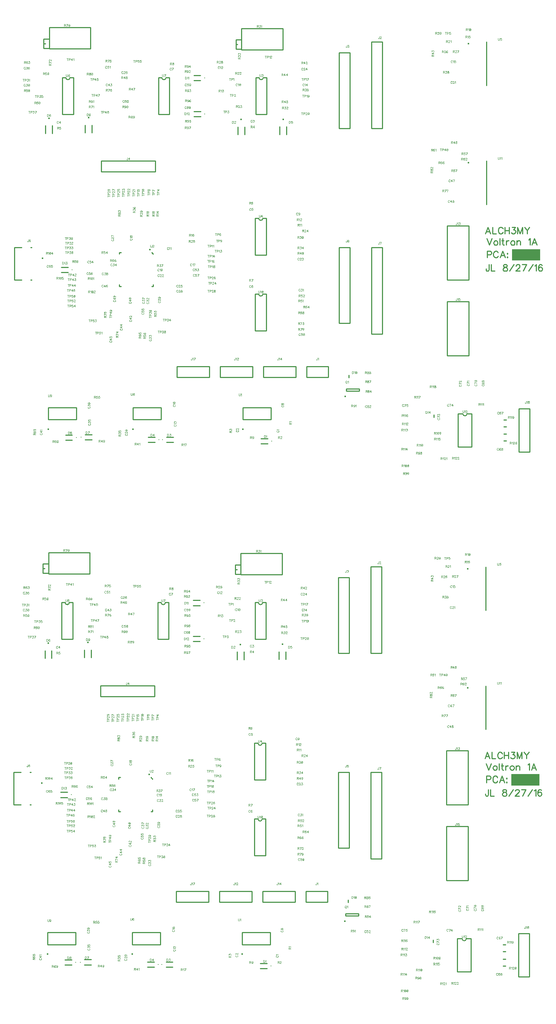
<source format=gbr>
G04 DipTrace 2.4.0.2*
%INTopSilk.gbr*%
%MOIN*%
%ADD10C,0.0098*%
%ADD12C,0.003*%
%ADD22C,0.0094*%
%ADD24C,0.0157*%
%ADD33C,0.0154*%
%ADD112C,0.0093*%
%FSLAX44Y44*%
G04*
G70*
G90*
G75*
G01*
%LNTopSilk*%
%LPD*%
X24016Y41835D2*
D10*
X23386D1*
X24016Y42307D2*
X23386D1*
D22*
X24386Y42071D3*
X21870Y71099D2*
D10*
Y70390D1*
X21240Y71099D2*
Y70390D1*
D24*
X21555Y71787D3*
X14660Y42445D2*
D10*
X15289D1*
X14660Y41972D2*
X15289D1*
D22*
X14289Y42209D3*
X13577Y41972D2*
D10*
X12947D1*
X13577Y42445D2*
X12947D1*
D22*
X13947Y42209D3*
X25748Y71118D2*
D10*
Y70409D1*
X25118Y71118D2*
Y70409D1*
D24*
X25433Y71807D3*
X4087Y71217D2*
D10*
Y70508D1*
X3457Y71217D2*
Y70508D1*
D24*
X3772Y71906D3*
X7108Y42661D2*
D10*
X7738D1*
X7108Y42189D2*
X7738D1*
D22*
X6738Y42425D3*
X5927Y42169D2*
D10*
X5297D1*
X5927Y42642D2*
X5297D1*
D22*
X6297Y42406D3*
X7748Y71276D2*
D10*
Y70567D1*
X7118Y71276D2*
Y70567D1*
D24*
X7433Y71965D3*
X31508Y48177D2*
D10*
Y47941D1*
X17791Y75390D2*
X17161D1*
X17791Y75862D2*
X17161D1*
D22*
X18161Y75626D3*
X17811Y72063D2*
D10*
X17181D1*
X17811Y72535D2*
X17181D1*
D22*
X18181Y72299D3*
X5551Y57657D2*
D10*
X4921D1*
X5551Y58130D2*
X4921D1*
D22*
X5921Y57894D3*
X39366Y44252D2*
D10*
Y44488D1*
X27606Y48969D2*
X29606D1*
Y47969D1*
X27606D1*
Y48969D1*
X34606Y78968D2*
X33606D1*
Y70969D1*
X34606D1*
Y78968D1*
X31606Y77969D2*
X30606D1*
Y70968D1*
X31606D1*
Y77969D1*
X13607Y66968D2*
X8606D1*
Y67969D1*
X13607D1*
Y66968D1*
D24*
X3179Y58976D3*
X2183Y59961D2*
D10*
X2088D1*
X1230D2*
X581D1*
Y56968D1*
X1230D1*
X2183D2*
X2088D1*
X34606Y59968D2*
X33606D1*
Y51969D1*
X34606D1*
Y59968D1*
X31606Y59969D2*
X30606D1*
Y52968D1*
X31606D1*
Y59969D1*
X19606Y48969D2*
X22606D1*
Y47969D1*
X19606D1*
Y48969D1*
X40606Y56969D2*
X42606D1*
Y61969D1*
X40606D1*
Y56969D1*
X23606Y48969D2*
X26606D1*
Y47969D1*
X23606D1*
Y48969D1*
X40606Y49969D2*
X42606D1*
Y54969D1*
X40606D1*
Y49969D1*
X15606Y48969D2*
X18606D1*
Y47969D1*
X15606D1*
Y48969D1*
X48260Y45067D2*
X47260D1*
Y41067D1*
X48260D1*
Y45067D1*
D33*
X31192Y46199D3*
X31284Y46701D2*
D10*
X32465D1*
Y46898D1*
X31284D1*
Y46701D1*
X25398Y80213D2*
Y78244D1*
X21579Y80213D2*
Y78244D1*
X25398Y80213D2*
X21579D1*
Y78244D2*
X25398D1*
X21579Y78283D2*
X21067D1*
X21579Y79150D2*
X21067D1*
Y78283D1*
Y78717D2*
X21225D1*
X7614Y80291D2*
Y78323D1*
X3795Y80291D2*
Y78323D1*
X7614Y80291D2*
X3795D1*
Y78323D2*
X7614D1*
X3795Y78362D2*
X3283D1*
X3795Y79228D2*
X3283D1*
Y78362D1*
Y78795D2*
X3441D1*
X45831Y43406D2*
X46067D1*
X45831Y44035D2*
X46067D1*
X45831Y42087D2*
X46067D1*
X45831Y42716D2*
X46067D1*
D33*
X21723Y43167D3*
X21713Y44059D2*
D10*
X24311D1*
X21713Y45161D2*
X24311D1*
Y44059D2*
Y45161D1*
X21713Y44059D2*
Y45161D1*
D24*
X13112Y59777D3*
X13423Y59352D2*
D10*
X13266Y59509D1*
X13423Y56358D2*
Y56516D1*
Y56358D2*
X13266D1*
X10274D2*
Y56516D1*
X10431Y56358D2*
X10274D1*
Y59352D2*
Y59509D1*
X10431D2*
X10274D1*
X22894Y75661D2*
Y72276D1*
X23917Y75661D2*
Y72276D1*
X22894D2*
X23917D1*
X22894Y75661D2*
X23209D1*
X23602D2*
X23917D1*
X23209D2*
G03X23602Y75661I197J0D01*
G01*
X22854Y62661D2*
Y59276D1*
X23878Y62661D2*
Y59276D1*
X22854D2*
X23878D1*
X22854Y62661D2*
X23169D1*
X23563D2*
X23878D1*
X23169D2*
G03X23563Y62661I197J0D01*
G01*
X44248Y78949D2*
Y74933D1*
D33*
X42589Y78784D3*
X11542Y43167D3*
X11532Y44059D2*
D10*
X14130D1*
X11532Y45161D2*
X14130D1*
Y44059D2*
Y45161D1*
X11532Y44059D2*
Y45161D1*
X13894Y75661D2*
Y72276D1*
X14917Y75661D2*
Y72276D1*
X13894D2*
X14917D1*
X13894Y75661D2*
X14209D1*
X14602D2*
X14917D1*
X14209D2*
G03X14602Y75661I197J0D01*
G01*
X5012D2*
Y72276D1*
X6036Y75661D2*
Y72276D1*
X5012D2*
X6036D1*
X5012Y75661D2*
X5327D1*
X5721D2*
X6036D1*
X5327D2*
G03X5721Y75661I197J0D01*
G01*
D33*
X3723Y43167D3*
X3713Y44059D2*
D10*
X6311D1*
X3713Y45161D2*
X6311D1*
Y44059D2*
Y45161D1*
X3713Y44059D2*
Y45161D1*
X22854Y55661D2*
Y52276D1*
X23878Y55661D2*
Y52276D1*
X22854D2*
X23878D1*
X22854Y55661D2*
X23169D1*
X23563D2*
X23878D1*
X23169D2*
G03X23563Y55661I197J0D01*
G01*
X44248Y67949D2*
Y63933D1*
D33*
X42589Y67784D3*
X41618Y44597D2*
D10*
Y41525D1*
X42878Y44597D2*
Y41525D1*
X41618D2*
X42878D1*
X41618Y44597D2*
X42051D1*
X42445D2*
X42878D1*
X42051D2*
G03X42445Y44597I197J0D01*
G01*
X23953Y-6677D2*
X23323D1*
X23953Y-6205D2*
X23323D1*
D22*
X24323Y-6441D3*
X21807Y22587D2*
D10*
Y21878D1*
X21177Y22587D2*
Y21878D1*
D24*
X21492Y23276D3*
X14597Y-6067D2*
D10*
X15226D1*
X14597Y-6539D2*
X15226D1*
D22*
X14226Y-6303D3*
X13514Y-6539D2*
D10*
X12884D1*
X13514Y-6067D2*
X12884D1*
D22*
X13884Y-6303D3*
X25685Y22606D2*
D10*
Y21898D1*
X25055Y22606D2*
Y21898D1*
D24*
X25370Y23295D3*
X4024Y22705D2*
D10*
Y21996D1*
X3394Y22705D2*
Y21996D1*
D24*
X3709Y23394D3*
X7045Y-5850D2*
D10*
X7675D1*
X7045Y-6323D2*
X7675D1*
D22*
X6675Y-6087D3*
X5864Y-6343D2*
D10*
X5234D1*
X5864Y-5870D2*
X5234D1*
D22*
X6234Y-6106D3*
X7685Y22764D2*
D10*
Y22055D1*
X7055Y22764D2*
Y22055D1*
D24*
X7370Y23453D3*
X31445Y-335D2*
D10*
Y-571D1*
X17728Y26878D2*
X17098D1*
X17728Y27350D2*
X17098D1*
D22*
X18098Y27114D3*
X17748Y23551D2*
D10*
X17118D1*
X17748Y24024D2*
X17118D1*
D22*
X18118Y23787D3*
X5488Y9146D2*
D10*
X4858D1*
X5488Y9618D2*
X4858D1*
D22*
X5858Y9382D3*
X39303Y-4260D2*
D10*
Y-4024D1*
X27543Y457D2*
X29543D1*
Y-543D1*
X27543D1*
Y457D1*
X34543Y30456D2*
X33543D1*
Y22457D1*
X34543D1*
Y30456D1*
X31543Y29457D2*
X30543D1*
Y22457D1*
X31543D1*
Y29457D1*
X13544Y18457D2*
X8543D1*
Y19457D1*
X13544D1*
Y18457D1*
D24*
X3116Y10465D3*
X2120Y11449D2*
D10*
X2025D1*
X1167D2*
X518D1*
Y8457D1*
X1167D1*
X2120D2*
X2025D1*
X34543Y11456D2*
X33543D1*
Y3457D1*
X34543D1*
Y11456D1*
X31543Y11457D2*
X30543D1*
Y4457D1*
X31543D1*
Y11457D1*
X19543Y457D2*
X22543D1*
Y-543D1*
X19543D1*
Y457D1*
X40543Y8457D2*
X42543D1*
Y13457D1*
X40543D1*
Y8457D1*
X23543Y457D2*
X26543D1*
Y-543D1*
X23543D1*
Y457D1*
X40543Y1457D2*
X42543D1*
Y6457D1*
X40543D1*
Y1457D1*
X15543Y457D2*
X18543D1*
Y-543D1*
X15543D1*
Y457D1*
X48197Y-3445D2*
X47197D1*
Y-7445D1*
X48197D1*
Y-3445D1*
D33*
X31129Y-2312D3*
X31221Y-1811D2*
D10*
X32402D1*
Y-1614D1*
X31221D1*
Y-1811D1*
X25335Y31701D2*
Y29732D1*
X21516Y31701D2*
Y29732D1*
X25335Y31701D2*
X21516D1*
Y29732D2*
X25335D1*
X21516Y29772D2*
X21004D1*
X21516Y30638D2*
X21004D1*
Y29772D1*
Y30205D2*
X21162D1*
X7551Y31780D2*
Y29811D1*
X3732Y31780D2*
Y29811D1*
X7551Y31780D2*
X3732D1*
Y29811D2*
X7551D1*
X3732Y29850D2*
X3220D1*
X3732Y30717D2*
X3220D1*
Y29850D1*
Y30283D2*
X3378D1*
X45768Y-5106D2*
X46004D1*
X45768Y-4477D2*
X46004D1*
X45768Y-6425D2*
X46004D1*
X45768Y-5796D2*
X46004D1*
D33*
X21660Y-5345D3*
X21650Y-4453D2*
D10*
X24248D1*
X21650Y-3350D2*
X24248D1*
Y-4453D2*
Y-3350D1*
X21650Y-4453D2*
Y-3350D1*
D24*
X13049Y11265D3*
X13360Y10840D2*
D10*
X13203Y10998D1*
X13360Y7846D2*
Y8004D1*
Y7846D2*
X13203D1*
X10211D2*
Y8004D1*
X10368Y7846D2*
X10211D1*
Y10840D2*
Y10998D1*
X10368D2*
X10211D1*
X22831Y27150D2*
Y23764D1*
X23854Y27150D2*
Y23764D1*
X22831D2*
X23854D1*
X22831Y27150D2*
X23146D1*
X23539D2*
X23854D1*
X23146D2*
G03X23539Y27150I197J0D01*
G01*
X22791Y14150D2*
Y10764D1*
X23815Y14150D2*
Y10764D1*
X22791D2*
X23815D1*
X22791Y14150D2*
X23106D1*
X23500D2*
X23815D1*
X23106D2*
G03X23500Y14150I197J0D01*
G01*
X44185Y30437D2*
Y26421D1*
D33*
X42526Y30272D3*
X11479Y-5345D3*
X11469Y-4453D2*
D10*
X14067D1*
X11469Y-3350D2*
X14067D1*
Y-4453D2*
Y-3350D1*
X11469Y-4453D2*
Y-3350D1*
X13831Y27150D2*
Y23764D1*
X14854Y27150D2*
Y23764D1*
X13831D2*
X14854D1*
X13831Y27150D2*
X14146D1*
X14539D2*
X14854D1*
X14146D2*
G03X14539Y27150I197J0D01*
G01*
X4949D2*
Y23764D1*
X5973Y27150D2*
Y23764D1*
X4949D2*
X5973D1*
X4949Y27150D2*
X5264D1*
X5658D2*
X5973D1*
X5264D2*
G03X5658Y27150I197J0D01*
G01*
D33*
X3660Y-5345D3*
X3650Y-4453D2*
D10*
X6248D1*
X3650Y-3350D2*
X6248D1*
Y-4453D2*
Y-3350D1*
X3650Y-4453D2*
Y-3350D1*
X22791Y7150D2*
Y3764D1*
X23815Y7150D2*
Y3764D1*
X22791D2*
X23815D1*
X22791Y7150D2*
X23106D1*
X23500D2*
X23815D1*
X23106D2*
G03X23500Y7150I197J0D01*
G01*
X44185Y19437D2*
Y15421D1*
D33*
X42526Y19272D3*
X41555Y-3915D2*
D10*
Y-6986D1*
X42815Y-3915D2*
Y-6986D1*
X41555D2*
X42815D1*
X41555Y-3915D2*
X41988D1*
X42382D2*
X42815D1*
X41988D2*
G03X42382Y-3915I197J0D01*
G01*
G36*
X46607Y59800D2*
X49200D1*
Y58755D1*
X46607D1*
Y59800D1*
G37*
G36*
X46544Y11288D2*
X49137D1*
Y10243D1*
X46544D1*
Y11288D1*
G37*
X24881Y43029D2*
D12*
X24862Y43019D1*
X24843Y43000D1*
X24833Y42981D1*
Y42943D1*
X24843Y42923D1*
X24862Y42904D1*
X24881Y42895D1*
X24910Y42885D1*
X24958D1*
X24986Y42895D1*
X25005Y42904D1*
X25024Y42923D1*
X25034Y42943D1*
Y42981D1*
X25024Y43000D1*
X25005Y43019D1*
X24986Y43029D1*
X24872Y43090D2*
X24862Y43110D1*
X24833Y43138D1*
X25034D1*
X21141Y43064D2*
X21122Y43055D1*
X21102Y43036D1*
X21093Y43017D1*
Y42978D1*
X21102Y42959D1*
X21122Y42940D1*
X21141Y42930D1*
X21169Y42921D1*
X21217D1*
X21246Y42930D1*
X21265Y42940D1*
X21284Y42959D1*
X21294Y42978D1*
Y43017D1*
X21284Y43036D1*
X21265Y43055D1*
X21246Y43064D1*
X21141Y43136D2*
X21131D1*
X21112Y43145D1*
X21103Y43155D1*
X21093Y43174D1*
Y43212D1*
X21103Y43231D1*
X21112Y43241D1*
X21131Y43251D1*
X21150D1*
X21170Y43241D1*
X21198Y43222D1*
X21294Y43126D1*
Y43260D1*
X22572Y71698D2*
X22563Y71717D1*
X22544Y71736D1*
X22525Y71746D1*
X22486D1*
X22467Y71736D1*
X22448Y71717D1*
X22438Y71698D1*
X22429Y71669D1*
Y71621D1*
X22438Y71593D1*
X22448Y71573D1*
X22467Y71554D1*
X22486Y71545D1*
X22525D1*
X22544Y71554D1*
X22563Y71573D1*
X22572Y71593D1*
X22653Y71745D2*
X22758D1*
X22701Y71669D1*
X22730D1*
X22749Y71659D1*
X22758Y71650D1*
X22768Y71621D1*
Y71602D1*
X22758Y71573D1*
X22739Y71554D1*
X22711Y71545D1*
X22682D1*
X22653Y71554D1*
X22644Y71564D1*
X22634Y71583D1*
X4646Y71580D2*
X4637Y71599D1*
X4618Y71618D1*
X4599Y71628D1*
X4560D1*
X4541Y71618D1*
X4522Y71599D1*
X4512Y71580D1*
X4503Y71551D1*
Y71503D1*
X4512Y71475D1*
X4522Y71455D1*
X4541Y71436D1*
X4560Y71427D1*
X4599D1*
X4618Y71436D1*
X4637Y71455D1*
X4646Y71475D1*
X4804Y71427D2*
Y71627D1*
X4708Y71494D1*
X4852D1*
X22454Y63540D2*
X22445Y63559D1*
X22425Y63579D1*
X22406Y63588D1*
X22368D1*
X22349Y63579D1*
X22330Y63559D1*
X22320Y63540D1*
X22311Y63512D1*
Y63464D1*
X22320Y63435D1*
X22330Y63416D1*
X22349Y63397D1*
X22368Y63387D1*
X22406D1*
X22425Y63397D1*
X22445Y63416D1*
X22454Y63435D1*
X22631Y63588D2*
X22535D1*
X22526Y63502D1*
X22535Y63511D1*
X22564Y63521D1*
X22592D1*
X22621Y63511D1*
X22640Y63492D1*
X22650Y63464D1*
Y63445D1*
X22640Y63416D1*
X22621Y63397D1*
X22592Y63387D1*
X22564D1*
X22535Y63397D1*
X22526Y63406D1*
X22516Y63425D1*
X22443Y56422D2*
X22434Y56441D1*
X22415Y56461D1*
X22396Y56470D1*
X22357D1*
X22338Y56461D1*
X22319Y56441D1*
X22309Y56422D1*
X22300Y56394D1*
Y56346D1*
X22309Y56317D1*
X22319Y56298D1*
X22338Y56279D1*
X22357Y56269D1*
X22396D1*
X22415Y56279D1*
X22434Y56298D1*
X22443Y56317D1*
X22620Y56441D2*
X22610Y56460D1*
X22582Y56470D1*
X22563D1*
X22534Y56460D1*
X22515Y56432D1*
X22505Y56384D1*
Y56336D1*
X22515Y56298D1*
X22534Y56279D1*
X22563Y56269D1*
X22572D1*
X22601Y56279D1*
X22620Y56298D1*
X22629Y56327D1*
Y56336D1*
X22620Y56365D1*
X22601Y56384D1*
X22572Y56393D1*
X22563D1*
X22534Y56384D1*
X22515Y56365D1*
X22505Y56336D1*
X15088Y76501D2*
X15079Y76520D1*
X15059Y76539D1*
X15040Y76549D1*
X15002D1*
X14983Y76539D1*
X14964Y76520D1*
X14954Y76501D1*
X14945Y76472D1*
Y76424D1*
X14954Y76396D1*
X14964Y76377D1*
X14983Y76358D1*
X15002Y76348D1*
X15040D1*
X15059Y76358D1*
X15079Y76377D1*
X15088Y76396D1*
X15188Y76348D2*
X15284Y76549D1*
X15150D1*
X25334Y45368D2*
X25315Y45358D1*
X25295Y45339D1*
X25286Y45320D1*
Y45282D1*
X25295Y45262D1*
X25315Y45243D1*
X25334Y45234D1*
X25362Y45224D1*
X25410D1*
X25439Y45234D1*
X25458Y45243D1*
X25477Y45262D1*
X25487Y45282D1*
Y45320D1*
X25477Y45339D1*
X25458Y45358D1*
X25439Y45368D1*
X25286Y45477D2*
X25296Y45449D1*
X25315Y45439D1*
X25334D1*
X25353Y45449D1*
X25363Y45468D1*
X25372Y45506D1*
X25382Y45535D1*
X25401Y45554D1*
X25420Y45563D1*
X25449D1*
X25468Y45554D1*
X25477Y45544D1*
X25487Y45515D1*
Y45477D1*
X25477Y45449D1*
X25468Y45439D1*
X25449Y45429D1*
X25420D1*
X25401Y45439D1*
X25382Y45458D1*
X25372Y45487D1*
X25363Y45525D1*
X25353Y45544D1*
X25334Y45554D1*
X25315D1*
X25296Y45544D1*
X25286Y45515D1*
Y45477D1*
X26794Y63119D2*
X26784Y63138D1*
X26765Y63157D1*
X26746Y63167D1*
X26708D1*
X26688Y63157D1*
X26669Y63138D1*
X26660Y63119D1*
X26650Y63090D1*
Y63042D1*
X26660Y63014D1*
X26669Y62995D1*
X26688Y62976D1*
X26708Y62966D1*
X26746D1*
X26765Y62976D1*
X26784Y62995D1*
X26794Y63014D1*
X26980Y63100D2*
X26970Y63071D1*
X26951Y63052D1*
X26922Y63042D1*
X26913D1*
X26884Y63052D1*
X26865Y63071D1*
X26855Y63100D1*
Y63109D1*
X26865Y63138D1*
X26884Y63157D1*
X26913Y63167D1*
X26922D1*
X26951Y63157D1*
X26970Y63138D1*
X26980Y63100D1*
Y63052D1*
X26970Y63004D1*
X26951Y62975D1*
X26922Y62966D1*
X26903D1*
X26875Y62975D1*
X26865Y62995D1*
X21199Y75064D2*
X21189Y75083D1*
X21170Y75102D1*
X21151Y75112D1*
X21113D1*
X21093Y75102D1*
X21074Y75083D1*
X21065Y75064D1*
X21055Y75035D1*
Y74987D1*
X21065Y74959D1*
X21074Y74940D1*
X21093Y74921D1*
X21113Y74911D1*
X21151D1*
X21170Y74921D1*
X21189Y74940D1*
X21199Y74959D1*
X21260Y75073D2*
X21280Y75083D1*
X21308Y75112D1*
Y74911D1*
X21428Y75112D2*
X21399Y75102D1*
X21380Y75073D1*
X21370Y75026D1*
Y74997D1*
X21380Y74949D1*
X21399Y74920D1*
X21428Y74911D1*
X21447D1*
X21475Y74920D1*
X21494Y74949D1*
X21504Y74997D1*
Y75026D1*
X21494Y75073D1*
X21475Y75102D1*
X21447Y75112D1*
X21428D1*
X21494Y75073D2*
X21380Y74949D1*
X14844Y59930D2*
X14834Y59949D1*
X14815Y59968D1*
X14796Y59978D1*
X14758D1*
X14739Y59968D1*
X14720Y59949D1*
X14710Y59930D1*
X14700Y59901D1*
Y59853D1*
X14710Y59825D1*
X14720Y59806D1*
X14739Y59787D1*
X14758Y59777D1*
X14796D1*
X14815Y59787D1*
X14834Y59806D1*
X14844Y59825D1*
X14906Y59939D2*
X14925Y59949D1*
X14954Y59978D1*
Y59777D1*
X15015Y59939D2*
X15035Y59949D1*
X15063Y59978D1*
Y59777D1*
X19545Y76639D2*
X19535Y76658D1*
X19516Y76677D1*
X19497Y76687D1*
X19459D1*
X19440Y76677D1*
X19421Y76658D1*
X19411Y76639D1*
X19402Y76610D1*
Y76562D1*
X19411Y76534D1*
X19421Y76514D1*
X19440Y76495D1*
X19459Y76486D1*
X19497D1*
X19516Y76495D1*
X19535Y76514D1*
X19545Y76534D1*
X19607Y76648D2*
X19626Y76658D1*
X19655Y76686D1*
Y76486D1*
X19726Y76639D2*
Y76648D1*
X19736Y76667D1*
X19745Y76677D1*
X19764Y76686D1*
X19803D1*
X19822Y76677D1*
X19831Y76667D1*
X19841Y76648D1*
Y76629D1*
X19831Y76610D1*
X19812Y76581D1*
X19716Y76486D1*
X19850D1*
X15379Y43584D2*
X15360Y43575D1*
X15341Y43556D1*
X15331Y43537D1*
Y43498D1*
X15341Y43479D1*
X15360Y43460D1*
X15379Y43450D1*
X15408Y43441D1*
X15456D1*
X15484Y43450D1*
X15503Y43460D1*
X15522Y43479D1*
X15532Y43498D1*
Y43537D1*
X15522Y43556D1*
X15503Y43575D1*
X15484Y43584D1*
X15370Y43646D2*
X15360Y43665D1*
X15331Y43694D1*
X15532D1*
X15331Y43775D2*
Y43880D1*
X15408Y43823D1*
Y43852D1*
X15417Y43871D1*
X15427Y43880D1*
X15456Y43890D1*
X15475D1*
X15503Y43880D1*
X15523Y43861D1*
X15532Y43832D1*
Y43804D1*
X15523Y43775D1*
X15513Y43766D1*
X15494Y43756D1*
X27375Y75044D2*
X27365Y75063D1*
X27346Y75083D1*
X27327Y75092D1*
X27289D1*
X27270Y75083D1*
X27251Y75063D1*
X27241Y75044D1*
X27231Y75016D1*
Y74968D1*
X27241Y74939D1*
X27251Y74920D1*
X27270Y74901D1*
X27289Y74891D1*
X27327D1*
X27346Y74901D1*
X27365Y74920D1*
X27375Y74939D1*
X27437Y75054D2*
X27456Y75063D1*
X27485Y75092D1*
Y74891D1*
X27642D2*
Y75092D1*
X27546Y74958D1*
X27690D1*
X41096Y77198D2*
X41087Y77217D1*
X41067Y77236D1*
X41048Y77246D1*
X41010D1*
X40991Y77236D1*
X40972Y77217D1*
X40962Y77198D1*
X40953Y77169D1*
Y77121D1*
X40962Y77093D1*
X40972Y77073D1*
X40991Y77054D1*
X41010Y77045D1*
X41048D1*
X41067Y77054D1*
X41087Y77073D1*
X41096Y77093D1*
X41158Y77207D2*
X41177Y77217D1*
X41206Y77245D1*
Y77045D1*
X41382Y77245D2*
X41287D1*
X41277Y77159D1*
X41287Y77169D1*
X41316Y77179D1*
X41344D1*
X41373Y77169D1*
X41392Y77150D1*
X41402Y77121D1*
Y77102D1*
X41392Y77073D1*
X41373Y77054D1*
X41344Y77045D1*
X41316D1*
X41287Y77054D1*
X41277Y77064D1*
X41268Y77083D1*
X15300Y45400D2*
X15281Y45391D1*
X15262Y45372D1*
X15252Y45352D1*
Y45314D1*
X15262Y45295D1*
X15281Y45276D1*
X15300Y45266D1*
X15329Y45257D1*
X15377D1*
X15405Y45266D1*
X15425Y45276D1*
X15444Y45295D1*
X15453Y45314D1*
Y45352D1*
X15444Y45372D1*
X15425Y45391D1*
X15405Y45400D1*
X15291Y45462D2*
X15281Y45481D1*
X15253Y45510D1*
X15453D1*
X15281Y45686D2*
X15262Y45677D1*
X15253Y45648D1*
Y45629D1*
X15262Y45600D1*
X15291Y45581D1*
X15339Y45572D1*
X15386D1*
X15425Y45581D1*
X15444Y45600D1*
X15453Y45629D1*
Y45639D1*
X15444Y45667D1*
X15425Y45686D1*
X15396Y45696D1*
X15386D1*
X15358Y45686D1*
X15339Y45667D1*
X15329Y45639D1*
Y45629D1*
X15339Y45600D1*
X15358Y45581D1*
X15386Y45572D1*
X16986Y58414D2*
X16976Y58433D1*
X16957Y58453D1*
X16938Y58462D1*
X16900D1*
X16881Y58453D1*
X16862Y58433D1*
X16852Y58414D1*
X16842Y58386D1*
Y58338D1*
X16852Y58309D1*
X16862Y58290D1*
X16881Y58271D1*
X16900Y58261D1*
X16938D1*
X16957Y58271D1*
X16976Y58290D1*
X16986Y58309D1*
X17048Y58424D2*
X17067Y58433D1*
X17096Y58462D1*
Y58261D1*
X17196D2*
X17291Y58462D1*
X17157D1*
X11314Y60773D2*
X11295Y60764D1*
X11276Y60745D1*
X11266Y60726D1*
Y60687D1*
X11276Y60668D1*
X11295Y60649D1*
X11314Y60639D1*
X11343Y60630D1*
X11391D1*
X11419Y60639D1*
X11438Y60649D1*
X11457Y60668D1*
X11467Y60687D1*
Y60726D1*
X11457Y60745D1*
X11438Y60764D1*
X11419Y60773D1*
X11305Y60835D2*
X11295Y60854D1*
X11266Y60883D1*
X11467D1*
X11266Y60993D2*
X11276Y60964D1*
X11295Y60954D1*
X11314D1*
X11333Y60964D1*
X11343Y60983D1*
X11352Y61021D1*
X11362Y61050D1*
X11381Y61069D1*
X11400Y61079D1*
X11429D1*
X11448Y61069D1*
X11458Y61060D1*
X11467Y61031D1*
Y60993D1*
X11458Y60964D1*
X11448Y60954D1*
X11429Y60945D1*
X11400D1*
X11381Y60954D1*
X11362Y60974D1*
X11352Y61002D1*
X11343Y61040D1*
X11333Y61060D1*
X11314Y61069D1*
X11295D1*
X11276Y61060D1*
X11266Y61031D1*
Y60993D1*
X13959Y57942D2*
X13950Y57961D1*
X13930Y57980D1*
X13911Y57990D1*
X13873D1*
X13854Y57980D1*
X13835Y57961D1*
X13825Y57942D1*
X13816Y57913D1*
Y57865D1*
X13825Y57837D1*
X13835Y57818D1*
X13854Y57799D1*
X13873Y57789D1*
X13911D1*
X13930Y57799D1*
X13950Y57818D1*
X13959Y57837D1*
X14021Y57951D2*
X14040Y57961D1*
X14069Y57990D1*
Y57789D1*
X14255Y57923D2*
X14245Y57894D1*
X14226Y57875D1*
X14198Y57865D1*
X14188D1*
X14159Y57875D1*
X14140Y57894D1*
X14131Y57923D1*
Y57932D1*
X14140Y57961D1*
X14159Y57980D1*
X14188Y57990D1*
X14198D1*
X14226Y57980D1*
X14245Y57961D1*
X14255Y57923D1*
Y57875D1*
X14245Y57827D1*
X14226Y57798D1*
X14198Y57789D1*
X14179D1*
X14150Y57798D1*
X14140Y57818D1*
X10871Y42734D2*
X10852Y42725D1*
X10833Y42706D1*
X10823Y42687D1*
Y42648D1*
X10833Y42629D1*
X10852Y42610D1*
X10871Y42600D1*
X10900Y42591D1*
X10948D1*
X10976Y42600D1*
X10996Y42610D1*
X11015Y42629D1*
X11024Y42648D1*
Y42687D1*
X11015Y42706D1*
X10996Y42725D1*
X10976Y42734D1*
X10871Y42806D2*
X10862D1*
X10843Y42815D1*
X10833Y42825D1*
X10824Y42844D1*
Y42882D1*
X10833Y42901D1*
X10843Y42911D1*
X10862Y42921D1*
X10881D1*
X10900Y42911D1*
X10929Y42892D1*
X11024Y42796D1*
Y42930D1*
X10824Y43049D2*
X10833Y43021D1*
X10862Y43001D1*
X10910Y42992D1*
X10938D1*
X10986Y43001D1*
X11015Y43021D1*
X11024Y43049D1*
Y43068D1*
X11015Y43097D1*
X10986Y43116D1*
X10938Y43126D1*
X10910D1*
X10862Y43116D1*
X10833Y43097D1*
X10824Y43068D1*
Y43049D1*
X10862Y43116D2*
X10986Y43001D1*
X41076Y75269D2*
X41067Y75288D1*
X41048Y75307D1*
X41029Y75317D1*
X40990D1*
X40971Y75307D1*
X40952Y75288D1*
X40943Y75269D1*
X40933Y75240D1*
Y75192D1*
X40943Y75164D1*
X40952Y75144D1*
X40971Y75125D1*
X40990Y75116D1*
X41029D1*
X41048Y75125D1*
X41067Y75144D1*
X41076Y75164D1*
X41148Y75269D2*
Y75278D1*
X41157Y75297D1*
X41167Y75307D1*
X41186Y75316D1*
X41224D1*
X41243Y75307D1*
X41253Y75297D1*
X41263Y75278D1*
Y75259D1*
X41253Y75240D1*
X41234Y75211D1*
X41138Y75116D1*
X41272D1*
X41334Y75278D2*
X41353Y75288D1*
X41382Y75316D1*
Y75116D1*
X13970Y57430D2*
X13961Y57449D1*
X13942Y57468D1*
X13923Y57478D1*
X13884D1*
X13865Y57468D1*
X13846Y57449D1*
X13837Y57430D1*
X13827Y57401D1*
Y57353D1*
X13837Y57325D1*
X13846Y57306D1*
X13865Y57287D1*
X13884Y57277D1*
X13923D1*
X13942Y57287D1*
X13961Y57306D1*
X13970Y57325D1*
X14042Y57430D2*
Y57439D1*
X14051Y57459D1*
X14061Y57468D1*
X14080Y57478D1*
X14118D1*
X14137Y57468D1*
X14147Y57459D1*
X14157Y57439D1*
Y57420D1*
X14147Y57401D1*
X14128Y57373D1*
X14032Y57277D1*
X14166D1*
X14238Y57430D2*
Y57439D1*
X14247Y57459D1*
X14257Y57468D1*
X14276Y57478D1*
X14314D1*
X14333Y57468D1*
X14343Y57459D1*
X14352Y57439D1*
Y57420D1*
X14343Y57401D1*
X14324Y57373D1*
X14228Y57277D1*
X14362D1*
X26908Y58946D2*
X26898Y58965D1*
X26879Y58984D1*
X26860Y58994D1*
X26822D1*
X26802Y58984D1*
X26783Y58965D1*
X26774Y58946D1*
X26764Y58917D1*
Y58869D1*
X26774Y58841D1*
X26783Y58821D1*
X26802Y58802D1*
X26822Y58793D1*
X26860D1*
X26879Y58802D1*
X26898Y58821D1*
X26908Y58841D1*
X26979Y58946D2*
Y58955D1*
X26988Y58974D1*
X26998Y58984D1*
X27017Y58993D1*
X27055D1*
X27074Y58984D1*
X27084Y58974D1*
X27094Y58955D1*
Y58936D1*
X27084Y58917D1*
X27065Y58888D1*
X26969Y58793D1*
X27103D1*
X27184Y58993D2*
X27289D1*
X27232Y58917D1*
X27261D1*
X27280Y58907D1*
X27289Y58898D1*
X27299Y58869D1*
Y58850D1*
X27289Y58821D1*
X27270Y58802D1*
X27241Y58793D1*
X27213D1*
X27184Y58802D1*
X27175Y58812D1*
X27165Y58831D1*
X27273Y76501D2*
X27263Y76520D1*
X27244Y76539D1*
X27225Y76549D1*
X27187D1*
X27168Y76539D1*
X27149Y76520D1*
X27139Y76501D1*
X27129Y76472D1*
Y76424D1*
X27139Y76396D1*
X27149Y76377D1*
X27168Y76358D1*
X27187Y76348D1*
X27225D1*
X27244Y76358D1*
X27263Y76377D1*
X27273Y76396D1*
X27344Y76501D2*
Y76510D1*
X27354Y76530D1*
X27363Y76539D1*
X27383Y76549D1*
X27421D1*
X27440Y76539D1*
X27449Y76530D1*
X27459Y76510D1*
Y76491D1*
X27449Y76472D1*
X27430Y76444D1*
X27335Y76348D1*
X27469D1*
X27626D2*
Y76549D1*
X27530Y76415D1*
X27674D1*
X15703Y56446D2*
X15693Y56465D1*
X15674Y56484D1*
X15655Y56494D1*
X15617D1*
X15598Y56484D1*
X15579Y56465D1*
X15569Y56446D1*
X15559Y56417D1*
Y56369D1*
X15569Y56341D1*
X15579Y56321D1*
X15598Y56302D1*
X15617Y56293D1*
X15655D1*
X15674Y56302D1*
X15693Y56321D1*
X15703Y56341D1*
X15774Y56446D2*
Y56455D1*
X15784Y56474D1*
X15793Y56484D1*
X15813Y56493D1*
X15851D1*
X15870Y56484D1*
X15879Y56474D1*
X15889Y56455D1*
Y56436D1*
X15879Y56417D1*
X15860Y56388D1*
X15765Y56293D1*
X15899D1*
X16075Y56493D2*
X15980D1*
X15970Y56407D1*
X15980Y56417D1*
X16008Y56427D1*
X16037D1*
X16066Y56417D1*
X16085Y56398D1*
X16094Y56369D1*
Y56350D1*
X16085Y56321D1*
X16066Y56302D1*
X16037Y56293D1*
X16008D1*
X15980Y56302D1*
X15970Y56312D1*
X15960Y56331D1*
X10625Y76186D2*
X10615Y76205D1*
X10596Y76224D1*
X10577Y76234D1*
X10539D1*
X10520Y76224D1*
X10501Y76205D1*
X10491Y76186D1*
X10481Y76157D1*
Y76109D1*
X10491Y76081D1*
X10501Y76062D1*
X10520Y76043D1*
X10539Y76033D1*
X10577D1*
X10596Y76043D1*
X10615Y76062D1*
X10625Y76081D1*
X10696Y76186D2*
Y76195D1*
X10706Y76215D1*
X10715Y76224D1*
X10735Y76234D1*
X10773D1*
X10792Y76224D1*
X10801Y76215D1*
X10811Y76195D1*
Y76176D1*
X10801Y76157D1*
X10782Y76129D1*
X10687Y76033D1*
X10821D1*
X10997Y76205D2*
X10988Y76224D1*
X10959Y76234D1*
X10940D1*
X10911Y76224D1*
X10892Y76195D1*
X10882Y76148D1*
Y76100D1*
X10892Y76062D1*
X10911Y76042D1*
X10940Y76033D1*
X10949D1*
X10978Y76042D1*
X10997Y76062D1*
X11007Y76090D1*
Y76100D1*
X10997Y76129D1*
X10978Y76148D1*
X10949Y76157D1*
X10940D1*
X10911Y76148D1*
X10892Y76129D1*
X10882Y76100D1*
X9601Y60719D2*
X9582Y60709D1*
X9563Y60690D1*
X9554Y60671D1*
Y60633D1*
X9563Y60613D1*
X9582Y60594D1*
X9601Y60585D1*
X9630Y60575D1*
X9678D1*
X9707Y60585D1*
X9726Y60594D1*
X9745Y60613D1*
X9755Y60633D1*
Y60671D1*
X9745Y60690D1*
X9726Y60709D1*
X9707Y60719D1*
X9602Y60790D2*
X9592D1*
X9573Y60800D1*
X9563Y60809D1*
X9554Y60828D1*
Y60867D1*
X9563Y60886D1*
X9573Y60895D1*
X9592Y60905D1*
X9611D1*
X9630Y60895D1*
X9659Y60876D1*
X9755Y60780D1*
Y60914D1*
Y61014D2*
X9554Y61110D1*
Y60976D1*
X15703Y55973D2*
X15693Y55992D1*
X15674Y56012D1*
X15655Y56021D1*
X15617D1*
X15598Y56012D1*
X15579Y55992D1*
X15569Y55973D1*
X15559Y55945D1*
Y55897D1*
X15569Y55868D1*
X15579Y55849D1*
X15598Y55830D1*
X15617Y55820D1*
X15655D1*
X15674Y55830D1*
X15693Y55849D1*
X15703Y55868D1*
X15774Y55973D2*
Y55983D1*
X15784Y56002D1*
X15793Y56012D1*
X15813Y56021D1*
X15851D1*
X15870Y56012D1*
X15879Y56002D1*
X15889Y55983D1*
Y55964D1*
X15879Y55945D1*
X15860Y55916D1*
X15765Y55820D1*
X15899D1*
X16008Y56021D2*
X15980Y56012D1*
X15970Y55992D1*
Y55973D1*
X15980Y55954D1*
X15999Y55945D1*
X16037Y55935D1*
X16066Y55926D1*
X16085Y55906D1*
X16094Y55887D1*
Y55859D1*
X16085Y55840D1*
X16075Y55830D1*
X16046Y55820D1*
X16008D1*
X15980Y55830D1*
X15970Y55840D1*
X15960Y55859D1*
Y55887D1*
X15970Y55906D1*
X15989Y55926D1*
X16018Y55935D1*
X16056Y55945D1*
X16075Y55954D1*
X16085Y55973D1*
Y55992D1*
X16075Y56012D1*
X16046Y56021D1*
X16008D1*
X13928Y54999D2*
X13909Y54989D1*
X13890Y54970D1*
X13880Y54951D1*
Y54913D1*
X13890Y54894D1*
X13909Y54875D1*
X13928Y54865D1*
X13957Y54855D1*
X14005D1*
X14033Y54865D1*
X14053Y54875D1*
X14072Y54894D1*
X14081Y54913D1*
Y54951D1*
X14072Y54970D1*
X14053Y54989D1*
X14033Y54999D1*
X13928Y55070D2*
X13919D1*
X13900Y55080D1*
X13890Y55089D1*
X13881Y55109D1*
Y55147D1*
X13890Y55166D1*
X13900Y55175D1*
X13919Y55185D1*
X13938D1*
X13957Y55175D1*
X13986Y55156D1*
X14081Y55061D1*
Y55195D1*
X13947Y55381D2*
X13976Y55371D1*
X13995Y55352D1*
X14005Y55323D1*
Y55314D1*
X13995Y55285D1*
X13976Y55266D1*
X13947Y55256D1*
X13938D1*
X13909Y55266D1*
X13890Y55285D1*
X13881Y55314D1*
Y55323D1*
X13890Y55352D1*
X13909Y55371D1*
X13947Y55381D1*
X13995D1*
X14043Y55371D1*
X14072Y55352D1*
X14081Y55323D1*
Y55304D1*
X14072Y55276D1*
X14053Y55266D1*
X1581Y75025D2*
X1571Y75044D1*
X1552Y75063D1*
X1533Y75072D1*
X1495D1*
X1476Y75063D1*
X1456Y75044D1*
X1447Y75025D1*
X1437Y74996D1*
Y74948D1*
X1447Y74919D1*
X1456Y74900D1*
X1476Y74881D1*
X1495Y74871D1*
X1533D1*
X1552Y74881D1*
X1571Y74900D1*
X1581Y74919D1*
X1662Y75072D2*
X1767D1*
X1709Y74996D1*
X1738D1*
X1757Y74986D1*
X1767Y74977D1*
X1776Y74948D1*
Y74929D1*
X1767Y74900D1*
X1748Y74881D1*
X1719Y74871D1*
X1690D1*
X1662Y74881D1*
X1652Y74891D1*
X1642Y74910D1*
X1896Y75072D2*
X1867Y75063D1*
X1848Y75034D1*
X1838Y74986D1*
Y74957D1*
X1848Y74910D1*
X1867Y74881D1*
X1896Y74871D1*
X1915D1*
X1943Y74881D1*
X1962Y74910D1*
X1972Y74957D1*
Y74986D1*
X1962Y75034D1*
X1943Y75063D1*
X1915Y75072D1*
X1896D1*
X1962Y75034D2*
X1848Y74910D1*
X27010Y56088D2*
X27000Y56107D1*
X26981Y56126D1*
X26962Y56135D1*
X26924D1*
X26904Y56126D1*
X26885Y56107D1*
X26876Y56088D1*
X26866Y56059D1*
Y56011D1*
X26876Y55982D1*
X26885Y55963D1*
X26904Y55944D1*
X26924Y55934D1*
X26962D1*
X26981Y55944D1*
X27000Y55963D1*
X27010Y55982D1*
X27091Y56135D2*
X27196D1*
X27138Y56059D1*
X27167D1*
X27186Y56049D1*
X27196Y56040D1*
X27205Y56011D1*
Y55992D1*
X27196Y55963D1*
X27177Y55944D1*
X27148Y55934D1*
X27119D1*
X27091Y55944D1*
X27081Y55954D1*
X27071Y55973D1*
X27267Y56097D2*
X27286Y56107D1*
X27315Y56135D1*
Y55934D1*
X12845Y54915D2*
X12826Y54906D1*
X12807Y54887D1*
X12798Y54868D1*
Y54829D1*
X12807Y54810D1*
X12826Y54791D1*
X12845Y54781D1*
X12874Y54772D1*
X12922D1*
X12951Y54781D1*
X12970Y54791D1*
X12989Y54810D1*
X12999Y54829D1*
Y54868D1*
X12989Y54887D1*
X12970Y54906D1*
X12951Y54915D1*
X12798Y54996D2*
Y55101D1*
X12874Y55044D1*
Y55073D1*
X12884Y55092D1*
X12893Y55101D1*
X12922Y55111D1*
X12941D1*
X12970Y55101D1*
X12989Y55082D1*
X12999Y55054D1*
Y55025D1*
X12989Y54996D1*
X12979Y54987D1*
X12960Y54977D1*
X12846Y55183D2*
X12836D1*
X12817Y55192D1*
X12807Y55202D1*
X12798Y55221D1*
Y55259D1*
X12807Y55278D1*
X12817Y55288D1*
X12836Y55297D1*
X12855D1*
X12874Y55288D1*
X12903Y55269D1*
X12999Y55173D1*
Y55307D1*
X13082Y51470D2*
X13063Y51461D1*
X13043Y51442D1*
X13034Y51423D1*
Y51384D1*
X13043Y51365D1*
X13063Y51346D1*
X13082Y51337D1*
X13110Y51327D1*
X13158D1*
X13187Y51337D1*
X13206Y51346D1*
X13225Y51365D1*
X13235Y51384D1*
Y51423D1*
X13225Y51442D1*
X13206Y51461D1*
X13187Y51470D1*
X13034Y51551D2*
Y51657D1*
X13111Y51599D1*
Y51628D1*
X13120Y51647D1*
X13130Y51657D1*
X13158Y51666D1*
X13177D1*
X13206Y51657D1*
X13225Y51637D1*
X13235Y51609D1*
Y51580D1*
X13225Y51551D1*
X13216Y51542D1*
X13197Y51532D1*
X13034Y51747D2*
Y51852D1*
X13111Y51795D1*
Y51824D1*
X13120Y51843D1*
X13130Y51852D1*
X13158Y51862D1*
X13177D1*
X13206Y51852D1*
X13225Y51833D1*
X13235Y51804D1*
Y51776D1*
X13225Y51747D1*
X13216Y51738D1*
X13197Y51728D1*
X9615Y58414D2*
X9606Y58433D1*
X9587Y58453D1*
X9568Y58462D1*
X9529D1*
X9510Y58453D1*
X9491Y58433D1*
X9481Y58414D1*
X9472Y58386D1*
Y58338D1*
X9481Y58309D1*
X9491Y58290D1*
X9510Y58271D1*
X9529Y58261D1*
X9568D1*
X9587Y58271D1*
X9606Y58290D1*
X9615Y58309D1*
X9696Y58462D2*
X9801D1*
X9744Y58385D1*
X9773D1*
X9792Y58376D1*
X9801Y58366D1*
X9811Y58338D1*
Y58319D1*
X9801Y58290D1*
X9782Y58271D1*
X9754Y58261D1*
X9725D1*
X9696Y58271D1*
X9687Y58280D1*
X9677Y58299D1*
X9969Y58261D2*
Y58462D1*
X9873Y58328D1*
X10016D1*
X7454Y43679D2*
X7435Y43670D1*
X7416Y43650D1*
X7406Y43631D1*
Y43593D1*
X7416Y43574D1*
X7435Y43555D1*
X7454Y43545D1*
X7483Y43536D1*
X7530D1*
X7559Y43545D1*
X7578Y43555D1*
X7597Y43574D1*
X7607Y43593D1*
Y43631D1*
X7597Y43650D1*
X7578Y43670D1*
X7559Y43679D1*
X7406Y43760D2*
Y43865D1*
X7483Y43808D1*
Y43837D1*
X7492Y43856D1*
X7502Y43865D1*
X7530Y43875D1*
X7550D1*
X7578Y43865D1*
X7597Y43846D1*
X7607Y43817D1*
Y43789D1*
X7597Y43760D1*
X7588Y43751D1*
X7569Y43741D1*
X7406Y44051D2*
Y43956D1*
X7492Y43946D1*
X7483Y43956D1*
X7473Y43985D1*
Y44013D1*
X7483Y44042D1*
X7502Y44061D1*
X7530Y44071D1*
X7550D1*
X7578Y44061D1*
X7597Y44042D1*
X7607Y44013D1*
Y43985D1*
X7597Y43956D1*
X7588Y43946D1*
X7569Y43937D1*
X1586Y76599D2*
X1576Y76618D1*
X1557Y76638D1*
X1538Y76647D1*
X1500D1*
X1480Y76638D1*
X1461Y76618D1*
X1452Y76599D1*
X1442Y76571D1*
Y76523D1*
X1452Y76494D1*
X1461Y76475D1*
X1480Y76456D1*
X1500Y76446D1*
X1538D1*
X1557Y76456D1*
X1576Y76475D1*
X1586Y76494D1*
X1667Y76647D2*
X1772D1*
X1714Y76571D1*
X1743D1*
X1762Y76561D1*
X1772Y76551D1*
X1781Y76523D1*
Y76504D1*
X1772Y76475D1*
X1753Y76456D1*
X1724Y76446D1*
X1695D1*
X1667Y76456D1*
X1657Y76465D1*
X1647Y76485D1*
X1958Y76618D2*
X1948Y76637D1*
X1920Y76647D1*
X1901D1*
X1872Y76637D1*
X1853Y76609D1*
X1843Y76561D1*
Y76513D1*
X1853Y76475D1*
X1872Y76456D1*
X1901Y76446D1*
X1910D1*
X1939Y76456D1*
X1958Y76475D1*
X1967Y76504D1*
Y76513D1*
X1958Y76542D1*
X1939Y76561D1*
X1910Y76571D1*
X1901D1*
X1872Y76561D1*
X1853Y76542D1*
X1843Y76513D1*
X12452Y54935D2*
X12433Y54926D1*
X12413Y54906D1*
X12404Y54887D1*
Y54849D1*
X12413Y54830D1*
X12433Y54811D1*
X12452Y54801D1*
X12480Y54792D1*
X12528D1*
X12557Y54801D1*
X12576Y54811D1*
X12595Y54830D1*
X12605Y54849D1*
Y54887D1*
X12595Y54906D1*
X12576Y54926D1*
X12557Y54935D1*
X12404Y55016D2*
Y55121D1*
X12481Y55064D1*
Y55093D1*
X12490Y55112D1*
X12500Y55121D1*
X12528Y55131D1*
X12547D1*
X12576Y55121D1*
X12595Y55102D1*
X12605Y55073D1*
Y55045D1*
X12595Y55016D1*
X12586Y55007D1*
X12567Y54997D1*
X12605Y55231D2*
X12404Y55327D1*
Y55193D1*
X8813Y57588D2*
X8804Y57607D1*
X8784Y57626D1*
X8765Y57635D1*
X8727D1*
X8708Y57626D1*
X8689Y57607D1*
X8679Y57588D1*
X8670Y57559D1*
Y57511D1*
X8679Y57482D1*
X8689Y57463D1*
X8708Y57444D1*
X8727Y57434D1*
X8765D1*
X8784Y57444D1*
X8804Y57463D1*
X8813Y57482D1*
X8894Y57635D2*
X8999D1*
X8942Y57559D1*
X8971D1*
X8990Y57549D1*
X8999Y57540D1*
X9009Y57511D1*
Y57492D1*
X8999Y57463D1*
X8980Y57444D1*
X8951Y57434D1*
X8923D1*
X8894Y57444D1*
X8885Y57454D1*
X8875Y57473D1*
X9118Y57635D2*
X9090Y57626D1*
X9080Y57607D1*
Y57587D1*
X9090Y57568D1*
X9109Y57559D1*
X9147Y57549D1*
X9176Y57540D1*
X9195Y57520D1*
X9204Y57501D1*
Y57473D1*
X9195Y57454D1*
X9185Y57444D1*
X9157Y57434D1*
X9118D1*
X9090Y57444D1*
X9080Y57454D1*
X9071Y57473D1*
Y57501D1*
X9080Y57520D1*
X9099Y57540D1*
X9128Y57549D1*
X9166Y57559D1*
X9185Y57568D1*
X9195Y57587D1*
Y57607D1*
X9185Y57626D1*
X9157Y57635D1*
X9118D1*
X7414Y45239D2*
X7395Y45230D1*
X7376Y45210D1*
X7367Y45191D1*
Y45153D1*
X7376Y45134D1*
X7395Y45115D1*
X7414Y45105D1*
X7443Y45096D1*
X7491D1*
X7520Y45105D1*
X7539Y45115D1*
X7558Y45134D1*
X7568Y45153D1*
Y45191D1*
X7558Y45210D1*
X7539Y45230D1*
X7520Y45239D1*
X7367Y45320D2*
Y45425D1*
X7443Y45368D1*
Y45397D1*
X7453Y45416D1*
X7462Y45425D1*
X7491Y45435D1*
X7510D1*
X7539Y45425D1*
X7558Y45406D1*
X7568Y45377D1*
Y45349D1*
X7558Y45320D1*
X7548Y45311D1*
X7529Y45301D1*
X7434Y45621D2*
X7462Y45611D1*
X7482Y45592D1*
X7491Y45564D1*
Y45554D1*
X7482Y45525D1*
X7462Y45506D1*
X7434Y45497D1*
X7424D1*
X7395Y45506D1*
X7376Y45525D1*
X7367Y45554D1*
Y45564D1*
X7376Y45592D1*
X7395Y45611D1*
X7434Y45621D1*
X7482D1*
X7529Y45611D1*
X7558Y45592D1*
X7568Y45564D1*
Y45544D1*
X7558Y45516D1*
X7539Y45506D1*
X11212Y54930D2*
X11193Y54921D1*
X11173Y54902D1*
X11164Y54883D1*
Y54844D1*
X11173Y54825D1*
X11193Y54806D1*
X11212Y54796D1*
X11240Y54787D1*
X11288D1*
X11317Y54796D1*
X11336Y54806D1*
X11355Y54825D1*
X11365Y54844D1*
Y54883D1*
X11355Y54902D1*
X11336Y54921D1*
X11317Y54930D1*
X11365Y55088D2*
X11164D1*
X11298Y54992D1*
Y55136D1*
X11164Y55255D2*
X11174Y55226D1*
X11202Y55207D1*
X11250Y55197D1*
X11279D1*
X11327Y55207D1*
X11355Y55226D1*
X11365Y55255D1*
Y55274D1*
X11355Y55303D1*
X11327Y55322D1*
X11279Y55331D1*
X11250D1*
X11202Y55322D1*
X11174Y55303D1*
X11164Y55274D1*
Y55255D1*
X11202Y55322D2*
X11327Y55207D1*
X2985Y42792D2*
X2966Y42783D1*
X2947Y42763D1*
X2938Y42744D1*
Y42706D1*
X2947Y42687D1*
X2966Y42668D1*
X2985Y42658D1*
X3014Y42649D1*
X3062D1*
X3091Y42658D1*
X3110Y42668D1*
X3129Y42687D1*
X3138Y42706D1*
Y42744D1*
X3129Y42763D1*
X3110Y42783D1*
X3091Y42792D1*
X3138Y42950D2*
X2938D1*
X3072Y42854D1*
Y42997D1*
X2976Y43059D2*
X2966Y43078D1*
X2938Y43107D1*
X3138D1*
X11271Y53257D2*
X11252Y53248D1*
X11232Y53228D1*
X11223Y53209D1*
Y53171D1*
X11232Y53152D1*
X11252Y53133D1*
X11271Y53123D1*
X11299Y53114D1*
X11347D1*
X11376Y53123D1*
X11395Y53133D1*
X11414Y53152D1*
X11424Y53171D1*
Y53209D1*
X11414Y53228D1*
X11395Y53248D1*
X11376Y53257D1*
X11424Y53415D2*
X11223D1*
X11357Y53319D1*
Y53462D1*
X11271Y53534D2*
X11261D1*
X11242Y53543D1*
X11233Y53553D1*
X11223Y53572D1*
Y53610D1*
X11233Y53629D1*
X11242Y53639D1*
X11261Y53649D1*
X11280D1*
X11300Y53639D1*
X11328Y53620D1*
X11424Y53524D1*
Y53658D1*
X9174Y75044D2*
X9165Y75063D1*
X9146Y75083D1*
X9127Y75092D1*
X9088D1*
X9069Y75083D1*
X9050Y75063D1*
X9040Y75044D1*
X9031Y75016D1*
Y74968D1*
X9040Y74939D1*
X9050Y74920D1*
X9069Y74901D1*
X9088Y74891D1*
X9127D1*
X9146Y74901D1*
X9165Y74920D1*
X9174Y74939D1*
X9332Y74891D2*
Y75092D1*
X9236Y74958D1*
X9380D1*
X9461Y75092D2*
X9566D1*
X9508Y75015D1*
X9537D1*
X9556Y75006D1*
X9566Y74996D1*
X9575Y74968D1*
Y74949D1*
X9566Y74920D1*
X9547Y74901D1*
X9518Y74891D1*
X9489D1*
X9461Y74901D1*
X9451Y74910D1*
X9441Y74929D1*
X10404Y52465D2*
X10385Y52455D1*
X10366Y52436D1*
X10357Y52417D1*
Y52379D1*
X10366Y52360D1*
X10385Y52341D1*
X10404Y52331D1*
X10433Y52321D1*
X10481D1*
X10510Y52331D1*
X10529Y52341D1*
X10548Y52360D1*
X10558Y52379D1*
Y52417D1*
X10548Y52436D1*
X10529Y52455D1*
X10510Y52465D1*
X10558Y52622D2*
X10357D1*
X10491Y52527D1*
Y52670D1*
X10558Y52828D2*
X10357D1*
X10491Y52732D1*
Y52875D1*
X9420Y51348D2*
X9401Y51338D1*
X9382Y51319D1*
X9372Y51300D1*
Y51262D1*
X9382Y51242D1*
X9401Y51223D1*
X9420Y51214D1*
X9449Y51204D1*
X9497D1*
X9525Y51214D1*
X9545Y51223D1*
X9564Y51242D1*
X9573Y51262D1*
Y51300D1*
X9564Y51319D1*
X9545Y51338D1*
X9525Y51348D1*
X9573Y51505D2*
X9373D1*
X9506Y51409D1*
Y51553D1*
X9373Y51729D2*
Y51634D1*
X9459Y51624D1*
X9449Y51634D1*
X9439Y51663D1*
Y51691D1*
X9449Y51720D1*
X9468Y51739D1*
X9497Y51749D1*
X9516D1*
X9545Y51739D1*
X9564Y51720D1*
X9573Y51691D1*
Y51663D1*
X9564Y51634D1*
X9554Y51624D1*
X9535Y51615D1*
X8793Y56466D2*
X8784Y56485D1*
X8765Y56504D1*
X8746Y56513D1*
X8707D1*
X8688Y56504D1*
X8669Y56485D1*
X8659Y56466D1*
X8650Y56437D1*
Y56389D1*
X8659Y56360D1*
X8669Y56341D1*
X8688Y56322D1*
X8707Y56312D1*
X8746D1*
X8765Y56322D1*
X8784Y56341D1*
X8793Y56360D1*
X8951Y56312D2*
Y56513D1*
X8855Y56379D1*
X8999D1*
X9175Y56485D2*
X9166Y56504D1*
X9137Y56513D1*
X9118D1*
X9089Y56504D1*
X9070Y56475D1*
X9060Y56427D1*
Y56379D1*
X9070Y56341D1*
X9089Y56322D1*
X9118Y56312D1*
X9127D1*
X9156Y56322D1*
X9175Y56341D1*
X9185Y56370D1*
Y56379D1*
X9175Y56408D1*
X9156Y56427D1*
X9127Y56437D1*
X9118D1*
X9089Y56427D1*
X9070Y56408D1*
X9060Y56379D1*
X40891Y66178D2*
X40881Y66197D1*
X40862Y66216D1*
X40843Y66226D1*
X40805D1*
X40786Y66216D1*
X40767Y66197D1*
X40757Y66178D1*
X40747Y66149D1*
Y66101D1*
X40757Y66073D1*
X40767Y66054D1*
X40786Y66035D1*
X40805Y66025D1*
X40843D1*
X40862Y66035D1*
X40881Y66054D1*
X40891Y66073D1*
X41048Y66025D2*
Y66226D1*
X40953Y66092D1*
X41096D1*
X41196Y66025D2*
X41292Y66226D1*
X41158D1*
X40832Y64269D2*
X40822Y64288D1*
X40803Y64307D1*
X40784Y64317D1*
X40746D1*
X40727Y64307D1*
X40708Y64288D1*
X40698Y64269D1*
X40689Y64240D1*
Y64192D1*
X40698Y64164D1*
X40708Y64144D1*
X40727Y64125D1*
X40746Y64116D1*
X40784D1*
X40803Y64125D1*
X40822Y64144D1*
X40832Y64164D1*
X40989Y64116D2*
Y64316D1*
X40894Y64183D1*
X41037D1*
X41147Y64316D2*
X41118Y64307D1*
X41108Y64288D1*
Y64269D1*
X41118Y64250D1*
X41137Y64240D1*
X41175Y64230D1*
X41204Y64221D1*
X41223Y64202D1*
X41233Y64183D1*
Y64154D1*
X41223Y64135D1*
X41214Y64125D1*
X41185Y64116D1*
X41147D1*
X41118Y64125D1*
X41108Y64135D1*
X41099Y64154D1*
Y64183D1*
X41108Y64202D1*
X41128Y64221D1*
X41156Y64230D1*
X41194Y64240D1*
X41214Y64250D1*
X41223Y64269D1*
Y64288D1*
X41214Y64307D1*
X41185Y64316D1*
X41147D1*
X9775Y55093D2*
X9756Y55083D1*
X9736Y55064D1*
X9727Y55045D1*
Y55007D1*
X9736Y54987D1*
X9756Y54968D1*
X9775Y54959D1*
X9803Y54949D1*
X9851D1*
X9880Y54959D1*
X9899Y54968D1*
X9918Y54987D1*
X9928Y55007D1*
Y55045D1*
X9918Y55064D1*
X9899Y55083D1*
X9880Y55093D1*
X9928Y55250D2*
X9727D1*
X9861Y55154D1*
Y55298D1*
X9794Y55484D2*
X9823Y55474D1*
X9842Y55455D1*
X9851Y55427D1*
Y55417D1*
X9842Y55388D1*
X9823Y55369D1*
X9794Y55360D1*
X9784D1*
X9756Y55369D1*
X9737Y55388D1*
X9727Y55417D1*
Y55427D1*
X9737Y55455D1*
X9756Y55474D1*
X9794Y55484D1*
X9842D1*
X9890Y55474D1*
X9918Y55455D1*
X9928Y55427D1*
Y55408D1*
X9918Y55379D1*
X9899Y55369D1*
X27026Y51973D2*
X27016Y51992D1*
X26997Y52012D1*
X26978Y52021D1*
X26940D1*
X26920Y52012D1*
X26901Y51992D1*
X26892Y51973D1*
X26882Y51945D1*
Y51897D1*
X26892Y51868D1*
X26901Y51849D1*
X26920Y51830D1*
X26940Y51820D1*
X26978D1*
X26997Y51830D1*
X27016Y51849D1*
X27026Y51868D1*
X27202Y52021D2*
X27107D1*
X27097Y51935D1*
X27107Y51945D1*
X27135Y51954D1*
X27164D1*
X27193Y51945D1*
X27212Y51926D1*
X27221Y51897D1*
Y51878D1*
X27212Y51849D1*
X27193Y51830D1*
X27164Y51820D1*
X27135D1*
X27107Y51830D1*
X27097Y51840D1*
X27087Y51859D1*
X27341Y52021D2*
X27312Y52012D1*
X27293Y51983D1*
X27283Y51935D1*
Y51906D1*
X27293Y51859D1*
X27312Y51830D1*
X27341Y51820D1*
X27360D1*
X27388Y51830D1*
X27407Y51859D1*
X27417Y51906D1*
Y51935D1*
X27407Y51983D1*
X27388Y52012D1*
X27360Y52021D1*
X27341D1*
X27407Y51983D2*
X27293Y51859D1*
X9124Y76678D2*
X9114Y76697D1*
X9095Y76716D1*
X9076Y76726D1*
X9038D1*
X9019Y76716D1*
X8999Y76697D1*
X8990Y76678D1*
X8980Y76649D1*
Y76601D1*
X8990Y76573D1*
X8999Y76554D1*
X9019Y76535D1*
X9038Y76525D1*
X9076D1*
X9095Y76535D1*
X9114Y76554D1*
X9124Y76573D1*
X9300Y76726D2*
X9205D1*
X9195Y76640D1*
X9205Y76649D1*
X9233Y76659D1*
X9262D1*
X9291Y76649D1*
X9310Y76630D1*
X9319Y76601D1*
Y76582D1*
X9310Y76554D1*
X9291Y76535D1*
X9262Y76525D1*
X9233D1*
X9205Y76535D1*
X9195Y76544D1*
X9185Y76563D1*
X9381Y76687D2*
X9400Y76697D1*
X9429Y76726D1*
Y76525D1*
X33167Y45312D2*
X33158Y45331D1*
X33139Y45350D1*
X33120Y45360D1*
X33081D1*
X33062Y45350D1*
X33043Y45331D1*
X33033Y45312D1*
X33024Y45283D1*
Y45235D1*
X33033Y45207D1*
X33043Y45188D1*
X33062Y45169D1*
X33081Y45159D1*
X33120D1*
X33139Y45169D1*
X33158Y45188D1*
X33167Y45207D1*
X33344Y45360D2*
X33248D1*
X33239Y45274D1*
X33248Y45283D1*
X33277Y45293D1*
X33306D1*
X33334Y45283D1*
X33354Y45264D1*
X33363Y45235D1*
Y45216D1*
X33354Y45188D1*
X33334Y45168D1*
X33306Y45159D1*
X33277D1*
X33248Y45168D1*
X33239Y45178D1*
X33229Y45197D1*
X33435Y45312D2*
Y45321D1*
X33444Y45341D1*
X33454Y45350D1*
X33473Y45360D1*
X33511D1*
X33530Y45350D1*
X33540Y45341D1*
X33549Y45321D1*
Y45302D1*
X33540Y45283D1*
X33521Y45255D1*
X33425Y45159D1*
X33559D1*
X17219Y57962D2*
X17209Y57981D1*
X17190Y58000D1*
X17171Y58009D1*
X17133D1*
X17113Y58000D1*
X17094Y57981D1*
X17085Y57962D1*
X17075Y57933D1*
Y57885D1*
X17085Y57856D1*
X17094Y57837D1*
X17113Y57818D1*
X17133Y57808D1*
X17171D1*
X17190Y57818D1*
X17209Y57837D1*
X17219Y57856D1*
X17395Y58009D2*
X17300D1*
X17290Y57923D1*
X17300Y57933D1*
X17328Y57942D1*
X17357D1*
X17386Y57933D1*
X17405Y57914D1*
X17414Y57885D1*
Y57866D1*
X17405Y57837D1*
X17386Y57818D1*
X17357Y57808D1*
X17328D1*
X17300Y57818D1*
X17290Y57828D1*
X17280Y57847D1*
X17495Y58009D2*
X17600D1*
X17543Y57933D1*
X17572D1*
X17591Y57923D1*
X17600Y57914D1*
X17610Y57885D1*
Y57866D1*
X17600Y57837D1*
X17581Y57818D1*
X17553Y57808D1*
X17524D1*
X17495Y57818D1*
X17486Y57828D1*
X17476Y57847D1*
X7470Y58690D2*
X7460Y58709D1*
X7441Y58728D1*
X7422Y58738D1*
X7384D1*
X7364Y58728D1*
X7345Y58709D1*
X7336Y58690D1*
X7326Y58661D1*
Y58613D1*
X7336Y58585D1*
X7345Y58566D1*
X7364Y58547D1*
X7384Y58537D1*
X7422D1*
X7441Y58547D1*
X7460Y58566D1*
X7470Y58585D1*
X7646Y58738D2*
X7551D1*
X7541Y58652D1*
X7551Y58661D1*
X7579Y58671D1*
X7608D1*
X7637Y58661D1*
X7656Y58642D1*
X7665Y58613D1*
Y58594D1*
X7656Y58566D1*
X7637Y58546D1*
X7608Y58537D1*
X7579D1*
X7551Y58546D1*
X7541Y58556D1*
X7531Y58575D1*
X7823Y58537D2*
Y58738D1*
X7727Y58604D1*
X7871D1*
X12393Y53931D2*
X12374Y53922D1*
X12354Y53902D1*
X12345Y53883D1*
Y53845D1*
X12354Y53826D1*
X12374Y53807D1*
X12393Y53797D1*
X12421Y53788D1*
X12469D1*
X12498Y53797D1*
X12517Y53807D1*
X12536Y53826D1*
X12546Y53845D1*
Y53883D1*
X12536Y53902D1*
X12517Y53922D1*
X12498Y53931D1*
X12345Y54108D2*
Y54012D1*
X12431Y54003D1*
X12422Y54012D1*
X12412Y54041D1*
Y54069D1*
X12422Y54098D1*
X12441Y54117D1*
X12469Y54127D1*
X12488D1*
X12517Y54117D1*
X12536Y54098D1*
X12546Y54069D1*
Y54041D1*
X12536Y54012D1*
X12527Y54003D1*
X12508Y53993D1*
X12345Y54303D2*
Y54208D1*
X12431Y54198D1*
X12422Y54208D1*
X12412Y54237D1*
Y54265D1*
X12422Y54294D1*
X12441Y54313D1*
X12469Y54323D1*
X12488D1*
X12517Y54313D1*
X12536Y54294D1*
X12546Y54265D1*
Y54237D1*
X12536Y54208D1*
X12527Y54198D1*
X12508Y54189D1*
X7401Y57607D2*
X7391Y57626D1*
X7372Y57646D1*
X7353Y57655D1*
X7315D1*
X7295Y57646D1*
X7276Y57626D1*
X7267Y57607D1*
X7257Y57579D1*
Y57531D1*
X7267Y57502D1*
X7276Y57483D1*
X7295Y57464D1*
X7315Y57454D1*
X7353D1*
X7372Y57464D1*
X7391Y57483D1*
X7401Y57502D1*
X7577Y57655D2*
X7482D1*
X7472Y57569D1*
X7482Y57578D1*
X7510Y57588D1*
X7539D1*
X7568Y57578D1*
X7587Y57559D1*
X7596Y57531D1*
Y57512D1*
X7587Y57483D1*
X7568Y57464D1*
X7539Y57454D1*
X7510D1*
X7482Y57464D1*
X7472Y57473D1*
X7462Y57492D1*
X7773Y57626D2*
X7763Y57645D1*
X7735Y57655D1*
X7716D1*
X7687Y57645D1*
X7668Y57617D1*
X7658Y57569D1*
Y57521D1*
X7668Y57483D1*
X7687Y57464D1*
X7716Y57454D1*
X7725D1*
X7754Y57464D1*
X7773Y57483D1*
X7782Y57512D1*
Y57521D1*
X7773Y57550D1*
X7754Y57569D1*
X7725Y57578D1*
X7716D1*
X7687Y57569D1*
X7668Y57550D1*
X7658Y57521D1*
X17238Y57450D2*
X17229Y57469D1*
X17209Y57488D1*
X17190Y57498D1*
X17152D1*
X17133Y57488D1*
X17114Y57469D1*
X17104Y57450D1*
X17095Y57421D1*
Y57373D1*
X17104Y57345D1*
X17114Y57325D1*
X17133Y57306D1*
X17152Y57297D1*
X17190D1*
X17209Y57306D1*
X17229Y57325D1*
X17238Y57345D1*
X17415Y57497D2*
X17319D1*
X17310Y57411D1*
X17319Y57421D1*
X17348Y57431D1*
X17376D1*
X17405Y57421D1*
X17424Y57402D1*
X17434Y57373D1*
Y57354D1*
X17424Y57325D1*
X17405Y57306D1*
X17376Y57297D1*
X17348D1*
X17319Y57306D1*
X17310Y57316D1*
X17300Y57335D1*
X17534Y57297D2*
X17630Y57497D1*
X17496D1*
X10719Y73529D2*
X10709Y73548D1*
X10690Y73567D1*
X10671Y73576D1*
X10633D1*
X10613Y73567D1*
X10594Y73548D1*
X10585Y73529D1*
X10575Y73500D1*
Y73452D1*
X10585Y73423D1*
X10594Y73404D1*
X10613Y73385D1*
X10633Y73375D1*
X10671D1*
X10690Y73385D1*
X10709Y73404D1*
X10719Y73423D1*
X10895Y73576D2*
X10800D1*
X10790Y73490D1*
X10800Y73500D1*
X10828Y73509D1*
X10857D1*
X10886Y73500D1*
X10905Y73481D1*
X10914Y73452D1*
Y73433D1*
X10905Y73404D1*
X10886Y73385D1*
X10857Y73375D1*
X10828D1*
X10800Y73385D1*
X10790Y73395D1*
X10780Y73414D1*
X11024Y73576D2*
X10995Y73567D1*
X10986Y73548D1*
Y73528D1*
X10995Y73509D1*
X11014Y73500D1*
X11053Y73490D1*
X11081Y73481D1*
X11100Y73461D1*
X11110Y73442D1*
Y73414D1*
X11100Y73395D1*
X11091Y73385D1*
X11062Y73375D1*
X11024D1*
X10995Y73385D1*
X10986Y73395D1*
X10976Y73414D1*
Y73442D1*
X10986Y73461D1*
X11005Y73481D1*
X11033Y73490D1*
X11072Y73500D1*
X11091Y73509D1*
X11100Y73528D1*
Y73548D1*
X11091Y73567D1*
X11062Y73576D1*
X11024D1*
X16491Y75044D2*
X16482Y75063D1*
X16462Y75083D1*
X16443Y75092D1*
X16405D1*
X16386Y75083D1*
X16367Y75063D1*
X16357Y75044D1*
X16348Y75016D1*
Y74968D1*
X16357Y74939D1*
X16367Y74920D1*
X16386Y74901D1*
X16405Y74891D1*
X16443D1*
X16462Y74901D1*
X16482Y74920D1*
X16491Y74939D1*
X16668Y75092D2*
X16572D1*
X16562Y75006D1*
X16572Y75015D1*
X16601Y75025D1*
X16629D1*
X16658Y75015D1*
X16677Y74996D1*
X16687Y74968D1*
Y74949D1*
X16677Y74920D1*
X16658Y74901D1*
X16629Y74891D1*
X16601D1*
X16572Y74901D1*
X16562Y74910D1*
X16553Y74929D1*
X16873Y75025D2*
X16863Y74996D1*
X16844Y74977D1*
X16815Y74968D1*
X16806D1*
X16777Y74977D1*
X16758Y74996D1*
X16748Y75025D1*
Y75035D1*
X16758Y75063D1*
X16777Y75082D1*
X16806Y75092D1*
X16815D1*
X16844Y75082D1*
X16863Y75063D1*
X16873Y75025D1*
Y74977D1*
X16863Y74929D1*
X16844Y74901D1*
X16815Y74891D1*
X16796D1*
X16768Y74901D1*
X16758Y74920D1*
X16471Y72958D2*
X16462Y72977D1*
X16443Y72996D1*
X16424Y73005D1*
X16385D1*
X16366Y72996D1*
X16347Y72977D1*
X16337Y72958D1*
X16328Y72929D1*
Y72881D1*
X16337Y72853D1*
X16347Y72833D1*
X16366Y72814D1*
X16385Y72805D1*
X16424D1*
X16443Y72814D1*
X16462Y72833D1*
X16471Y72853D1*
X16648Y72977D2*
X16638Y72996D1*
X16610Y73005D1*
X16591D1*
X16562Y72996D1*
X16543Y72967D1*
X16533Y72919D1*
Y72872D1*
X16543Y72833D1*
X16562Y72814D1*
X16591Y72805D1*
X16600D1*
X16629Y72814D1*
X16648Y72833D1*
X16657Y72862D1*
Y72872D1*
X16648Y72900D1*
X16629Y72919D1*
X16600Y72929D1*
X16591D1*
X16562Y72919D1*
X16543Y72900D1*
X16533Y72872D1*
X16777Y73005D2*
X16748Y72996D1*
X16729Y72967D1*
X16719Y72919D1*
Y72891D1*
X16729Y72843D1*
X16748Y72814D1*
X16777Y72805D1*
X16796D1*
X16824Y72814D1*
X16843Y72843D1*
X16853Y72891D1*
Y72919D1*
X16843Y72967D1*
X16824Y72996D1*
X16796Y73005D1*
X16777D1*
X16843Y72967D2*
X16729Y72843D1*
X3719Y58277D2*
X3710Y58296D1*
X3691Y58315D1*
X3672Y58324D1*
X3633D1*
X3614Y58315D1*
X3595Y58296D1*
X3585Y58277D1*
X3576Y58248D1*
Y58200D1*
X3585Y58171D1*
X3595Y58152D1*
X3614Y58133D1*
X3633Y58123D1*
X3672D1*
X3691Y58133D1*
X3710Y58152D1*
X3719Y58171D1*
X3896Y58296D2*
X3886Y58315D1*
X3858Y58324D1*
X3839D1*
X3810Y58315D1*
X3791Y58286D1*
X3781Y58238D1*
Y58190D1*
X3791Y58152D1*
X3810Y58133D1*
X3839Y58123D1*
X3848D1*
X3877Y58133D1*
X3896Y58152D1*
X3905Y58181D1*
Y58190D1*
X3896Y58219D1*
X3877Y58238D1*
X3848Y58248D1*
X3839D1*
X3810Y58238D1*
X3791Y58219D1*
X3781Y58190D1*
X4082Y58324D2*
X3986D1*
X3977Y58238D1*
X3986Y58248D1*
X4015Y58257D1*
X4044D1*
X4072Y58248D1*
X4092Y58229D1*
X4101Y58200D1*
Y58181D1*
X4092Y58152D1*
X4072Y58133D1*
X4044Y58123D1*
X4015D1*
X3986Y58133D1*
X3977Y58143D1*
X3967Y58162D1*
X45397Y44714D2*
X45387Y44733D1*
X45368Y44752D1*
X45349Y44761D1*
X45311D1*
X45291Y44752D1*
X45272Y44733D1*
X45263Y44714D1*
X45253Y44685D1*
Y44637D1*
X45263Y44608D1*
X45272Y44589D1*
X45291Y44570D1*
X45311Y44560D1*
X45349D1*
X45368Y44570D1*
X45387Y44589D1*
X45397Y44608D1*
X45573Y44733D2*
X45564Y44752D1*
X45535Y44761D1*
X45516D1*
X45487Y44752D1*
X45468Y44723D1*
X45458Y44675D1*
Y44627D1*
X45468Y44589D1*
X45487Y44570D1*
X45516Y44560D1*
X45525D1*
X45554Y44570D1*
X45573Y44589D1*
X45583Y44618D1*
Y44627D1*
X45573Y44656D1*
X45554Y44675D1*
X45525Y44685D1*
X45516D1*
X45487Y44675D1*
X45468Y44656D1*
X45458Y44627D1*
X45683Y44560D2*
X45778Y44761D1*
X45644D1*
X45357Y41367D2*
X45348Y41386D1*
X45329Y41405D1*
X45310Y41415D1*
X45271D1*
X45252Y41405D1*
X45233Y41386D1*
X45223Y41367D1*
X45214Y41338D1*
Y41290D1*
X45223Y41262D1*
X45233Y41243D1*
X45252Y41224D1*
X45271Y41214D1*
X45310D1*
X45329Y41224D1*
X45348Y41243D1*
X45357Y41262D1*
X45534Y41386D2*
X45524Y41405D1*
X45496Y41415D1*
X45477D1*
X45448Y41405D1*
X45429Y41376D1*
X45419Y41329D1*
Y41281D1*
X45429Y41243D1*
X45448Y41223D1*
X45477Y41214D1*
X45486D1*
X45515Y41223D1*
X45534Y41243D1*
X45543Y41271D1*
Y41281D1*
X45534Y41310D1*
X45515Y41329D1*
X45486Y41338D1*
X45477D1*
X45448Y41329D1*
X45429Y41310D1*
X45419Y41281D1*
X45653Y41415D2*
X45624Y41405D1*
X45615Y41386D1*
Y41367D1*
X45624Y41348D1*
X45643Y41338D1*
X45682Y41329D1*
X45710Y41319D1*
X45729Y41300D1*
X45739Y41281D1*
Y41252D1*
X45729Y41233D1*
X45720Y41223D1*
X45691Y41214D1*
X45653D1*
X45624Y41223D1*
X45615Y41233D1*
X45605Y41252D1*
Y41281D1*
X45615Y41300D1*
X45634Y41319D1*
X45662Y41329D1*
X45701Y41338D1*
X45720Y41348D1*
X45729Y41367D1*
Y41386D1*
X45720Y41405D1*
X45691Y41415D1*
X45653D1*
X43873Y47307D2*
X43854Y47297D1*
X43835Y47278D1*
X43825Y47259D1*
Y47221D1*
X43835Y47202D1*
X43854Y47183D1*
X43873Y47173D1*
X43902Y47163D1*
X43950D1*
X43978Y47173D1*
X43997Y47183D1*
X44016Y47202D1*
X44026Y47221D1*
Y47259D1*
X44016Y47278D1*
X43997Y47297D1*
X43978Y47307D1*
X43854Y47483D2*
X43835Y47474D1*
X43825Y47445D1*
Y47426D1*
X43835Y47397D1*
X43864Y47378D1*
X43911Y47369D1*
X43959D1*
X43997Y47378D1*
X44017Y47397D1*
X44026Y47426D1*
Y47436D1*
X44017Y47464D1*
X43997Y47483D1*
X43969Y47493D1*
X43959D1*
X43930Y47483D1*
X43911Y47464D1*
X43902Y47436D1*
Y47426D1*
X43911Y47397D1*
X43930Y47378D1*
X43959Y47369D1*
X43892Y47679D2*
X43921Y47669D1*
X43940Y47650D1*
X43950Y47622D1*
Y47612D1*
X43940Y47583D1*
X43921Y47564D1*
X43892Y47555D1*
X43883D1*
X43854Y47564D1*
X43835Y47583D1*
X43825Y47612D1*
Y47622D1*
X43835Y47650D1*
X43854Y47669D1*
X43892Y47679D1*
X43940D1*
X43988Y47669D1*
X44017Y47650D1*
X44026Y47622D1*
Y47603D1*
X44017Y47574D1*
X43997Y47564D1*
X43204Y47317D2*
X43185Y47307D1*
X43165Y47288D1*
X43156Y47269D1*
Y47231D1*
X43165Y47212D1*
X43185Y47193D1*
X43204Y47183D1*
X43232Y47173D1*
X43280D1*
X43309Y47183D1*
X43328Y47193D1*
X43347Y47212D1*
X43357Y47231D1*
Y47269D1*
X43347Y47288D1*
X43328Y47307D1*
X43309Y47317D1*
X43357Y47417D2*
X43156Y47513D1*
Y47379D1*
Y47632D2*
X43166Y47603D1*
X43194Y47584D1*
X43242Y47574D1*
X43271D1*
X43319Y47584D1*
X43347Y47603D1*
X43357Y47632D1*
Y47651D1*
X43347Y47680D1*
X43319Y47699D1*
X43271Y47708D1*
X43242D1*
X43194Y47699D1*
X43166Y47680D1*
X43156Y47651D1*
Y47632D1*
X43194Y47699D2*
X43319Y47584D1*
X42495Y47340D2*
X42476Y47331D1*
X42457Y47312D1*
X42447Y47293D1*
Y47254D1*
X42457Y47235D1*
X42476Y47216D1*
X42495Y47206D1*
X42524Y47197D1*
X42572D1*
X42600Y47206D1*
X42619Y47216D1*
X42638Y47235D1*
X42648Y47254D1*
Y47293D1*
X42638Y47312D1*
X42619Y47331D1*
X42600Y47340D1*
X42648Y47440D2*
X42447Y47536D1*
Y47402D1*
X42486Y47598D2*
X42476Y47617D1*
X42447Y47646D1*
X42648D1*
X41767Y47258D2*
X41748Y47248D1*
X41728Y47229D1*
X41719Y47210D1*
Y47172D1*
X41728Y47153D1*
X41748Y47134D1*
X41767Y47124D1*
X41795Y47114D1*
X41843D1*
X41872Y47124D1*
X41891Y47134D1*
X41910Y47153D1*
X41920Y47172D1*
Y47210D1*
X41910Y47229D1*
X41891Y47248D1*
X41872Y47258D1*
X41920Y47358D2*
X41719Y47454D1*
Y47320D1*
X41767Y47525D2*
X41757D1*
X41738Y47535D1*
X41729Y47544D1*
X41719Y47563D1*
Y47602D1*
X41729Y47621D1*
X41738Y47630D1*
X41757Y47640D1*
X41776D1*
X41796Y47630D1*
X41824Y47611D1*
X41920Y47515D1*
Y47649D1*
X39759Y44187D2*
X39740Y44178D1*
X39721Y44158D1*
X39711Y44139D1*
Y44101D1*
X39721Y44082D1*
X39740Y44063D1*
X39759Y44053D1*
X39788Y44044D1*
X39836D1*
X39864Y44053D1*
X39883Y44063D1*
X39902Y44082D1*
X39912Y44101D1*
Y44139D1*
X39902Y44158D1*
X39883Y44178D1*
X39864Y44187D1*
X39912Y44287D2*
X39711Y44383D1*
Y44249D1*
Y44464D2*
Y44569D1*
X39788Y44512D1*
Y44540D1*
X39797Y44559D1*
X39807Y44569D1*
X39836Y44578D1*
X39855D1*
X39883Y44569D1*
X39902Y44550D1*
X39912Y44521D1*
Y44492D1*
X39902Y44464D1*
X39893Y44454D1*
X39874Y44445D1*
X40761Y45442D2*
X40752Y45461D1*
X40732Y45480D1*
X40713Y45490D1*
X40675D1*
X40656Y45480D1*
X40637Y45461D1*
X40627Y45442D1*
X40618Y45413D1*
Y45365D1*
X40627Y45337D1*
X40637Y45318D1*
X40656Y45299D1*
X40675Y45289D1*
X40713D1*
X40732Y45299D1*
X40752Y45318D1*
X40761Y45337D1*
X40861Y45289D2*
X40957Y45490D1*
X40823D1*
X41114Y45289D2*
Y45490D1*
X41019Y45356D1*
X41162D1*
X36593Y45422D2*
X36583Y45441D1*
X36564Y45461D1*
X36545Y45470D1*
X36507D1*
X36487Y45461D1*
X36468Y45441D1*
X36459Y45422D1*
X36449Y45394D1*
Y45346D1*
X36459Y45317D1*
X36468Y45298D1*
X36487Y45279D1*
X36507Y45269D1*
X36545D1*
X36564Y45279D1*
X36583Y45298D1*
X36593Y45317D1*
X36693Y45269D2*
X36788Y45470D1*
X36654D1*
X36965D2*
X36869D1*
X36860Y45384D1*
X36869Y45393D1*
X36898Y45403D1*
X36927D1*
X36955Y45393D1*
X36974Y45374D1*
X36984Y45346D1*
Y45327D1*
X36974Y45298D1*
X36955Y45279D1*
X36927Y45269D1*
X36898D1*
X36869Y45279D1*
X36860Y45288D1*
X36850Y45307D1*
X23669Y42600D2*
Y42399D1*
X23736D1*
X23765Y42409D1*
X23784Y42428D1*
X23794Y42447D1*
X23803Y42476D1*
Y42523D1*
X23794Y42552D1*
X23784Y42571D1*
X23765Y42590D1*
X23736Y42600D1*
X23669D1*
X23865Y42562D2*
X23884Y42571D1*
X23913Y42600D1*
Y42399D1*
X20721Y71647D2*
Y71446D1*
X20788D1*
X20817Y71456D1*
X20836Y71475D1*
X20845Y71494D1*
X20855Y71523D1*
Y71571D1*
X20845Y71599D1*
X20836Y71618D1*
X20817Y71638D1*
X20788Y71647D1*
X20721D1*
X20926Y71599D2*
Y71609D1*
X20936Y71628D1*
X20945Y71637D1*
X20965Y71647D1*
X21003D1*
X21022Y71637D1*
X21031Y71628D1*
X21041Y71609D1*
Y71590D1*
X21031Y71571D1*
X21012Y71542D1*
X20917Y71446D1*
X21051D1*
X14719Y42738D2*
Y42537D1*
X14786D1*
X14815Y42547D1*
X14834Y42566D1*
X14844Y42585D1*
X14853Y42613D1*
Y42661D1*
X14844Y42690D1*
X14834Y42709D1*
X14815Y42728D1*
X14786Y42738D1*
X14719D1*
X14934D2*
X15039D1*
X14982Y42661D1*
X15011D1*
X15030Y42652D1*
X15039Y42642D1*
X15049Y42613D1*
Y42594D1*
X15039Y42566D1*
X15020Y42546D1*
X14991Y42537D1*
X14963D1*
X14934Y42546D1*
X14925Y42556D1*
X14915Y42575D1*
X13183Y42738D2*
Y42537D1*
X13250D1*
X13279Y42547D1*
X13298Y42566D1*
X13307Y42585D1*
X13317Y42613D1*
Y42661D1*
X13307Y42690D1*
X13298Y42709D1*
X13279Y42728D1*
X13250Y42738D1*
X13183D1*
X13474Y42537D2*
Y42738D1*
X13379Y42604D1*
X13522D1*
X25977Y71647D2*
Y71446D1*
X26044D1*
X26073Y71456D1*
X26092Y71475D1*
X26101Y71494D1*
X26111Y71523D1*
Y71571D1*
X26101Y71599D1*
X26092Y71618D1*
X26073Y71638D1*
X26044Y71647D1*
X25977D1*
X26287D2*
X26192D1*
X26182Y71561D1*
X26192Y71571D1*
X26221Y71580D1*
X26249D1*
X26278Y71571D1*
X26297Y71551D1*
X26307Y71523D1*
Y71504D1*
X26297Y71475D1*
X26278Y71456D1*
X26249Y71446D1*
X26221D1*
X26192Y71456D1*
X26182Y71465D1*
X26173Y71485D1*
X3612Y72277D2*
Y72076D1*
X3679D1*
X3707Y72086D1*
X3727Y72105D1*
X3736Y72124D1*
X3746Y72153D1*
Y72201D1*
X3736Y72229D1*
X3727Y72248D1*
X3707Y72268D1*
X3679Y72277D1*
X3612D1*
X3922Y72248D2*
X3913Y72267D1*
X3884Y72277D1*
X3865D1*
X3836Y72267D1*
X3817Y72239D1*
X3807Y72191D1*
Y72143D1*
X3817Y72105D1*
X3836Y72086D1*
X3865Y72076D1*
X3874D1*
X3903Y72086D1*
X3922Y72105D1*
X3932Y72134D1*
Y72143D1*
X3922Y72172D1*
X3903Y72191D1*
X3874Y72200D1*
X3865D1*
X3836Y72191D1*
X3817Y72172D1*
X3807Y72143D1*
X7168Y42954D2*
Y42753D1*
X7235D1*
X7264Y42763D1*
X7283Y42782D1*
X7292Y42801D1*
X7302Y42830D1*
Y42878D1*
X7292Y42907D1*
X7283Y42926D1*
X7264Y42945D1*
X7235Y42954D1*
X7168D1*
X7402Y42753D2*
X7498Y42954D1*
X7364D1*
X5538Y42935D2*
Y42734D1*
X5605D1*
X5634Y42743D1*
X5653Y42762D1*
X5663Y42782D1*
X5672Y42810D1*
Y42858D1*
X5663Y42887D1*
X5653Y42906D1*
X5634Y42925D1*
X5605Y42935D1*
X5538D1*
X5782Y42934D2*
X5753Y42925D1*
X5743Y42906D1*
Y42887D1*
X5753Y42868D1*
X5772Y42858D1*
X5810Y42848D1*
X5839Y42839D1*
X5858Y42820D1*
X5868Y42801D1*
Y42772D1*
X5858Y42753D1*
X5849Y42743D1*
X5820Y42734D1*
X5782D1*
X5753Y42743D1*
X5743Y42753D1*
X5734Y42772D1*
Y42801D1*
X5743Y42820D1*
X5763Y42839D1*
X5791Y42848D1*
X5829Y42858D1*
X5849Y42868D1*
X5858Y42887D1*
Y42906D1*
X5849Y42925D1*
X5820Y42934D1*
X5782D1*
X7273Y72336D2*
Y72135D1*
X7340D1*
X7369Y72145D1*
X7388Y72164D1*
X7397Y72183D1*
X7407Y72212D1*
Y72260D1*
X7397Y72288D1*
X7388Y72307D1*
X7369Y72327D1*
X7340Y72336D1*
X7273D1*
X7593Y72269D2*
X7583Y72240D1*
X7564Y72221D1*
X7536Y72212D1*
X7526D1*
X7497Y72221D1*
X7478Y72240D1*
X7469Y72269D1*
Y72279D1*
X7478Y72307D1*
X7497Y72326D1*
X7526Y72336D1*
X7536D1*
X7564Y72326D1*
X7583Y72307D1*
X7593Y72269D1*
Y72221D1*
X7583Y72173D1*
X7564Y72145D1*
X7536Y72135D1*
X7517D1*
X7488Y72145D1*
X7478Y72164D1*
X31826Y48509D2*
Y48308D1*
X31893D1*
X31921Y48318D1*
X31941Y48337D1*
X31950Y48356D1*
X31960Y48385D1*
Y48433D1*
X31950Y48462D1*
X31941Y48481D1*
X31921Y48500D1*
X31893Y48509D1*
X31826D1*
X32021Y48471D2*
X32041Y48481D1*
X32069Y48509D1*
Y48308D1*
X32188Y48509D2*
X32160Y48500D1*
X32141Y48471D1*
X32131Y48423D1*
Y48394D1*
X32141Y48347D1*
X32160Y48318D1*
X32188Y48308D1*
X32208D1*
X32236Y48318D1*
X32255Y48347D1*
X32265Y48394D1*
Y48423D1*
X32255Y48471D1*
X32236Y48500D1*
X32208Y48509D1*
X32188D1*
X32255Y48471D2*
X32141Y48347D1*
X16367Y75722D2*
Y75521D1*
X16434D1*
X16462Y75531D1*
X16482Y75550D1*
X16491Y75569D1*
X16501Y75598D1*
Y75646D1*
X16491Y75674D1*
X16482Y75693D1*
X16462Y75713D1*
X16434Y75722D1*
X16367D1*
X16562Y75684D2*
X16582Y75693D1*
X16610Y75722D1*
Y75521D1*
X16672Y75684D2*
X16691Y75693D1*
X16720Y75722D1*
Y75521D1*
X16324Y72415D2*
Y72214D1*
X16391D1*
X16419Y72224D1*
X16439Y72243D1*
X16448Y72262D1*
X16458Y72290D1*
Y72338D1*
X16448Y72367D1*
X16439Y72386D1*
X16419Y72405D1*
X16391Y72415D1*
X16324D1*
X16519Y72376D2*
X16539Y72386D1*
X16567Y72415D1*
Y72214D1*
X16639Y72367D2*
Y72376D1*
X16648Y72396D1*
X16658Y72405D1*
X16677Y72415D1*
X16715D1*
X16734Y72405D1*
X16744Y72396D1*
X16754Y72376D1*
Y72357D1*
X16744Y72338D1*
X16725Y72310D1*
X16629Y72214D1*
X16763D1*
X5009Y58620D2*
Y58419D1*
X5076D1*
X5104Y58428D1*
X5124Y58447D1*
X5133Y58467D1*
X5143Y58495D1*
Y58543D1*
X5133Y58572D1*
X5124Y58591D1*
X5104Y58610D1*
X5076Y58620D1*
X5009D1*
X5204Y58581D2*
X5224Y58591D1*
X5252Y58619D1*
Y58419D1*
X5333Y58619D2*
X5438D1*
X5381Y58543D1*
X5410D1*
X5429Y58533D1*
X5438Y58524D1*
X5448Y58495D1*
Y58476D1*
X5438Y58447D1*
X5419Y58428D1*
X5391Y58419D1*
X5362D1*
X5333Y58428D1*
X5324Y58438D1*
X5314Y58457D1*
X38604Y44820D2*
Y44619D1*
X38671D1*
X38700Y44629D1*
X38719Y44648D1*
X38729Y44667D1*
X38738Y44696D1*
Y44744D1*
X38729Y44773D1*
X38719Y44792D1*
X38700Y44811D1*
X38671Y44820D1*
X38604D1*
X38800Y44782D2*
X38819Y44792D1*
X38848Y44820D1*
Y44619D1*
X39005D2*
Y44820D1*
X38910Y44686D1*
X39053D1*
X28599Y49761D2*
Y49608D1*
X28590Y49580D1*
X28580Y49570D1*
X28561Y49560D1*
X28542D1*
X28523Y49570D1*
X28513Y49580D1*
X28504Y49608D1*
Y49627D1*
X28661Y49723D2*
X28680Y49733D1*
X28709Y49761D1*
Y49560D1*
X34331Y79450D2*
Y79297D1*
X34321Y79269D1*
X34312Y79259D1*
X34293Y79249D1*
X34273D1*
X34254Y79259D1*
X34245Y79269D1*
X34235Y79297D1*
Y79316D1*
X34402Y79402D2*
Y79412D1*
X34412Y79431D1*
X34421Y79441D1*
X34441Y79450D1*
X34479D1*
X34498Y79441D1*
X34507Y79431D1*
X34517Y79412D1*
Y79393D1*
X34507Y79374D1*
X34488Y79345D1*
X34393Y79249D1*
X34527D1*
X31331Y78651D2*
Y78498D1*
X31321Y78469D1*
X31312Y78460D1*
X31293Y78450D1*
X31273D1*
X31254Y78460D1*
X31245Y78469D1*
X31235Y78498D1*
Y78517D1*
X31412Y78651D2*
X31517D1*
X31460Y78574D1*
X31488D1*
X31507Y78565D1*
X31517Y78555D1*
X31527Y78527D1*
Y78508D1*
X31517Y78479D1*
X31498Y78460D1*
X31469Y78450D1*
X31440D1*
X31412Y78460D1*
X31402Y78469D1*
X31393Y78488D1*
X11052Y68261D2*
Y68108D1*
X11042Y68080D1*
X11032Y68070D1*
X11013Y68060D1*
X10994D1*
X10975Y68070D1*
X10966Y68080D1*
X10956Y68108D1*
Y68127D1*
X11209Y68060D2*
Y68261D1*
X11113Y68127D1*
X11257D1*
X1874Y60687D2*
Y60534D1*
X1865Y60505D1*
X1855Y60495D1*
X1836Y60486D1*
X1817D1*
X1798Y60495D1*
X1788Y60505D1*
X1778Y60534D1*
Y60553D1*
X2051Y60658D2*
X2041Y60677D1*
X2012Y60686D1*
X1993D1*
X1965Y60677D1*
X1945Y60648D1*
X1936Y60600D1*
Y60553D1*
X1945Y60514D1*
X1965Y60495D1*
X1993Y60486D1*
X2003D1*
X2031Y60495D1*
X2051Y60514D1*
X2060Y60543D1*
Y60553D1*
X2051Y60581D1*
X2031Y60600D1*
X2003Y60610D1*
X1993D1*
X1965Y60600D1*
X1945Y60581D1*
X1936Y60553D1*
X34331Y60450D2*
Y60297D1*
X34321Y60269D1*
X34312Y60259D1*
X34293Y60249D1*
X34273D1*
X34254Y60259D1*
X34245Y60269D1*
X34235Y60297D1*
Y60316D1*
X34431Y60249D2*
X34527Y60450D1*
X34393D1*
X31331Y60651D2*
Y60498D1*
X31322Y60469D1*
X31312Y60460D1*
X31293Y60450D1*
X31274D1*
X31255Y60460D1*
X31245Y60469D1*
X31235Y60498D1*
Y60517D1*
X31441Y60651D2*
X31412Y60641D1*
X31402Y60622D1*
Y60603D1*
X31412Y60584D1*
X31431Y60574D1*
X31469Y60565D1*
X31498Y60555D1*
X31517Y60536D1*
X31527Y60517D1*
Y60488D1*
X31517Y60469D1*
X31508Y60460D1*
X31479Y60450D1*
X31441D1*
X31412Y60460D1*
X31402Y60469D1*
X31393Y60488D1*
Y60517D1*
X31402Y60536D1*
X31422Y60555D1*
X31450Y60565D1*
X31488Y60574D1*
X31508Y60584D1*
X31517Y60603D1*
Y60622D1*
X31508Y60641D1*
X31479Y60651D1*
X31441D1*
X21001Y49761D2*
Y49608D1*
X20992Y49580D1*
X20982Y49570D1*
X20963Y49560D1*
X20944D1*
X20925Y49570D1*
X20915Y49580D1*
X20906Y49608D1*
Y49627D1*
X21063Y49723D2*
X21082Y49733D1*
X21111Y49761D1*
Y49560D1*
X21183Y49713D2*
Y49723D1*
X21192Y49742D1*
X21202Y49752D1*
X21221Y49761D1*
X21259D1*
X21278Y49752D1*
X21288Y49742D1*
X21297Y49723D1*
Y49704D1*
X21288Y49685D1*
X21269Y49656D1*
X21173Y49560D1*
X21307D1*
X41501Y62261D2*
Y62108D1*
X41492Y62080D1*
X41482Y62070D1*
X41463Y62060D1*
X41444D1*
X41425Y62070D1*
X41415Y62080D1*
X41406Y62108D1*
Y62127D1*
X41563Y62223D2*
X41582Y62233D1*
X41611Y62261D1*
Y62060D1*
X41692Y62261D2*
X41797D1*
X41740Y62185D1*
X41769D1*
X41788Y62175D1*
X41797Y62166D1*
X41807Y62137D1*
Y62118D1*
X41797Y62089D1*
X41778Y62070D1*
X41749Y62060D1*
X41721D1*
X41692Y62070D1*
X41683Y62080D1*
X41673Y62099D1*
X24997Y49761D2*
Y49608D1*
X24987Y49580D1*
X24977Y49570D1*
X24958Y49560D1*
X24939D1*
X24920Y49570D1*
X24911Y49580D1*
X24901Y49608D1*
Y49627D1*
X25058Y49723D2*
X25078Y49733D1*
X25106Y49761D1*
Y49560D1*
X25264D2*
Y49761D1*
X25168Y49627D1*
X25312D1*
X41501Y55261D2*
Y55108D1*
X41492Y55080D1*
X41482Y55070D1*
X41463Y55060D1*
X41444D1*
X41425Y55070D1*
X41415Y55080D1*
X41406Y55108D1*
Y55127D1*
X41563Y55223D2*
X41582Y55233D1*
X41611Y55261D1*
Y55060D1*
X41788Y55261D2*
X41692D1*
X41683Y55175D1*
X41692Y55185D1*
X41721Y55194D1*
X41749D1*
X41778Y55185D1*
X41797Y55166D1*
X41807Y55137D1*
Y55118D1*
X41797Y55089D1*
X41778Y55070D1*
X41749Y55060D1*
X41721D1*
X41692Y55070D1*
X41683Y55080D1*
X41673Y55099D1*
X17001Y49761D2*
Y49608D1*
X16992Y49580D1*
X16982Y49570D1*
X16963Y49560D1*
X16944D1*
X16925Y49570D1*
X16915Y49580D1*
X16906Y49608D1*
Y49627D1*
X17063Y49723D2*
X17082Y49733D1*
X17111Y49761D1*
Y49560D1*
X17211D2*
X17307Y49761D1*
X17173D1*
X47905Y45754D2*
Y45601D1*
X47896Y45572D1*
X47886Y45562D1*
X47867Y45553D1*
X47848D1*
X47829Y45562D1*
X47819Y45572D1*
X47809Y45601D1*
Y45620D1*
X47967Y45715D2*
X47986Y45725D1*
X48015Y45753D1*
Y45553D1*
X48124Y45753D2*
X48096Y45744D1*
X48086Y45725D1*
Y45706D1*
X48096Y45687D1*
X48115Y45677D1*
X48153Y45667D1*
X48182Y45658D1*
X48201Y45639D1*
X48210Y45620D1*
Y45591D1*
X48201Y45572D1*
X48191Y45562D1*
X48163Y45553D1*
X48124D1*
X48096Y45562D1*
X48086Y45572D1*
X48077Y45591D1*
Y45620D1*
X48086Y45639D1*
X48105Y45658D1*
X48134Y45667D1*
X48172Y45677D1*
X48191Y45687D1*
X48201Y45706D1*
Y45725D1*
X48191Y45744D1*
X48163Y45753D1*
X48124D1*
X31263Y47633D2*
X31244Y47624D1*
X31225Y47605D1*
X31215Y47586D1*
X31205Y47557D1*
Y47509D1*
X31215Y47480D1*
X31225Y47461D1*
X31244Y47442D1*
X31263Y47433D1*
X31301D1*
X31320Y47442D1*
X31339Y47461D1*
X31349Y47480D1*
X31359Y47509D1*
Y47557D1*
X31349Y47586D1*
X31339Y47605D1*
X31320Y47624D1*
X31301Y47633D1*
X31263D1*
X31292Y47471D2*
X31349Y47413D1*
X31420Y47595D2*
X31440Y47605D1*
X31468Y47633D1*
Y47432D1*
X26102Y43642D2*
Y43728D1*
X26092Y43757D1*
X26083Y43766D1*
X26064Y43776D1*
X26045D1*
X26026Y43766D1*
X26016Y43757D1*
X26006Y43728D1*
Y43642D1*
X26207D1*
X26102Y43709D2*
X26207Y43776D1*
X26045Y43838D2*
X26035Y43857D1*
X26007Y43886D1*
X26207D1*
X24993Y42406D2*
X25079D1*
X25107Y42416D1*
X25117Y42425D1*
X25127Y42444D1*
Y42463D1*
X25117Y42482D1*
X25107Y42492D1*
X25079Y42502D1*
X24993D1*
Y42301D1*
X25060Y42406D2*
X25127Y42301D1*
X25198Y42454D2*
Y42463D1*
X25208Y42482D1*
X25217Y42492D1*
X25236Y42501D1*
X25275D1*
X25294Y42492D1*
X25303Y42482D1*
X25313Y42463D1*
Y42444D1*
X25303Y42425D1*
X25284Y42396D1*
X25188Y42301D1*
X25322D1*
X20559Y42867D2*
Y42953D1*
X20549Y42981D1*
X20540Y42991D1*
X20520Y43001D1*
X20501D1*
X20482Y42991D1*
X20473Y42981D1*
X20463Y42953D1*
Y42867D1*
X20664D1*
X20559Y42934D2*
X20664Y43001D1*
X20463Y43082D2*
Y43187D1*
X20540Y43129D1*
Y43158D1*
X20549Y43177D1*
X20559Y43187D1*
X20587Y43196D1*
X20606D1*
X20635Y43187D1*
X20654Y43168D1*
X20664Y43139D1*
Y43110D1*
X20654Y43082D1*
X20645Y43072D1*
X20626Y43062D1*
X22449Y71118D2*
X22535D1*
X22563Y71128D1*
X22573Y71138D1*
X22582Y71157D1*
Y71176D1*
X22573Y71195D1*
X22563Y71205D1*
X22535Y71214D1*
X22449D1*
Y71013D1*
X22515Y71118D2*
X22582Y71013D1*
X22740D2*
Y71214D1*
X22644Y71080D1*
X22788D1*
X4532Y71000D2*
X4618D1*
X4647Y71010D1*
X4656Y71020D1*
X4666Y71039D1*
Y71058D1*
X4656Y71077D1*
X4647Y71087D1*
X4618Y71096D1*
X4532D1*
Y70895D1*
X4599Y71000D2*
X4666Y70895D1*
X4842Y71096D2*
X4747D1*
X4737Y71010D1*
X4747Y71019D1*
X4776Y71029D1*
X4804D1*
X4833Y71019D1*
X4852Y71000D1*
X4862Y70972D1*
Y70953D1*
X4852Y70924D1*
X4833Y70905D1*
X4804Y70895D1*
X4776D1*
X4747Y70905D1*
X4737Y70914D1*
X4728Y70933D1*
X22301Y64063D2*
X22387D1*
X22415Y64073D1*
X22425Y64083D1*
X22435Y64102D1*
Y64121D1*
X22425Y64140D1*
X22415Y64150D1*
X22387Y64159D1*
X22301D1*
Y63958D1*
X22368Y64063D2*
X22435Y63958D1*
X22611Y64130D2*
X22602Y64149D1*
X22573Y64159D1*
X22554D1*
X22525Y64149D1*
X22506Y64121D1*
X22496Y64073D1*
Y64025D1*
X22506Y63987D1*
X22525Y63968D1*
X22554Y63958D1*
X22563D1*
X22592Y63968D1*
X22611Y63987D1*
X22621Y64016D1*
Y64025D1*
X22611Y64054D1*
X22592Y64073D1*
X22563Y64082D1*
X22554D1*
X22525Y64073D1*
X22506Y64054D1*
X22496Y64025D1*
X22300Y56945D2*
X22386D1*
X22414Y56955D1*
X22424Y56964D1*
X22434Y56983D1*
Y57003D1*
X22424Y57022D1*
X22414Y57031D1*
X22386Y57041D1*
X22300D1*
Y56840D1*
X22367Y56945D2*
X22434Y56840D1*
X22534D2*
X22629Y57041D1*
X22495D1*
X14989Y76945D2*
X15075D1*
X15104Y76955D1*
X15113Y76964D1*
X15123Y76983D1*
Y77003D1*
X15113Y77022D1*
X15104Y77031D1*
X15075Y77041D1*
X14989D1*
Y76840D1*
X15056Y76945D2*
X15123Y76840D1*
X15232Y77041D2*
X15204Y77031D1*
X15194Y77012D1*
Y76993D1*
X15204Y76974D1*
X15223Y76964D1*
X15261Y76955D1*
X15290Y76945D1*
X15309Y76926D1*
X15318Y76907D1*
Y76878D1*
X15309Y76859D1*
X15299Y76849D1*
X15271Y76840D1*
X15232D1*
X15204Y76849D1*
X15194Y76859D1*
X15185Y76878D1*
Y76907D1*
X15194Y76926D1*
X15213Y76945D1*
X15242Y76955D1*
X15280Y76964D1*
X15299Y76974D1*
X15309Y76993D1*
Y77012D1*
X15299Y77031D1*
X15271Y77041D1*
X15232D1*
X22387Y42402D2*
X22473D1*
X22502Y42412D1*
X22512Y42421D1*
X22521Y42440D1*
Y42459D1*
X22512Y42478D1*
X22502Y42488D1*
X22473Y42498D1*
X22387D1*
Y42297D1*
X22454Y42402D2*
X22521Y42297D1*
X22707Y42431D2*
X22698Y42402D1*
X22679Y42383D1*
X22650Y42373D1*
X22640D1*
X22612Y42383D1*
X22593Y42402D1*
X22583Y42431D1*
Y42440D1*
X22593Y42469D1*
X22612Y42488D1*
X22640Y42497D1*
X22650D1*
X22679Y42488D1*
X22698Y42469D1*
X22707Y42431D1*
Y42383D1*
X22698Y42335D1*
X22679Y42306D1*
X22650Y42297D1*
X22631D1*
X22602Y42306D1*
X22593Y42325D1*
X42355Y80103D2*
X42441D1*
X42470Y80112D1*
X42480Y80122D1*
X42489Y80141D1*
Y80160D1*
X42480Y80179D1*
X42470Y80189D1*
X42441Y80198D1*
X42355D1*
Y79997D1*
X42422Y80103D2*
X42489Y79997D1*
X42551Y80160D2*
X42570Y80170D1*
X42599Y80198D1*
Y79997D1*
X42718Y80198D2*
X42689Y80189D1*
X42670Y80160D1*
X42661Y80112D1*
Y80083D1*
X42670Y80036D1*
X42689Y80007D1*
X42718Y79997D1*
X42737D1*
X42766Y80007D1*
X42785Y80036D1*
X42795Y80083D1*
Y80112D1*
X42785Y80160D1*
X42766Y80189D1*
X42737Y80198D1*
X42718D1*
X42785Y80160D2*
X42670Y80036D1*
X26776Y62048D2*
X26862D1*
X26891Y62057D1*
X26901Y62067D1*
X26910Y62086D1*
Y62105D1*
X26901Y62124D1*
X26891Y62134D1*
X26862Y62143D1*
X26776D1*
Y61942D1*
X26843Y62048D2*
X26910Y61942D1*
X26972Y62105D2*
X26991Y62115D1*
X27020Y62143D1*
Y61942D1*
X27081Y62105D2*
X27101Y62115D1*
X27129Y62143D1*
Y61942D1*
X26713Y62540D2*
X26799D1*
X26828Y62549D1*
X26838Y62559D1*
X26847Y62578D1*
Y62597D1*
X26838Y62616D1*
X26828Y62626D1*
X26799Y62635D1*
X26713D1*
Y62434D1*
X26780Y62540D2*
X26847Y62434D1*
X26909Y62597D2*
X26928Y62607D1*
X26957Y62635D1*
Y62434D1*
X27029Y62587D2*
Y62597D1*
X27038Y62616D1*
X27048Y62626D1*
X27067Y62635D1*
X27105D1*
X27124Y62626D1*
X27134Y62616D1*
X27143Y62597D1*
Y62578D1*
X27134Y62559D1*
X27115Y62530D1*
X27019Y62434D1*
X27153D1*
X19485Y74445D2*
X19571D1*
X19600Y74455D1*
X19609Y74464D1*
X19619Y74483D1*
Y74503D1*
X19609Y74522D1*
X19600Y74531D1*
X19571Y74541D1*
X19485D1*
Y74340D1*
X19552Y74445D2*
X19619Y74340D1*
X19681Y74502D2*
X19700Y74512D1*
X19729Y74541D1*
Y74340D1*
X19810Y74541D2*
X19915D1*
X19857Y74464D1*
X19886D1*
X19905Y74455D1*
X19915Y74445D1*
X19924Y74416D1*
Y74397D1*
X19915Y74369D1*
X19896Y74349D1*
X19867Y74340D1*
X19838D1*
X19810Y74349D1*
X19800Y74359D1*
X19790Y74378D1*
X13799Y62866D2*
Y62952D1*
X13789Y62981D1*
X13780Y62991D1*
X13761Y63000D1*
X13741D1*
X13722Y62991D1*
X13713Y62981D1*
X13703Y62952D1*
Y62866D1*
X13904D1*
X13799Y62933D2*
X13904Y63000D1*
X13742Y63062D2*
X13732Y63081D1*
X13703Y63110D1*
X13904D1*
Y63267D2*
X13703D1*
X13837Y63172D1*
Y63315D1*
X42306Y79429D2*
X42392D1*
X42421Y79439D1*
X42430Y79449D1*
X42440Y79468D1*
Y79487D1*
X42430Y79506D1*
X42421Y79516D1*
X42392Y79525D1*
X42306D1*
Y79324D1*
X42373Y79429D2*
X42440Y79324D1*
X42502Y79487D2*
X42521Y79496D1*
X42550Y79525D1*
Y79324D1*
X42726Y79525D2*
X42631D1*
X42621Y79439D1*
X42631Y79448D1*
X42659Y79458D1*
X42688D1*
X42717Y79448D1*
X42736Y79429D1*
X42745Y79401D1*
Y79382D1*
X42736Y79353D1*
X42717Y79334D1*
X42688Y79324D1*
X42659D1*
X42631Y79334D1*
X42621Y79343D1*
X42611Y79362D1*
X16750Y61095D2*
X16836D1*
X16864Y61105D1*
X16874Y61114D1*
X16884Y61133D1*
Y61152D1*
X16874Y61171D1*
X16864Y61181D1*
X16836Y61191D1*
X16750D1*
Y60990D1*
X16817Y61095D2*
X16884Y60990D1*
X16945Y61152D2*
X16965Y61162D1*
X16993Y61190D1*
Y60990D1*
X17170Y61162D2*
X17160Y61181D1*
X17132Y61190D1*
X17113D1*
X17084Y61181D1*
X17065Y61152D1*
X17055Y61104D1*
Y61057D1*
X17065Y61018D1*
X17084Y60999D1*
X17113Y60990D1*
X17122D1*
X17151Y60999D1*
X17170Y61018D1*
X17179Y61047D1*
Y61057D1*
X17170Y61085D1*
X17151Y61104D1*
X17122Y61114D1*
X17113D1*
X17084Y61104D1*
X17065Y61085D1*
X17055Y61057D1*
X16054Y41737D2*
X16140D1*
X16169Y41746D1*
X16178Y41756D1*
X16188Y41775D1*
Y41794D1*
X16178Y41813D1*
X16169Y41823D1*
X16140Y41832D1*
X16054D1*
Y41631D1*
X16121Y41737D2*
X16188Y41631D1*
X16250Y41794D2*
X16269Y41804D1*
X16298Y41832D1*
Y41631D1*
X16398D2*
X16493Y41832D1*
X16359D1*
X13425Y62871D2*
Y62957D1*
X13415Y62986D1*
X13406Y62995D1*
X13387Y63005D1*
X13367D1*
X13348Y62995D1*
X13339Y62986D1*
X13329Y62957D1*
Y62871D1*
X13530D1*
X13425Y62938D2*
X13530Y63005D1*
X13368Y63067D2*
X13358Y63086D1*
X13329Y63115D1*
X13530D1*
X13329Y63224D2*
X13339Y63196D1*
X13358Y63186D1*
X13377D1*
X13396Y63196D1*
X13406Y63215D1*
X13415Y63253D1*
X13425Y63282D1*
X13444Y63301D1*
X13463Y63310D1*
X13492D1*
X13511Y63301D1*
X13521Y63291D1*
X13530Y63262D1*
Y63224D1*
X13521Y63196D1*
X13511Y63186D1*
X13492Y63176D1*
X13463D1*
X13444Y63186D1*
X13425Y63205D1*
X13415Y63234D1*
X13406Y63272D1*
X13396Y63291D1*
X13377Y63301D1*
X13358D1*
X13339Y63291D1*
X13329Y63262D1*
Y63224D1*
X12893Y62876D2*
Y62962D1*
X12884Y62990D1*
X12874Y63000D1*
X12855Y63010D1*
X12836D1*
X12817Y63000D1*
X12807Y62990D1*
X12798Y62962D1*
Y62876D1*
X12999D1*
X12893Y62943D2*
X12999Y63010D1*
X12836Y63071D2*
X12826Y63091D1*
X12798Y63119D1*
X12999D1*
X12865Y63306D2*
X12893Y63296D1*
X12913Y63277D1*
X12922Y63248D1*
Y63239D1*
X12913Y63210D1*
X12893Y63191D1*
X12865Y63181D1*
X12855D1*
X12826Y63191D1*
X12807Y63210D1*
X12798Y63239D1*
Y63248D1*
X12807Y63277D1*
X12826Y63296D1*
X12865Y63306D1*
X12913D1*
X12960Y63296D1*
X12989Y63277D1*
X12999Y63248D1*
Y63229D1*
X12989Y63200D1*
X12970Y63191D1*
X39517Y79768D2*
X39603D1*
X39632Y79778D1*
X39641Y79787D1*
X39651Y79806D1*
Y79826D1*
X39641Y79845D1*
X39632Y79854D1*
X39603Y79864D1*
X39517D1*
Y79663D1*
X39584Y79768D2*
X39651Y79663D1*
X39722Y79816D2*
Y79825D1*
X39732Y79845D1*
X39741Y79854D1*
X39761Y79864D1*
X39799D1*
X39818Y79854D1*
X39827Y79845D1*
X39837Y79825D1*
Y79806D1*
X39827Y79787D1*
X39808Y79759D1*
X39713Y79663D1*
X39847D1*
X39966Y79864D2*
X39937Y79854D1*
X39918Y79825D1*
X39908Y79778D1*
Y79749D1*
X39918Y79701D1*
X39937Y79672D1*
X39966Y79663D1*
X39985D1*
X40014Y79672D1*
X40033Y79701D1*
X40042Y79749D1*
Y79778D1*
X40033Y79825D1*
X40014Y79854D1*
X39985Y79864D1*
X39966D1*
X40033Y79825D2*
X39918Y79701D1*
X40524Y79000D2*
X40610D1*
X40639Y79010D1*
X40649Y79020D1*
X40658Y79039D1*
Y79058D1*
X40649Y79077D1*
X40639Y79087D1*
X40610Y79096D1*
X40524D1*
Y78895D1*
X40591Y79000D2*
X40658Y78895D1*
X40730Y79048D2*
Y79058D1*
X40739Y79077D1*
X40749Y79086D1*
X40768Y79096D1*
X40806D1*
X40825Y79086D1*
X40835Y79077D1*
X40845Y79058D1*
Y79039D1*
X40835Y79019D1*
X40816Y78991D1*
X40720Y78895D1*
X40854D1*
X40916Y79058D2*
X40935Y79067D1*
X40964Y79096D1*
Y78895D1*
X21017Y76059D2*
X21103D1*
X21132Y76069D1*
X21141Y76079D1*
X21151Y76098D1*
Y76117D1*
X21141Y76136D1*
X21132Y76146D1*
X21103Y76155D1*
X21017D1*
Y75954D1*
X21084Y76059D2*
X21151Y75954D1*
X21222Y76107D2*
Y76117D1*
X21232Y76136D1*
X21241Y76145D1*
X21261Y76155D1*
X21299D1*
X21318Y76145D1*
X21327Y76136D1*
X21337Y76117D1*
Y76098D1*
X21327Y76078D1*
X21308Y76050D1*
X21213Y75954D1*
X21347D1*
X21418Y76107D2*
Y76117D1*
X21428Y76136D1*
X21437Y76145D1*
X21456Y76155D1*
X21494D1*
X21514Y76145D1*
X21523Y76136D1*
X21533Y76117D1*
Y76098D1*
X21523Y76078D1*
X21504Y76050D1*
X21408Y75954D1*
X21542D1*
X21076Y72989D2*
X21162D1*
X21191Y72998D1*
X21200Y73008D1*
X21210Y73027D1*
Y73046D1*
X21200Y73065D1*
X21191Y73075D1*
X21162Y73084D1*
X21076D1*
Y72883D1*
X21143Y72989D2*
X21210Y72883D1*
X21281Y73036D2*
Y73046D1*
X21291Y73065D1*
X21300Y73075D1*
X21320Y73084D1*
X21358D1*
X21377Y73075D1*
X21386Y73065D1*
X21396Y73046D1*
Y73027D1*
X21386Y73008D1*
X21367Y72979D1*
X21272Y72883D1*
X21406D1*
X21487Y73084D2*
X21592D1*
X21534Y73008D1*
X21563D1*
X21582Y72998D1*
X21592Y72989D1*
X21601Y72960D1*
Y72941D1*
X21592Y72912D1*
X21573Y72893D1*
X21544Y72883D1*
X21515D1*
X21487Y72893D1*
X21477Y72903D1*
X21467Y72922D1*
X27217Y61516D2*
X27303D1*
X27332Y61526D1*
X27341Y61535D1*
X27351Y61554D1*
Y61574D1*
X27341Y61593D1*
X27332Y61602D1*
X27303Y61612D1*
X27217D1*
Y61411D1*
X27284Y61516D2*
X27351Y61411D1*
X27422Y61564D2*
Y61573D1*
X27432Y61593D1*
X27441Y61602D1*
X27460Y61612D1*
X27499D1*
X27518Y61602D1*
X27527Y61593D1*
X27537Y61573D1*
Y61554D1*
X27527Y61535D1*
X27508Y61507D1*
X27413Y61411D1*
X27546D1*
X27704D2*
Y61612D1*
X27608Y61478D1*
X27752D1*
X16725Y60551D2*
X16811D1*
X16840Y60561D1*
X16850Y60571D1*
X16859Y60590D1*
Y60609D1*
X16850Y60628D1*
X16840Y60638D1*
X16811Y60647D1*
X16725D1*
Y60446D1*
X16792Y60551D2*
X16859Y60446D1*
X16931Y60599D2*
Y60609D1*
X16940Y60628D1*
X16950Y60637D1*
X16969Y60647D1*
X17007D1*
X17026Y60637D1*
X17036Y60628D1*
X17046Y60609D1*
Y60590D1*
X17036Y60571D1*
X17017Y60542D1*
X16921Y60446D1*
X17055D1*
X17232Y60647D2*
X17136D1*
X17127Y60561D1*
X17136Y60571D1*
X17165Y60580D1*
X17193D1*
X17222Y60571D1*
X17241Y60551D1*
X17251Y60523D1*
Y60504D1*
X17241Y60475D1*
X17222Y60456D1*
X17193Y60446D1*
X17165D1*
X17136Y60456D1*
X17127Y60465D1*
X17117Y60485D1*
X40132Y78055D2*
X40218D1*
X40247Y78065D1*
X40256Y78075D1*
X40266Y78094D1*
Y78113D1*
X40256Y78132D1*
X40247Y78142D1*
X40218Y78151D1*
X40132D1*
Y77950D1*
X40199Y78055D2*
X40266Y77950D1*
X40337Y78103D2*
Y78113D1*
X40347Y78132D1*
X40356Y78141D1*
X40376Y78151D1*
X40414D1*
X40433Y78141D1*
X40442Y78132D1*
X40452Y78113D1*
Y78094D1*
X40442Y78074D1*
X40423Y78046D1*
X40328Y77950D1*
X40462D1*
X40638Y78122D2*
X40629Y78141D1*
X40600Y78151D1*
X40581D1*
X40552Y78141D1*
X40533Y78113D1*
X40523Y78065D1*
Y78017D1*
X40533Y77979D1*
X40552Y77960D1*
X40581Y77950D1*
X40590D1*
X40619Y77960D1*
X40638Y77979D1*
X40648Y78008D1*
Y78017D1*
X40638Y78046D1*
X40619Y78065D1*
X40590Y78074D1*
X40581D1*
X40552Y78065D1*
X40533Y78046D1*
X40523Y78017D1*
X41151Y78075D2*
X41237D1*
X41265Y78085D1*
X41275Y78094D1*
X41285Y78113D1*
Y78133D1*
X41275Y78152D1*
X41265Y78161D1*
X41237Y78171D1*
X41151D1*
Y77970D1*
X41218Y78075D2*
X41285Y77970D1*
X41356Y78123D2*
Y78132D1*
X41366Y78152D1*
X41375Y78161D1*
X41394Y78171D1*
X41433D1*
X41452Y78161D1*
X41461Y78152D1*
X41471Y78132D1*
Y78113D1*
X41461Y78094D1*
X41442Y78066D1*
X41346Y77970D1*
X41480D1*
X41580D2*
X41676Y78171D1*
X41542D1*
X19304Y77103D2*
X19390D1*
X19419Y77112D1*
X19429Y77122D1*
X19438Y77141D1*
Y77160D1*
X19429Y77179D1*
X19419Y77189D1*
X19390Y77198D1*
X19304D1*
Y76997D1*
X19371Y77103D2*
X19438Y76997D1*
X19510Y77150D2*
Y77160D1*
X19519Y77179D1*
X19529Y77189D1*
X19548Y77198D1*
X19586D1*
X19605Y77189D1*
X19615Y77179D1*
X19625Y77160D1*
Y77141D1*
X19615Y77122D1*
X19596Y77093D1*
X19500Y76997D1*
X19634D1*
X19744Y77198D2*
X19715Y77189D1*
X19705Y77170D1*
Y77150D1*
X19715Y77131D1*
X19734Y77122D1*
X19772Y77112D1*
X19801Y77103D1*
X19820Y77083D1*
X19830Y77064D1*
Y77036D1*
X19820Y77017D1*
X19811Y77007D1*
X19782Y76997D1*
X19744D1*
X19715Y77007D1*
X19705Y77017D1*
X19696Y77036D1*
Y77064D1*
X19705Y77083D1*
X19725Y77103D1*
X19753Y77112D1*
X19791Y77122D1*
X19811Y77131D1*
X19820Y77150D1*
Y77170D1*
X19811Y77189D1*
X19782Y77198D1*
X19744D1*
X12303Y62833D2*
Y62919D1*
X12293Y62947D1*
X12284Y62957D1*
X12265Y62967D1*
X12245D1*
X12226Y62957D1*
X12217Y62947D1*
X12207Y62919D1*
Y62833D1*
X12408D1*
X12303Y62900D2*
X12408Y62967D1*
X12255Y63038D2*
X12246D1*
X12226Y63048D1*
X12217Y63057D1*
X12207Y63076D1*
Y63115D1*
X12217Y63134D1*
X12226Y63143D1*
X12246Y63153D1*
X12265D1*
X12284Y63143D1*
X12312Y63124D1*
X12408Y63028D1*
Y63162D1*
X12274Y63349D2*
X12303Y63339D1*
X12322Y63320D1*
X12332Y63291D1*
Y63282D1*
X12322Y63253D1*
X12303Y63234D1*
X12274Y63224D1*
X12265D1*
X12236Y63234D1*
X12217Y63253D1*
X12207Y63282D1*
Y63291D1*
X12217Y63320D1*
X12236Y63339D1*
X12274Y63349D1*
X12322D1*
X12370Y63339D1*
X12399Y63320D1*
X12408Y63291D1*
Y63272D1*
X12399Y63243D1*
X12379Y63234D1*
X26769Y60906D2*
X26855D1*
X26884Y60916D1*
X26893Y60925D1*
X26903Y60944D1*
Y60963D1*
X26893Y60982D1*
X26884Y60992D1*
X26855Y61002D1*
X26769D1*
Y60801D1*
X26836Y60906D2*
X26903Y60801D1*
X26984Y61001D2*
X27089D1*
X27031Y60925D1*
X27060D1*
X27079Y60915D1*
X27089Y60906D1*
X27098Y60877D1*
Y60858D1*
X27089Y60829D1*
X27070Y60810D1*
X27041Y60801D1*
X27012D1*
X26984Y60810D1*
X26974Y60820D1*
X26965Y60839D1*
X27218Y61001D2*
X27189Y60992D1*
X27170Y60963D1*
X27160Y60915D1*
Y60887D1*
X27170Y60839D1*
X27189Y60810D1*
X27218Y60801D1*
X27237D1*
X27265Y60810D1*
X27284Y60839D1*
X27294Y60887D1*
Y60915D1*
X27284Y60963D1*
X27265Y60992D1*
X27237Y61001D1*
X27218D1*
X27284Y60963D2*
X27170Y60839D1*
X23013Y80410D2*
X23099D1*
X23127Y80419D1*
X23137Y80429D1*
X23147Y80448D1*
Y80467D1*
X23137Y80486D1*
X23127Y80496D1*
X23099Y80505D1*
X23013D1*
Y80305D1*
X23080Y80410D2*
X23147Y80305D1*
X23228Y80505D2*
X23333D1*
X23275Y80429D1*
X23304D1*
X23323Y80419D1*
X23333Y80410D1*
X23342Y80381D1*
Y80362D1*
X23333Y80333D1*
X23314Y80314D1*
X23285Y80305D1*
X23256D1*
X23228Y80314D1*
X23218Y80324D1*
X23208Y80343D1*
X23404Y80467D2*
X23423Y80477D1*
X23452Y80505D1*
Y80305D1*
X25348Y72870D2*
X25434D1*
X25462Y72880D1*
X25472Y72890D1*
X25481Y72909D1*
Y72928D1*
X25472Y72947D1*
X25462Y72957D1*
X25434Y72966D1*
X25348D1*
Y72765D1*
X25415Y72870D2*
X25481Y72765D1*
X25562Y72966D2*
X25667D1*
X25610Y72889D1*
X25639D1*
X25658Y72880D1*
X25667Y72870D1*
X25677Y72842D1*
Y72823D1*
X25667Y72794D1*
X25648Y72775D1*
X25620Y72765D1*
X25591D1*
X25562Y72775D1*
X25553Y72784D1*
X25543Y72803D1*
X25749Y72918D2*
Y72928D1*
X25758Y72947D1*
X25768Y72956D1*
X25787Y72966D1*
X25825D1*
X25844Y72956D1*
X25854Y72947D1*
X25863Y72928D1*
Y72909D1*
X25854Y72889D1*
X25835Y72861D1*
X25739Y72765D1*
X25873D1*
X21378Y77391D2*
Y77477D1*
X21368Y77506D1*
X21358Y77515D1*
X21339Y77525D1*
X21320D1*
X21301Y77515D1*
X21291Y77506D1*
X21282Y77477D1*
Y77391D1*
X21483D1*
X21378Y77458D2*
X21483Y77525D1*
X21282Y77606D2*
Y77711D1*
X21359Y77654D1*
Y77682D1*
X21368Y77701D1*
X21378Y77711D1*
X21406Y77721D1*
X21425D1*
X21454Y77711D1*
X21473Y77692D1*
X21483Y77663D1*
Y77634D1*
X21473Y77606D1*
X21464Y77596D1*
X21445Y77587D1*
X21282Y77802D2*
Y77907D1*
X21359Y77849D1*
Y77878D1*
X21368Y77897D1*
X21378Y77907D1*
X21406Y77916D1*
X21425D1*
X21454Y77907D1*
X21473Y77888D1*
X21483Y77859D1*
Y77830D1*
X21473Y77802D1*
X21464Y77792D1*
X21445Y77782D1*
X26784Y59941D2*
X26870D1*
X26898Y59951D1*
X26908Y59960D1*
X26918Y59980D1*
Y59999D1*
X26908Y60018D1*
X26898Y60027D1*
X26870Y60037D1*
X26784D1*
Y59836D1*
X26851Y59941D2*
X26918Y59836D1*
X26999Y60037D2*
X27104D1*
X27046Y59960D1*
X27075D1*
X27094Y59951D1*
X27104Y59941D1*
X27113Y59913D1*
Y59894D1*
X27104Y59865D1*
X27085Y59846D1*
X27056Y59836D1*
X27027D1*
X26999Y59846D1*
X26989Y59855D1*
X26979Y59874D1*
X27271Y59836D2*
Y60037D1*
X27175Y59903D1*
X27319D1*
X10309Y42536D2*
Y42622D1*
X10299Y42651D1*
X10290Y42661D1*
X10271Y42670D1*
X10251D1*
X10232Y42661D1*
X10223Y42651D1*
X10213Y42622D1*
Y42536D1*
X10414D1*
X10309Y42603D2*
X10414Y42670D1*
X10213Y42751D2*
Y42856D1*
X10290Y42799D1*
Y42828D1*
X10299Y42847D1*
X10309Y42856D1*
X10338Y42866D1*
X10357D1*
X10385Y42856D1*
X10405Y42837D1*
X10414Y42809D1*
Y42780D1*
X10405Y42751D1*
X10395Y42742D1*
X10376Y42732D1*
X10213Y43043D2*
Y42947D1*
X10299Y42938D1*
X10290Y42947D1*
X10280Y42976D1*
Y43004D1*
X10290Y43033D1*
X10309Y43052D1*
X10338Y43062D1*
X10357D1*
X10385Y43052D1*
X10405Y43033D1*
X10414Y43004D1*
Y42976D1*
X10405Y42947D1*
X10395Y42938D1*
X10376Y42928D1*
X11653Y63187D2*
Y63273D1*
X11644Y63302D1*
X11634Y63311D1*
X11615Y63321D1*
X11596D1*
X11577Y63311D1*
X11567Y63302D1*
X11558Y63273D1*
Y63187D1*
X11758D1*
X11653Y63254D2*
X11758Y63321D1*
X11558Y63402D2*
Y63507D1*
X11634Y63450D1*
Y63478D1*
X11644Y63497D1*
X11653Y63507D1*
X11682Y63517D1*
X11701D1*
X11730Y63507D1*
X11749Y63488D1*
X11758Y63459D1*
Y63431D1*
X11749Y63402D1*
X11739Y63392D1*
X11720Y63383D1*
X11586Y63693D2*
X11567Y63684D1*
X11558Y63655D1*
Y63636D1*
X11567Y63607D1*
X11596Y63588D1*
X11644Y63578D1*
X11691D1*
X11730Y63588D1*
X11749Y63607D1*
X11758Y63636D1*
Y63645D1*
X11749Y63674D1*
X11730Y63693D1*
X11701Y63703D1*
X11691D1*
X11663Y63693D1*
X11644Y63674D1*
X11634Y63645D1*
Y63636D1*
X11644Y63607D1*
X11663Y63588D1*
X11691Y63578D1*
X13792Y58288D2*
X13878D1*
X13907Y58297D1*
X13917Y58307D1*
X13926Y58326D1*
Y58345D1*
X13917Y58364D1*
X13907Y58374D1*
X13878Y58383D1*
X13792D1*
Y58182D1*
X13859Y58288D2*
X13926Y58182D1*
X14007Y58383D2*
X14112D1*
X14055Y58307D1*
X14084D1*
X14103Y58297D1*
X14112Y58288D1*
X14122Y58259D1*
Y58240D1*
X14112Y58211D1*
X14093Y58192D1*
X14065Y58182D1*
X14036D1*
X14007Y58192D1*
X13998Y58202D1*
X13988Y58221D1*
X14222Y58182D2*
X14318Y58383D1*
X14184D1*
X40239Y76166D2*
X40325D1*
X40354Y76175D1*
X40364Y76185D1*
X40373Y76204D1*
Y76223D1*
X40364Y76242D1*
X40354Y76252D1*
X40325Y76261D1*
X40239D1*
Y76060D1*
X40306Y76166D2*
X40373Y76060D1*
X40454Y76261D2*
X40559D1*
X40502Y76185D1*
X40531D1*
X40550Y76175D1*
X40559Y76166D1*
X40569Y76137D1*
Y76118D1*
X40559Y76089D1*
X40540Y76070D1*
X40512Y76060D1*
X40483D1*
X40454Y76070D1*
X40445Y76080D1*
X40435Y76099D1*
X40679Y76261D2*
X40650Y76252D1*
X40640Y76233D1*
Y76213D1*
X40650Y76194D1*
X40669Y76185D1*
X40707Y76175D1*
X40736Y76166D1*
X40755Y76146D1*
X40765Y76127D1*
Y76099D1*
X40755Y76080D1*
X40746Y76070D1*
X40717Y76060D1*
X40679D1*
X40650Y76070D1*
X40640Y76080D1*
X40631Y76099D1*
Y76127D1*
X40640Y76146D1*
X40660Y76166D1*
X40688Y76175D1*
X40726Y76185D1*
X40746Y76194D1*
X40755Y76213D1*
Y76233D1*
X40746Y76252D1*
X40717Y76261D1*
X40679D1*
X27242Y74524D2*
X27328D1*
X27357Y74534D1*
X27367Y74543D1*
X27376Y74562D1*
Y74581D1*
X27367Y74600D1*
X27357Y74610D1*
X27328Y74620D1*
X27242D1*
Y74419D1*
X27309Y74524D2*
X27376Y74419D1*
X27457Y74619D2*
X27562D1*
X27505Y74543D1*
X27533D1*
X27553Y74533D1*
X27562Y74524D1*
X27572Y74495D1*
Y74476D1*
X27562Y74447D1*
X27543Y74428D1*
X27514Y74419D1*
X27486D1*
X27457Y74428D1*
X27447Y74438D1*
X27438Y74457D1*
X27758Y74553D2*
X27748Y74524D1*
X27729Y74505D1*
X27700Y74495D1*
X27691D1*
X27662Y74505D1*
X27643Y74524D1*
X27633Y74553D1*
Y74562D1*
X27643Y74591D1*
X27662Y74610D1*
X27691Y74619D1*
X27700D1*
X27729Y74610D1*
X27748Y74591D1*
X27758Y74553D1*
Y74505D1*
X27748Y74457D1*
X27729Y74428D1*
X27700Y74419D1*
X27681D1*
X27653Y74428D1*
X27643Y74447D1*
X26784Y59429D2*
X26870D1*
X26898Y59439D1*
X26908Y59449D1*
X26918Y59468D1*
Y59487D1*
X26908Y59506D1*
X26898Y59516D1*
X26870Y59525D1*
X26784D1*
Y59324D1*
X26851Y59429D2*
X26918Y59324D1*
X27075D2*
Y59525D1*
X26979Y59391D1*
X27123D1*
X27242Y59525D2*
X27213Y59515D1*
X27194Y59487D1*
X27185Y59439D1*
Y59410D1*
X27194Y59362D1*
X27213Y59334D1*
X27242Y59324D1*
X27261D1*
X27290Y59334D1*
X27309Y59362D1*
X27319Y59410D1*
Y59439D1*
X27309Y59487D1*
X27290Y59515D1*
X27261Y59525D1*
X27242D1*
X27309Y59487D2*
X27194Y59362D1*
X11719Y41796D2*
X11805D1*
X11833Y41805D1*
X11843Y41815D1*
X11853Y41834D1*
Y41853D1*
X11843Y41872D1*
X11833Y41882D1*
X11805Y41891D1*
X11719D1*
Y41690D1*
X11786Y41796D2*
X11853Y41690D1*
X12010D2*
Y41891D1*
X11914Y41757D1*
X12058D1*
X12120Y41853D2*
X12139Y41863D1*
X12167Y41891D1*
Y41690D1*
X27134Y77024D2*
X27220D1*
X27249Y77034D1*
X27259Y77043D1*
X27268Y77062D1*
Y77081D1*
X27259Y77100D1*
X27249Y77110D1*
X27220Y77120D1*
X27134D1*
Y76919D1*
X27201Y77024D2*
X27268Y76919D1*
X27426D2*
Y77119D1*
X27330Y76986D1*
X27473D1*
X27545Y77072D2*
Y77081D1*
X27554Y77100D1*
X27564Y77110D1*
X27583Y77119D1*
X27621D1*
X27640Y77110D1*
X27650Y77100D1*
X27660Y77081D1*
Y77062D1*
X27650Y77043D1*
X27631Y77014D1*
X27535Y76919D1*
X27669D1*
X39267Y77630D2*
Y77716D1*
X39258Y77745D1*
X39248Y77755D1*
X39229Y77764D1*
X39210D1*
X39191Y77755D1*
X39181Y77745D1*
X39172Y77716D1*
Y77630D1*
X39373D1*
X39267Y77697D2*
X39373Y77764D1*
Y77922D2*
X39172D1*
X39306Y77826D1*
Y77969D1*
X39172Y78050D2*
Y78155D1*
X39248Y78098D1*
Y78127D1*
X39258Y78146D1*
X39267Y78155D1*
X39296Y78165D1*
X39315D1*
X39344Y78155D1*
X39363Y78136D1*
X39373Y78108D1*
Y78079D1*
X39363Y78050D1*
X39353Y78041D1*
X39334Y78031D1*
X25299Y75922D2*
X25385D1*
X25413Y75931D1*
X25423Y75941D1*
X25433Y75960D1*
Y75979D1*
X25423Y75998D1*
X25413Y76008D1*
X25385Y76017D1*
X25299D1*
Y75816D1*
X25366Y75922D2*
X25433Y75816D1*
X25590D2*
Y76017D1*
X25494Y75883D1*
X25638D1*
X25795Y75816D2*
Y76017D1*
X25700Y75883D1*
X25843D1*
X25323Y73441D2*
X25409D1*
X25438Y73451D1*
X25448Y73460D1*
X25457Y73480D1*
Y73499D1*
X25448Y73518D1*
X25438Y73527D1*
X25409Y73537D1*
X25323D1*
Y73336D1*
X25390Y73441D2*
X25457Y73336D1*
X25615D2*
Y73537D1*
X25519Y73403D1*
X25662D1*
X25839Y73537D2*
X25743D1*
X25734Y73451D1*
X25743Y73460D1*
X25772Y73470D1*
X25801D1*
X25829Y73460D1*
X25849Y73441D1*
X25858Y73413D1*
Y73394D1*
X25849Y73365D1*
X25829Y73346D1*
X25801Y73336D1*
X25772D1*
X25743Y73346D1*
X25734Y73355D1*
X25724Y73374D1*
X40993Y69674D2*
X41079D1*
X41108Y69683D1*
X41118Y69693D1*
X41127Y69712D1*
Y69731D1*
X41118Y69750D1*
X41108Y69760D1*
X41079Y69769D1*
X40993D1*
Y69568D1*
X41060Y69674D2*
X41127Y69568D1*
X41285D2*
Y69769D1*
X41189Y69635D1*
X41333D1*
X41509Y69741D2*
X41499Y69760D1*
X41471Y69769D1*
X41452D1*
X41423Y69760D1*
X41404Y69731D1*
X41394Y69683D1*
Y69635D1*
X41404Y69597D1*
X41423Y69578D1*
X41452Y69568D1*
X41461D1*
X41490Y69578D1*
X41509Y69597D1*
X41519Y69626D1*
Y69635D1*
X41509Y69664D1*
X41490Y69683D1*
X41461Y69693D1*
X41452D1*
X41423Y69683D1*
X41404Y69664D1*
X41394Y69635D1*
X11185Y74603D2*
X11271D1*
X11300Y74612D1*
X11310Y74622D1*
X11319Y74641D1*
Y74660D1*
X11310Y74679D1*
X11300Y74689D1*
X11271Y74698D1*
X11185D1*
Y74497D1*
X11252Y74603D2*
X11319Y74497D1*
X11477D2*
Y74698D1*
X11381Y74564D1*
X11524D1*
X11624Y74497D2*
X11720Y74698D1*
X11586D1*
X10477Y75666D2*
X10563D1*
X10591Y75675D1*
X10601Y75685D1*
X10611Y75704D1*
Y75723D1*
X10601Y75742D1*
X10591Y75752D1*
X10563Y75761D1*
X10477D1*
Y75560D1*
X10544Y75666D2*
X10611Y75560D1*
X10768D2*
Y75761D1*
X10672Y75627D1*
X10816D1*
X10925Y75761D2*
X10897Y75752D1*
X10887Y75733D1*
Y75713D1*
X10897Y75694D1*
X10916Y75685D1*
X10954Y75675D1*
X10983Y75666D1*
X11002Y75646D1*
X11011Y75627D1*
Y75599D1*
X11002Y75580D1*
X10992Y75570D1*
X10964Y75560D1*
X10925D1*
X10897Y75570D1*
X10887Y75580D1*
X10878Y75599D1*
Y75627D1*
X10887Y75646D1*
X10906Y75666D1*
X10935Y75675D1*
X10973Y75685D1*
X10992Y75694D1*
X11002Y75713D1*
Y75733D1*
X10992Y75752D1*
X10964Y75761D1*
X10925D1*
X8381Y42071D2*
X8467D1*
X8496Y42081D1*
X8506Y42090D1*
X8515Y42109D1*
Y42129D1*
X8506Y42148D1*
X8496Y42157D1*
X8467Y42167D1*
X8381D1*
Y41966D1*
X8448Y42071D2*
X8515Y41966D1*
X8673D2*
Y42167D1*
X8577Y42033D1*
X8720D1*
X8907Y42100D2*
X8897Y42071D1*
X8878Y42052D1*
X8849Y42042D1*
X8840D1*
X8811Y42052D1*
X8792Y42071D1*
X8782Y42100D1*
Y42109D1*
X8792Y42138D1*
X8811Y42157D1*
X8840Y42167D1*
X8849D1*
X8878Y42157D1*
X8897Y42138D1*
X8907Y42100D1*
Y42052D1*
X8897Y42004D1*
X8878Y41975D1*
X8849Y41966D1*
X8830D1*
X8801Y41975D1*
X8792Y41995D1*
X1462Y74465D2*
X1548D1*
X1576Y74475D1*
X1586Y74484D1*
X1596Y74503D1*
Y74522D1*
X1586Y74541D1*
X1576Y74551D1*
X1548Y74561D1*
X1462D1*
Y74360D1*
X1529Y74465D2*
X1596Y74360D1*
X1772Y74560D2*
X1677D1*
X1667Y74474D1*
X1677Y74484D1*
X1705Y74494D1*
X1734D1*
X1763Y74484D1*
X1782Y74465D1*
X1791Y74436D1*
Y74417D1*
X1782Y74388D1*
X1763Y74369D1*
X1734Y74360D1*
X1705D1*
X1677Y74369D1*
X1667Y74379D1*
X1657Y74398D1*
X1911Y74560D2*
X1882Y74551D1*
X1863Y74522D1*
X1853Y74474D1*
Y74446D1*
X1863Y74398D1*
X1882Y74369D1*
X1911Y74360D1*
X1930D1*
X1958Y74369D1*
X1977Y74398D1*
X1987Y74446D1*
Y74474D1*
X1977Y74522D1*
X1958Y74551D1*
X1930Y74560D1*
X1911D1*
X1977Y74522D2*
X1863Y74398D1*
X26851Y55036D2*
X26937D1*
X26966Y55045D1*
X26976Y55055D1*
X26985Y55074D1*
Y55093D1*
X26976Y55112D1*
X26966Y55122D1*
X26937Y55131D1*
X26851D1*
Y54931D1*
X26918Y55036D2*
X26985Y54931D1*
X27162Y55131D2*
X27066D1*
X27057Y55045D1*
X27066Y55055D1*
X27095Y55064D1*
X27123D1*
X27152Y55055D1*
X27171Y55036D1*
X27181Y55007D1*
Y54988D1*
X27171Y54959D1*
X27152Y54940D1*
X27123Y54931D1*
X27095D1*
X27066Y54940D1*
X27057Y54950D1*
X27047Y54969D1*
X27243Y55093D2*
X27262Y55103D1*
X27291Y55131D1*
Y54931D1*
X26887Y55508D2*
X26973D1*
X27002Y55518D1*
X27011Y55527D1*
X27021Y55546D1*
Y55566D1*
X27011Y55585D1*
X27002Y55594D1*
X26973Y55604D1*
X26887D1*
Y55403D1*
X26954Y55508D2*
X27021Y55403D1*
X27197Y55604D2*
X27102D1*
X27092Y55518D1*
X27102Y55527D1*
X27131Y55537D1*
X27159D1*
X27188Y55527D1*
X27207Y55508D1*
X27217Y55479D1*
Y55460D1*
X27207Y55432D1*
X27188Y55412D1*
X27159Y55403D1*
X27131D1*
X27102Y55412D1*
X27092Y55422D1*
X27083Y55441D1*
X27288Y55556D2*
Y55565D1*
X27298Y55585D1*
X27307Y55594D1*
X27326Y55604D1*
X27365D1*
X27384Y55594D1*
X27393Y55585D1*
X27403Y55565D1*
Y55546D1*
X27393Y55527D1*
X27374Y55499D1*
X27278Y55403D1*
X27412D1*
X13590Y53588D2*
Y53674D1*
X13581Y53702D1*
X13571Y53712D1*
X13552Y53722D1*
X13533D1*
X13514Y53712D1*
X13504Y53702D1*
X13495Y53674D1*
Y53588D1*
X13695D1*
X13590Y53655D2*
X13695Y53722D1*
X13495Y53898D2*
Y53803D1*
X13581Y53793D1*
X13571Y53803D1*
X13561Y53831D1*
Y53860D1*
X13571Y53889D1*
X13590Y53908D1*
X13619Y53917D1*
X13638D1*
X13667Y53908D1*
X13686Y53889D1*
X13695Y53860D1*
Y53831D1*
X13686Y53803D1*
X13676Y53793D1*
X13657Y53783D1*
X13495Y53998D2*
Y54103D1*
X13571Y54046D1*
Y54075D1*
X13581Y54094D1*
X13590Y54103D1*
X13619Y54113D1*
X13638D1*
X13667Y54103D1*
X13686Y54084D1*
X13695Y54056D1*
Y54027D1*
X13686Y53998D1*
X13676Y53989D1*
X13657Y53979D1*
X8650Y59508D2*
X8736D1*
X8765Y59518D1*
X8774Y59527D1*
X8784Y59546D1*
Y59566D1*
X8774Y59585D1*
X8765Y59594D1*
X8736Y59604D1*
X8650D1*
Y59403D1*
X8717Y59508D2*
X8784Y59403D1*
X8960Y59604D2*
X8865D1*
X8855Y59518D1*
X8865Y59527D1*
X8894Y59537D1*
X8922D1*
X8951Y59527D1*
X8970Y59508D1*
X8980Y59479D1*
Y59460D1*
X8970Y59432D1*
X8951Y59412D1*
X8922Y59403D1*
X8894D1*
X8865Y59412D1*
X8855Y59422D1*
X8846Y59441D1*
X9137Y59403D2*
Y59604D1*
X9041Y59470D1*
X9185D1*
X7950Y46130D2*
X8036D1*
X8065Y46140D1*
X8074Y46149D1*
X8084Y46168D1*
Y46188D1*
X8074Y46207D1*
X8065Y46216D1*
X8036Y46226D1*
X7950D1*
Y46025D1*
X8017Y46130D2*
X8084Y46025D1*
X8260Y46226D2*
X8165D1*
X8155Y46140D1*
X8165Y46149D1*
X8194Y46159D1*
X8222D1*
X8251Y46149D1*
X8270Y46130D1*
X8280Y46101D1*
Y46082D1*
X8270Y46054D1*
X8251Y46035D1*
X8222Y46025D1*
X8194D1*
X8165Y46035D1*
X8155Y46044D1*
X8146Y46063D1*
X8456Y46226D2*
X8361D1*
X8351Y46140D1*
X8361Y46149D1*
X8389Y46159D1*
X8418D1*
X8447Y46149D1*
X8466Y46130D1*
X8475Y46101D1*
Y46082D1*
X8466Y46054D1*
X8447Y46035D1*
X8418Y46025D1*
X8389D1*
X8361Y46035D1*
X8351Y46044D1*
X8341Y46063D1*
X9447Y58760D2*
X9533D1*
X9562Y58770D1*
X9571Y58779D1*
X9581Y58798D1*
Y58818D1*
X9571Y58837D1*
X9562Y58846D1*
X9533Y58856D1*
X9447D1*
Y58655D1*
X9514Y58760D2*
X9581Y58655D1*
X9757Y58856D2*
X9662D1*
X9652Y58770D1*
X9662Y58779D1*
X9691Y58789D1*
X9719D1*
X9748Y58779D1*
X9767Y58760D1*
X9777Y58731D1*
Y58712D1*
X9767Y58684D1*
X9748Y58664D1*
X9719Y58655D1*
X9691D1*
X9662Y58664D1*
X9652Y58674D1*
X9643Y58693D1*
X9953Y58827D2*
X9944Y58846D1*
X9915Y58856D1*
X9896D1*
X9867Y58846D1*
X9848Y58817D1*
X9838Y58770D1*
Y58722D1*
X9848Y58684D1*
X9867Y58664D1*
X9896Y58655D1*
X9905D1*
X9934Y58664D1*
X9953Y58684D1*
X9963Y58712D1*
Y58722D1*
X9953Y58751D1*
X9934Y58770D1*
X9905Y58779D1*
X9896D1*
X9867Y58770D1*
X9848Y58751D1*
X9838Y58722D1*
X41958Y68630D2*
X42044D1*
X42072Y68640D1*
X42082Y68649D1*
X42092Y68668D1*
Y68688D1*
X42082Y68707D1*
X42072Y68716D1*
X42044Y68726D1*
X41958D1*
Y68525D1*
X42025Y68630D2*
X42092Y68525D1*
X42268Y68726D2*
X42173D1*
X42163Y68640D1*
X42173Y68649D1*
X42201Y68659D1*
X42230D1*
X42259Y68649D1*
X42278Y68630D1*
X42287Y68601D1*
Y68582D1*
X42278Y68554D1*
X42259Y68535D1*
X42230Y68525D1*
X42201D1*
X42173Y68535D1*
X42163Y68544D1*
X42153Y68563D1*
X42387Y68525D2*
X42483Y68726D1*
X42349D1*
X12618Y51548D2*
Y51634D1*
X12608Y51663D1*
X12599Y51673D1*
X12580Y51682D1*
X12560D1*
X12541Y51673D1*
X12532Y51663D1*
X12522Y51634D1*
Y51548D1*
X12723D1*
X12618Y51615D2*
X12723Y51682D1*
X12522Y51859D2*
Y51763D1*
X12608Y51754D1*
X12599Y51763D1*
X12589Y51792D1*
Y51821D1*
X12599Y51849D1*
X12618Y51869D1*
X12647Y51878D1*
X12666D1*
X12694Y51869D1*
X12714Y51849D1*
X12723Y51821D1*
Y51792D1*
X12714Y51763D1*
X12704Y51754D1*
X12685Y51744D1*
X12522Y51988D2*
X12532Y51959D1*
X12551Y51949D1*
X12570D1*
X12589Y51959D1*
X12599Y51978D1*
X12608Y52016D1*
X12618Y52045D1*
X12637Y52064D1*
X12656Y52074D1*
X12685D1*
X12704Y52064D1*
X12714Y52055D1*
X12723Y52026D1*
Y51988D1*
X12714Y51959D1*
X12704Y51949D1*
X12685Y51940D1*
X12656D1*
X12637Y51949D1*
X12618Y51969D1*
X12608Y51997D1*
X12599Y52035D1*
X12589Y52055D1*
X12570Y52064D1*
X12551D1*
X12532Y52055D1*
X12522Y52026D1*
Y51988D1*
X3238Y76020D2*
X3324D1*
X3353Y76030D1*
X3363Y76039D1*
X3372Y76058D1*
Y76077D1*
X3363Y76096D1*
X3353Y76106D1*
X3324Y76116D1*
X3238D1*
Y75915D1*
X3305Y76020D2*
X3372Y75915D1*
X3549Y76116D2*
X3453D1*
X3444Y76030D1*
X3453Y76039D1*
X3482Y76049D1*
X3510D1*
X3539Y76039D1*
X3558Y76020D1*
X3568Y75991D1*
Y75972D1*
X3558Y75944D1*
X3539Y75924D1*
X3510Y75915D1*
X3482D1*
X3453Y75924D1*
X3444Y75934D1*
X3434Y75953D1*
X3754Y76049D2*
X3744Y76020D1*
X3725Y76001D1*
X3697Y75991D1*
X3687D1*
X3658Y76001D1*
X3639Y76020D1*
X3630Y76049D1*
Y76058D1*
X3639Y76087D1*
X3658Y76106D1*
X3687Y76116D1*
X3697D1*
X3725Y76106D1*
X3744Y76087D1*
X3754Y76049D1*
Y76001D1*
X3744Y75953D1*
X3725Y75924D1*
X3697Y75915D1*
X3678D1*
X3649Y75924D1*
X3639Y75944D1*
X2431Y73343D2*
X2517D1*
X2546Y73353D1*
X2556Y73362D1*
X2565Y73381D1*
Y73400D1*
X2556Y73419D1*
X2546Y73429D1*
X2517Y73439D1*
X2431D1*
Y73238D1*
X2498Y73343D2*
X2565Y73238D1*
X2742Y73410D2*
X2732Y73429D1*
X2703Y73438D1*
X2684D1*
X2656Y73429D1*
X2636Y73400D1*
X2627Y73352D1*
Y73305D1*
X2636Y73266D1*
X2656Y73247D1*
X2684Y73238D1*
X2694D1*
X2722Y73247D1*
X2742Y73266D1*
X2751Y73295D1*
Y73305D1*
X2742Y73333D1*
X2722Y73352D1*
X2694Y73362D1*
X2684D1*
X2656Y73352D1*
X2636Y73333D1*
X2627Y73305D1*
X2870Y73438D2*
X2842Y73429D1*
X2822Y73400D1*
X2813Y73352D1*
Y73324D1*
X2822Y73276D1*
X2842Y73247D1*
X2870Y73238D1*
X2889D1*
X2918Y73247D1*
X2937Y73276D1*
X2947Y73324D1*
Y73352D1*
X2937Y73400D1*
X2918Y73429D1*
X2889Y73438D1*
X2870D1*
X2937Y73400D2*
X2822Y73276D1*
X39132Y68985D2*
X39218D1*
X39246Y68994D1*
X39256Y69004D1*
X39266Y69023D1*
Y69042D1*
X39256Y69061D1*
X39246Y69071D1*
X39218Y69080D1*
X39132D1*
Y68879D1*
X39199Y68985D2*
X39266Y68879D1*
X39442Y69052D2*
X39433Y69071D1*
X39404Y69080D1*
X39385D1*
X39356Y69071D1*
X39337Y69042D1*
X39327Y68994D1*
Y68946D1*
X39337Y68908D1*
X39356Y68889D1*
X39385Y68879D1*
X39394D1*
X39423Y68889D1*
X39442Y68908D1*
X39452Y68937D1*
Y68946D1*
X39442Y68975D1*
X39423Y68994D1*
X39394Y69004D1*
X39385D1*
X39356Y68994D1*
X39337Y68975D1*
X39327Y68946D1*
X39513Y69042D2*
X39533Y69052D1*
X39561Y69080D1*
Y68879D1*
X41923Y68138D2*
X42009D1*
X42038Y68148D1*
X42048Y68157D1*
X42057Y68176D1*
Y68196D1*
X42048Y68215D1*
X42038Y68224D1*
X42009Y68234D1*
X41923D1*
Y68033D1*
X41990Y68138D2*
X42057Y68033D1*
X42234Y68205D2*
X42224Y68224D1*
X42195Y68234D1*
X42176D1*
X42148Y68224D1*
X42128Y68195D1*
X42119Y68148D1*
Y68100D1*
X42128Y68062D1*
X42148Y68042D1*
X42176Y68033D1*
X42186D1*
X42214Y68042D1*
X42234Y68062D1*
X42243Y68090D1*
Y68100D1*
X42234Y68129D1*
X42214Y68148D1*
X42186Y68157D1*
X42176D1*
X42148Y68148D1*
X42128Y68129D1*
X42119Y68100D1*
X42315Y68186D2*
Y68195D1*
X42324Y68215D1*
X42334Y68224D1*
X42353Y68234D1*
X42391D1*
X42410Y68224D1*
X42420Y68215D1*
X42429Y68195D1*
Y68176D1*
X42420Y68157D1*
X42401Y68129D1*
X42305Y68033D1*
X42439D1*
X1486Y77063D2*
X1572D1*
X1601Y77073D1*
X1611Y77083D1*
X1620Y77102D1*
Y77121D1*
X1611Y77140D1*
X1601Y77150D1*
X1572Y77159D1*
X1486D1*
Y76958D1*
X1553Y77063D2*
X1620Y76958D1*
X1797Y77130D2*
X1787Y77149D1*
X1758Y77159D1*
X1739D1*
X1711Y77149D1*
X1691Y77121D1*
X1682Y77073D1*
Y77025D1*
X1691Y76987D1*
X1711Y76968D1*
X1739Y76958D1*
X1749D1*
X1777Y76968D1*
X1797Y76987D1*
X1806Y77016D1*
Y77025D1*
X1797Y77054D1*
X1777Y77073D1*
X1749Y77082D1*
X1739D1*
X1711Y77073D1*
X1691Y77054D1*
X1682Y77025D1*
X1887Y77159D2*
X1992D1*
X1935Y77082D1*
X1964D1*
X1983Y77073D1*
X1992Y77063D1*
X2002Y77035D1*
Y77016D1*
X1992Y76987D1*
X1973Y76968D1*
X1944Y76958D1*
X1916D1*
X1887Y76968D1*
X1878Y76977D1*
X1868Y76996D1*
X27320Y54485D2*
X27406D1*
X27435Y54494D1*
X27445Y54504D1*
X27454Y54523D1*
Y54542D1*
X27445Y54561D1*
X27435Y54571D1*
X27406Y54580D1*
X27320D1*
Y54379D1*
X27387Y54485D2*
X27454Y54379D1*
X27631Y54552D2*
X27621Y54571D1*
X27592Y54580D1*
X27573D1*
X27545Y54571D1*
X27525Y54542D1*
X27516Y54494D1*
Y54446D1*
X27525Y54408D1*
X27545Y54389D1*
X27573Y54379D1*
X27583D1*
X27611Y54389D1*
X27631Y54408D1*
X27640Y54437D1*
Y54446D1*
X27631Y54475D1*
X27611Y54494D1*
X27583Y54504D1*
X27573D1*
X27545Y54494D1*
X27525Y54475D1*
X27516Y54446D1*
X27798Y54379D2*
Y54580D1*
X27702Y54446D1*
X27845D1*
X2423Y42659D2*
Y42745D1*
X2413Y42774D1*
X2404Y42784D1*
X2385Y42793D1*
X2366D1*
X2347Y42784D1*
X2337Y42774D1*
X2327Y42745D1*
Y42659D1*
X2528D1*
X2423Y42726D2*
X2528Y42793D1*
X2356Y42970D2*
X2337Y42960D1*
X2328Y42932D1*
Y42913D1*
X2337Y42884D1*
X2366Y42865D1*
X2414Y42855D1*
X2461D1*
X2500Y42865D1*
X2519Y42884D1*
X2528Y42913D1*
Y42922D1*
X2519Y42951D1*
X2500Y42970D1*
X2471Y42979D1*
X2461D1*
X2433Y42970D1*
X2414Y42951D1*
X2404Y42922D1*
Y42913D1*
X2414Y42884D1*
X2433Y42865D1*
X2461Y42855D1*
X2328Y43156D2*
Y43060D1*
X2414Y43051D1*
X2404Y43060D1*
X2394Y43089D1*
Y43118D1*
X2404Y43146D1*
X2423Y43166D1*
X2452Y43175D1*
X2471D1*
X2500Y43166D1*
X2519Y43146D1*
X2528Y43118D1*
Y43089D1*
X2519Y43060D1*
X2509Y43051D1*
X2490Y43041D1*
X39822Y67803D2*
X39908D1*
X39937Y67813D1*
X39946Y67823D1*
X39956Y67842D1*
Y67861D1*
X39946Y67880D1*
X39937Y67890D1*
X39908Y67899D1*
X39822D1*
Y67698D1*
X39889Y67803D2*
X39956Y67698D1*
X40132Y67870D2*
X40123Y67889D1*
X40094Y67899D1*
X40075D1*
X40046Y67889D1*
X40027Y67861D1*
X40018Y67813D1*
Y67765D1*
X40027Y67727D1*
X40046Y67708D1*
X40075Y67698D1*
X40085D1*
X40113Y67708D1*
X40132Y67727D1*
X40142Y67756D1*
Y67765D1*
X40132Y67794D1*
X40113Y67813D1*
X40085Y67822D1*
X40075D1*
X40046Y67813D1*
X40027Y67794D1*
X40018Y67765D1*
X40318Y67870D2*
X40309Y67889D1*
X40280Y67899D1*
X40261D1*
X40232Y67889D1*
X40213Y67861D1*
X40204Y67813D1*
Y67765D1*
X40213Y67727D1*
X40232Y67708D1*
X40261Y67698D1*
X40271D1*
X40299Y67708D1*
X40318Y67727D1*
X40328Y67756D1*
Y67765D1*
X40318Y67794D1*
X40299Y67813D1*
X40271Y67822D1*
X40261D1*
X40232Y67813D1*
X40213Y67794D1*
X40204Y67765D1*
X40998Y67075D2*
X41084D1*
X41113Y67085D1*
X41123Y67094D1*
X41132Y67113D1*
Y67133D1*
X41123Y67152D1*
X41113Y67161D1*
X41084Y67171D1*
X40998D1*
Y66970D1*
X41065Y67075D2*
X41132Y66970D1*
X41309Y67142D2*
X41299Y67161D1*
X41270Y67171D1*
X41251D1*
X41223Y67161D1*
X41203Y67132D1*
X41194Y67085D1*
Y67037D1*
X41203Y66999D1*
X41223Y66979D1*
X41251Y66970D1*
X41261D1*
X41289Y66979D1*
X41309Y66999D1*
X41318Y67027D1*
Y67037D1*
X41309Y67066D1*
X41289Y67085D1*
X41261Y67094D1*
X41251D1*
X41223Y67085D1*
X41203Y67066D1*
X41194Y67037D1*
X41418Y66970D2*
X41514Y67171D1*
X41380D1*
X26833Y53933D2*
X26919D1*
X26948Y53943D1*
X26957Y53953D1*
X26967Y53972D1*
Y53991D1*
X26957Y54010D1*
X26948Y54020D1*
X26919Y54029D1*
X26833D1*
Y53828D1*
X26900Y53933D2*
X26967Y53828D1*
X27143Y54000D2*
X27134Y54019D1*
X27105Y54029D1*
X27086D1*
X27057Y54019D1*
X27038Y53991D1*
X27029Y53943D1*
Y53895D1*
X27038Y53857D1*
X27057Y53838D1*
X27086Y53828D1*
X27096D1*
X27124Y53838D1*
X27143Y53857D1*
X27153Y53886D1*
Y53895D1*
X27143Y53924D1*
X27124Y53943D1*
X27096Y53952D1*
X27086D1*
X27057Y53943D1*
X27038Y53924D1*
X27029Y53895D1*
X27262Y54029D2*
X27234Y54019D1*
X27224Y54000D1*
Y53981D1*
X27234Y53962D1*
X27253Y53952D1*
X27291Y53943D1*
X27320Y53933D1*
X27339Y53914D1*
X27348Y53895D1*
Y53866D1*
X27339Y53847D1*
X27329Y53838D1*
X27301Y53828D1*
X27262D1*
X27234Y53838D1*
X27224Y53847D1*
X27215Y53866D1*
Y53895D1*
X27224Y53914D1*
X27243Y53933D1*
X27272Y53943D1*
X27310Y53952D1*
X27329Y53962D1*
X27339Y53981D1*
Y54000D1*
X27329Y54019D1*
X27301Y54029D1*
X27262D1*
X4119Y42032D2*
X4205D1*
X4234Y42042D1*
X4244Y42051D1*
X4253Y42070D1*
Y42089D1*
X4244Y42108D1*
X4234Y42118D1*
X4205Y42128D1*
X4119D1*
Y41927D1*
X4186Y42032D2*
X4253Y41927D1*
X4430Y42099D2*
X4420Y42118D1*
X4391Y42127D1*
X4372D1*
X4344Y42118D1*
X4324Y42089D1*
X4315Y42041D1*
Y41994D1*
X4324Y41955D1*
X4344Y41936D1*
X4372Y41927D1*
X4382D1*
X4410Y41936D1*
X4430Y41955D1*
X4439Y41984D1*
Y41994D1*
X4430Y42022D1*
X4410Y42041D1*
X4382Y42051D1*
X4372D1*
X4344Y42041D1*
X4324Y42022D1*
X4315Y41994D1*
X4625Y42061D2*
X4616Y42032D1*
X4597Y42013D1*
X4568Y42003D1*
X4558D1*
X4530Y42013D1*
X4511Y42032D1*
X4501Y42061D1*
Y42070D1*
X4511Y42099D1*
X4530Y42118D1*
X4558Y42127D1*
X4568D1*
X4597Y42118D1*
X4616Y42099D1*
X4625Y42061D1*
Y42013D1*
X4616Y41965D1*
X4597Y41936D1*
X4568Y41927D1*
X4549D1*
X4520Y41936D1*
X4511Y41955D1*
X5186Y80489D2*
X5272D1*
X5301Y80498D1*
X5311Y80508D1*
X5320Y80527D1*
Y80546D1*
X5311Y80565D1*
X5301Y80575D1*
X5272Y80584D1*
X5186D1*
Y80383D1*
X5253Y80489D2*
X5320Y80383D1*
X5420D2*
X5516Y80584D1*
X5382D1*
X5635D2*
X5606Y80575D1*
X5587Y80546D1*
X5578Y80498D1*
Y80469D1*
X5587Y80422D1*
X5606Y80393D1*
X5635Y80383D1*
X5654D1*
X5683Y80393D1*
X5702Y80422D1*
X5712Y80469D1*
Y80498D1*
X5702Y80546D1*
X5683Y80575D1*
X5654Y80584D1*
X5635D1*
X5702Y80546D2*
X5587Y80422D1*
X7469Y72969D2*
X7555D1*
X7584Y72979D1*
X7594Y72988D1*
X7603Y73007D1*
Y73026D1*
X7594Y73045D1*
X7584Y73055D1*
X7555Y73065D1*
X7469D1*
Y72864D1*
X7536Y72969D2*
X7603Y72864D1*
X7703D2*
X7799Y73064D1*
X7665D1*
X7861Y73026D2*
X7880Y73036D1*
X7909Y73064D1*
Y72864D1*
X3870Y76800D2*
Y76886D1*
X3860Y76915D1*
X3851Y76925D1*
X3832Y76934D1*
X3812D1*
X3793Y76925D1*
X3784Y76915D1*
X3774Y76886D1*
Y76800D1*
X3975D1*
X3870Y76867D2*
X3975Y76934D1*
Y77034D2*
X3774Y77130D1*
Y76996D1*
X3822Y77201D2*
X3813D1*
X3793Y77211D1*
X3784Y77220D1*
X3774Y77240D1*
Y77278D1*
X3784Y77297D1*
X3793Y77306D1*
X3813Y77316D1*
X3832D1*
X3851Y77306D1*
X3879Y77287D1*
X3975Y77192D1*
Y77326D1*
X26828Y52949D2*
X26914D1*
X26943Y52959D1*
X26952Y52968D1*
X26962Y52987D1*
Y53007D1*
X26952Y53026D1*
X26943Y53035D1*
X26914Y53045D1*
X26828D1*
Y52844D1*
X26895Y52949D2*
X26962Y52844D1*
X27062D2*
X27158Y53045D1*
X27024D1*
X27239D2*
X27344D1*
X27286Y52968D1*
X27315D1*
X27334Y52959D1*
X27344Y52949D1*
X27353Y52920D1*
Y52901D1*
X27344Y52873D1*
X27325Y52853D1*
X27296Y52844D1*
X27267D1*
X27239Y52853D1*
X27229Y52863D1*
X27219Y52882D1*
X10059Y51662D2*
Y51748D1*
X10049Y51776D1*
X10040Y51786D1*
X10020Y51796D1*
X10001D1*
X9982Y51786D1*
X9973Y51776D1*
X9963Y51748D1*
Y51662D1*
X10164D1*
X10059Y51729D2*
X10164Y51796D1*
Y51896D2*
X9963Y51991D1*
Y51857D1*
X10164Y52149D2*
X9963D1*
X10097Y52053D1*
Y52197D1*
X9001Y77201D2*
X9087D1*
X9116Y77211D1*
X9126Y77220D1*
X9135Y77239D1*
Y77259D1*
X9126Y77278D1*
X9116Y77287D1*
X9087Y77297D1*
X9001D1*
Y77096D1*
X9068Y77201D2*
X9135Y77096D1*
X9235D2*
X9331Y77297D1*
X9197D1*
X9507D2*
X9412D1*
X9402Y77211D1*
X9412Y77220D1*
X9440Y77230D1*
X9469D1*
X9498Y77220D1*
X9517Y77201D1*
X9526Y77172D1*
Y77153D1*
X9517Y77125D1*
X9498Y77105D1*
X9469Y77096D1*
X9440D1*
X9412Y77105D1*
X9402Y77115D1*
X9393Y77134D1*
X9045Y74504D2*
X9131D1*
X9160Y74514D1*
X9170Y74523D1*
X9179Y74542D1*
Y74562D1*
X9170Y74581D1*
X9160Y74590D1*
X9131Y74600D1*
X9045D1*
Y74399D1*
X9112Y74504D2*
X9179Y74399D1*
X9279D2*
X9375Y74600D1*
X9241D1*
X9551Y74571D2*
X9542Y74590D1*
X9513Y74600D1*
X9494D1*
X9465Y74590D1*
X9446Y74562D1*
X9437Y74514D1*
Y74466D1*
X9446Y74428D1*
X9465Y74409D1*
X9494Y74399D1*
X9504D1*
X9532Y74409D1*
X9551Y74428D1*
X9561Y74456D1*
Y74466D1*
X9551Y74495D1*
X9532Y74514D1*
X9504Y74523D1*
X9494D1*
X9465Y74514D1*
X9446Y74495D1*
X9437Y74466D1*
X40166Y65205D2*
X40252D1*
X40281Y65215D1*
X40291Y65224D1*
X40300Y65243D1*
Y65263D1*
X40291Y65282D1*
X40281Y65291D1*
X40252Y65301D1*
X40166D1*
Y65100D1*
X40233Y65205D2*
X40300Y65100D1*
X40400D2*
X40496Y65301D1*
X40362D1*
X40596Y65100D2*
X40692Y65301D1*
X40558D1*
X8956Y53497D2*
Y53583D1*
X8947Y53612D1*
X8937Y53622D1*
X8918Y53631D1*
X8899D1*
X8880Y53622D1*
X8870Y53612D1*
X8861Y53583D1*
Y53497D1*
X9062D1*
X8956Y53564D2*
X9062Y53631D1*
Y53731D2*
X8861Y53827D1*
Y53693D1*
Y53936D2*
X8870Y53908D1*
X8889Y53898D1*
X8909D1*
X8928Y53908D1*
X8937Y53927D1*
X8947Y53965D1*
X8956Y53994D1*
X8976Y54013D1*
X8995Y54022D1*
X9023D1*
X9042Y54013D1*
X9052Y54003D1*
X9062Y53975D1*
Y53936D1*
X9052Y53908D1*
X9042Y53898D1*
X9023Y53889D1*
X8995D1*
X8976Y53898D1*
X8956Y53917D1*
X8947Y53946D1*
X8937Y53984D1*
X8928Y54003D1*
X8909Y54013D1*
X8889D1*
X8870Y54003D1*
X8861Y53975D1*
Y53936D1*
X26833Y52418D2*
X26919D1*
X26947Y52427D1*
X26957Y52437D1*
X26967Y52456D1*
Y52475D1*
X26957Y52494D1*
X26947Y52504D1*
X26919Y52513D1*
X26833D1*
Y52312D1*
X26900Y52418D2*
X26967Y52312D1*
X27067D2*
X27162Y52513D1*
X27028D1*
X27349Y52446D2*
X27339Y52418D1*
X27320Y52398D1*
X27291Y52389D1*
X27282D1*
X27253Y52398D1*
X27234Y52418D1*
X27224Y52446D1*
Y52456D1*
X27234Y52485D1*
X27253Y52504D1*
X27282Y52513D1*
X27291D1*
X27320Y52504D1*
X27339Y52485D1*
X27349Y52446D1*
Y52398D1*
X27339Y52351D1*
X27320Y52322D1*
X27291Y52312D1*
X27272D1*
X27243Y52322D1*
X27234Y52341D1*
X7289Y76000D2*
X7375D1*
X7403Y76010D1*
X7413Y76020D1*
X7423Y76039D1*
Y76058D1*
X7413Y76077D1*
X7403Y76087D1*
X7375Y76096D1*
X7289D1*
Y75895D1*
X7356Y76000D2*
X7423Y75895D1*
X7532Y76096D2*
X7504Y76086D1*
X7494Y76067D1*
Y76048D1*
X7504Y76029D1*
X7523Y76019D1*
X7561Y76010D1*
X7590Y76000D1*
X7609Y75981D1*
X7618Y75962D1*
Y75933D1*
X7609Y75914D1*
X7599Y75905D1*
X7570Y75895D1*
X7532D1*
X7504Y75905D1*
X7494Y75914D1*
X7484Y75933D1*
Y75962D1*
X7494Y75981D1*
X7513Y76000D1*
X7542Y76010D1*
X7580Y76019D1*
X7599Y76029D1*
X7609Y76048D1*
Y76067D1*
X7599Y76086D1*
X7570Y76096D1*
X7532D1*
X7737D2*
X7709Y76086D1*
X7689Y76058D1*
X7680Y76010D1*
Y75981D1*
X7689Y75933D1*
X7709Y75905D1*
X7737Y75895D1*
X7756D1*
X7785Y75905D1*
X7804Y75933D1*
X7814Y75981D1*
Y76010D1*
X7804Y76058D1*
X7785Y76086D1*
X7756Y76096D1*
X7737D1*
X7804Y76058D2*
X7689Y75933D1*
X7469Y73461D2*
X7555D1*
X7584Y73471D1*
X7594Y73480D1*
X7603Y73499D1*
Y73518D1*
X7594Y73537D1*
X7584Y73547D1*
X7555Y73557D1*
X7469D1*
Y73356D1*
X7536Y73461D2*
X7603Y73356D1*
X7713Y73556D2*
X7684Y73547D1*
X7675Y73528D1*
Y73509D1*
X7684Y73490D1*
X7703Y73480D1*
X7742Y73470D1*
X7770Y73461D1*
X7789Y73442D1*
X7799Y73423D1*
Y73394D1*
X7789Y73375D1*
X7780Y73365D1*
X7751Y73356D1*
X7713D1*
X7684Y73365D1*
X7675Y73375D1*
X7665Y73394D1*
Y73423D1*
X7675Y73442D1*
X7694Y73461D1*
X7722Y73470D1*
X7761Y73480D1*
X7780Y73490D1*
X7789Y73509D1*
Y73528D1*
X7780Y73547D1*
X7751Y73556D1*
X7713D1*
X7861Y73518D2*
X7880Y73528D1*
X7909Y73556D1*
Y73356D1*
X39169Y66871D2*
Y66957D1*
X39159Y66986D1*
X39150Y66996D1*
X39131Y67005D1*
X39111D1*
X39092Y66996D1*
X39083Y66986D1*
X39073Y66957D1*
Y66871D1*
X39274D1*
X39169Y66938D2*
X39274Y67005D1*
X39073Y67115D2*
X39083Y67086D1*
X39102Y67076D1*
X39121D1*
X39140Y67086D1*
X39150Y67105D1*
X39159Y67143D1*
X39169Y67172D1*
X39188Y67191D1*
X39207Y67201D1*
X39236D1*
X39255Y67191D1*
X39265Y67182D1*
X39274Y67153D1*
Y67115D1*
X39265Y67086D1*
X39255Y67076D1*
X39236Y67067D1*
X39207D1*
X39188Y67076D1*
X39169Y67096D1*
X39159Y67124D1*
X39150Y67162D1*
X39140Y67182D1*
X39121Y67191D1*
X39102D1*
X39083Y67182D1*
X39073Y67153D1*
Y67115D1*
X39121Y67272D2*
X39112D1*
X39092Y67282D1*
X39083Y67291D1*
X39073Y67310D1*
Y67349D1*
X39083Y67368D1*
X39092Y67377D1*
X39112Y67387D1*
X39131D1*
X39150Y67377D1*
X39178Y67358D1*
X39274Y67262D1*
Y67396D1*
X10275Y62867D2*
Y62953D1*
X10266Y62982D1*
X10256Y62992D1*
X10237Y63001D1*
X10218D1*
X10199Y62992D1*
X10189Y62982D1*
X10180Y62953D1*
Y62867D1*
X10381D1*
X10275Y62934D2*
X10381Y63001D1*
X10180Y63111D2*
X10189Y63082D1*
X10208Y63073D1*
X10228D1*
X10247Y63082D1*
X10256Y63101D1*
X10266Y63140D1*
X10275Y63168D1*
X10295Y63187D1*
X10314Y63197D1*
X10342D1*
X10361Y63187D1*
X10371Y63178D1*
X10381Y63149D1*
Y63111D1*
X10371Y63082D1*
X10361Y63073D1*
X10342Y63063D1*
X10314D1*
X10295Y63073D1*
X10275Y63092D1*
X10266Y63120D1*
X10256Y63159D1*
X10247Y63178D1*
X10228Y63187D1*
X10208D1*
X10189Y63178D1*
X10180Y63149D1*
Y63111D1*
Y63278D2*
Y63383D1*
X10256Y63326D1*
Y63354D1*
X10266Y63373D1*
X10275Y63383D1*
X10304Y63393D1*
X10323D1*
X10352Y63383D1*
X10371Y63364D1*
X10381Y63335D1*
Y63306D1*
X10371Y63278D1*
X10361Y63268D1*
X10342Y63259D1*
X33063Y46662D2*
X33149D1*
X33178Y46671D1*
X33188Y46681D1*
X33197Y46700D1*
Y46719D1*
X33188Y46738D1*
X33178Y46748D1*
X33149Y46757D1*
X33063D1*
Y46556D1*
X33130Y46662D2*
X33197Y46556D1*
X33307Y46757D2*
X33278Y46748D1*
X33269Y46729D1*
Y46709D1*
X33278Y46690D1*
X33297Y46681D1*
X33336Y46671D1*
X33364Y46662D1*
X33383Y46642D1*
X33393Y46623D1*
Y46595D1*
X33383Y46576D1*
X33374Y46566D1*
X33345Y46556D1*
X33307D1*
X33278Y46566D1*
X33269Y46576D1*
X33259Y46595D1*
Y46623D1*
X33269Y46642D1*
X33288Y46662D1*
X33316Y46671D1*
X33355Y46681D1*
X33374Y46690D1*
X33383Y46709D1*
Y46729D1*
X33374Y46748D1*
X33345Y46757D1*
X33307D1*
X33550Y46556D2*
Y46757D1*
X33455Y46623D1*
X33598D1*
X12185Y51588D2*
Y51674D1*
X12175Y51703D1*
X12165Y51712D1*
X12146Y51722D1*
X12127D1*
X12108Y51712D1*
X12099Y51703D1*
X12089Y51674D1*
Y51588D1*
X12290D1*
X12185Y51655D2*
X12290Y51722D1*
X12089Y51831D2*
X12099Y51803D1*
X12118Y51793D1*
X12137D1*
X12156Y51803D1*
X12166Y51822D1*
X12175Y51860D1*
X12185Y51889D1*
X12204Y51908D1*
X12223Y51917D1*
X12252D1*
X12271Y51908D1*
X12280Y51898D1*
X12290Y51870D1*
Y51831D1*
X12280Y51803D1*
X12271Y51793D1*
X12252Y51784D1*
X12223D1*
X12204Y51793D1*
X12185Y51812D1*
X12175Y51841D1*
X12166Y51879D1*
X12156Y51898D1*
X12137Y51908D1*
X12118D1*
X12099Y51898D1*
X12089Y51870D1*
Y51831D1*
Y52094D2*
Y51998D1*
X12175Y51989D1*
X12166Y51998D1*
X12156Y52027D1*
Y52056D1*
X12166Y52084D1*
X12185Y52103D1*
X12213Y52113D1*
X12232D1*
X12261Y52103D1*
X12280Y52084D1*
X12290Y52056D1*
Y52027D1*
X12280Y51998D1*
X12271Y51989D1*
X12252Y51979D1*
X5943Y58681D2*
X6029D1*
X6058Y58691D1*
X6068Y58701D1*
X6077Y58720D1*
Y58739D1*
X6068Y58758D1*
X6058Y58768D1*
X6029Y58777D1*
X5943D1*
Y58576D1*
X6010Y58681D2*
X6077Y58576D1*
X6187Y58777D2*
X6158Y58767D1*
X6148Y58748D1*
Y58729D1*
X6158Y58710D1*
X6177Y58700D1*
X6215Y58691D1*
X6244Y58681D1*
X6263Y58662D1*
X6273Y58643D1*
Y58614D1*
X6263Y58595D1*
X6254Y58586D1*
X6225Y58576D1*
X6187D1*
X6158Y58586D1*
X6148Y58595D1*
X6139Y58614D1*
Y58643D1*
X6148Y58662D1*
X6168Y58681D1*
X6196Y58691D1*
X6234Y58700D1*
X6254Y58710D1*
X6263Y58729D1*
Y58748D1*
X6254Y58767D1*
X6225Y58777D1*
X6187D1*
X6449Y58748D2*
X6440Y58767D1*
X6411Y58777D1*
X6392D1*
X6363Y58767D1*
X6344Y58739D1*
X6334Y58691D1*
Y58643D1*
X6344Y58605D1*
X6363Y58586D1*
X6392Y58576D1*
X6401D1*
X6430Y58586D1*
X6449Y58605D1*
X6459Y58634D1*
Y58643D1*
X6449Y58672D1*
X6430Y58691D1*
X6401Y58700D1*
X6392D1*
X6363Y58691D1*
X6344Y58672D1*
X6334Y58643D1*
X33029Y47567D2*
X33115D1*
X33143Y47577D1*
X33153Y47586D1*
X33163Y47605D1*
Y47625D1*
X33153Y47644D1*
X33143Y47653D1*
X33115Y47663D1*
X33029D1*
Y47462D1*
X33096Y47567D2*
X33163Y47462D1*
X33272Y47663D2*
X33244Y47653D1*
X33234Y47634D1*
Y47615D1*
X33244Y47596D1*
X33263Y47586D1*
X33301Y47577D1*
X33330Y47567D1*
X33349Y47548D1*
X33358Y47529D1*
Y47500D1*
X33349Y47481D1*
X33339Y47472D1*
X33310Y47462D1*
X33272D1*
X33244Y47472D1*
X33234Y47481D1*
X33224Y47500D1*
Y47529D1*
X33234Y47548D1*
X33253Y47567D1*
X33282Y47577D1*
X33320Y47586D1*
X33339Y47596D1*
X33349Y47615D1*
Y47634D1*
X33339Y47653D1*
X33310Y47663D1*
X33272D1*
X33458Y47462D2*
X33554Y47663D1*
X33420D1*
X33009Y48394D2*
X33095D1*
X33124Y48404D1*
X33134Y48413D1*
X33143Y48432D1*
Y48451D1*
X33134Y48471D1*
X33124Y48480D1*
X33095Y48490D1*
X33009D1*
Y48289D1*
X33076Y48394D2*
X33143Y48289D1*
X33253Y48490D2*
X33224Y48480D1*
X33214Y48461D1*
Y48442D1*
X33224Y48423D1*
X33243Y48413D1*
X33281Y48404D1*
X33310Y48394D1*
X33329Y48375D1*
X33339Y48356D1*
Y48327D1*
X33329Y48308D1*
X33320Y48298D1*
X33291Y48289D1*
X33253D1*
X33224Y48298D1*
X33214Y48308D1*
X33205Y48327D1*
Y48356D1*
X33214Y48375D1*
X33234Y48394D1*
X33262Y48404D1*
X33300Y48413D1*
X33320Y48423D1*
X33329Y48442D1*
Y48461D1*
X33320Y48480D1*
X33291Y48490D1*
X33253D1*
X33448D2*
X33420Y48480D1*
X33410Y48461D1*
Y48442D1*
X33420Y48423D1*
X33439Y48413D1*
X33477Y48404D1*
X33506Y48394D1*
X33525Y48375D1*
X33534Y48356D1*
Y48327D1*
X33525Y48308D1*
X33515Y48298D1*
X33486Y48289D1*
X33448D1*
X33420Y48298D1*
X33410Y48308D1*
X33400Y48327D1*
Y48356D1*
X33410Y48375D1*
X33429Y48394D1*
X33458Y48404D1*
X33496Y48413D1*
X33515Y48423D1*
X33525Y48442D1*
Y48461D1*
X33515Y48480D1*
X33486Y48490D1*
X33448D1*
X11156Y72024D2*
X11242D1*
X11270Y72034D1*
X11280Y72043D1*
X11290Y72062D1*
Y72081D1*
X11280Y72100D1*
X11270Y72110D1*
X11242Y72120D1*
X11156D1*
Y71919D1*
X11223Y72024D2*
X11290Y71919D1*
X11399Y72119D2*
X11370Y72110D1*
X11361Y72091D1*
Y72072D1*
X11370Y72053D1*
X11390Y72043D1*
X11428Y72033D1*
X11456Y72024D1*
X11476Y72005D1*
X11485Y71986D1*
Y71957D1*
X11476Y71938D1*
X11466Y71928D1*
X11437Y71919D1*
X11399D1*
X11370Y71928D1*
X11361Y71938D1*
X11351Y71957D1*
Y71986D1*
X11361Y72005D1*
X11380Y72024D1*
X11409Y72033D1*
X11447Y72043D1*
X11466Y72053D1*
X11476Y72072D1*
Y72091D1*
X11466Y72110D1*
X11437Y72119D1*
X11399D1*
X11671Y72053D2*
X11662Y72024D1*
X11642Y72005D1*
X11614Y71995D1*
X11604D1*
X11576Y72005D1*
X11556Y72024D1*
X11547Y72053D1*
Y72062D1*
X11556Y72091D1*
X11576Y72110D1*
X11604Y72119D1*
X11614D1*
X11642Y72110D1*
X11662Y72091D1*
X11671Y72053D1*
Y72005D1*
X11662Y71957D1*
X11642Y71928D1*
X11614Y71919D1*
X11595D1*
X11566Y71928D1*
X11556Y71947D1*
X10565Y72969D2*
X10651D1*
X10680Y72979D1*
X10689Y72988D1*
X10699Y73007D1*
Y73026D1*
X10689Y73045D1*
X10680Y73055D1*
X10651Y73065D1*
X10565D1*
Y72864D1*
X10632Y72969D2*
X10699Y72864D1*
X10885Y72998D2*
X10875Y72969D1*
X10856Y72950D1*
X10828Y72940D1*
X10818D1*
X10789Y72950D1*
X10770Y72969D1*
X10761Y72998D1*
Y73007D1*
X10770Y73036D1*
X10789Y73055D1*
X10818Y73064D1*
X10828D1*
X10856Y73055D1*
X10875Y73036D1*
X10885Y72998D1*
Y72950D1*
X10875Y72902D1*
X10856Y72873D1*
X10828Y72864D1*
X10809D1*
X10780Y72873D1*
X10770Y72892D1*
X11004Y73064D2*
X10976Y73055D1*
X10956Y73026D1*
X10947Y72978D1*
Y72950D1*
X10956Y72902D1*
X10976Y72873D1*
X11004Y72864D1*
X11023D1*
X11052Y72873D1*
X11071Y72902D1*
X11081Y72950D1*
Y72978D1*
X11071Y73026D1*
X11052Y73055D1*
X11023Y73064D1*
X11004D1*
X11071Y73026D2*
X10956Y72902D1*
X31757Y45323D2*
X31843D1*
X31872Y45333D1*
X31882Y45342D1*
X31891Y45361D1*
Y45381D1*
X31882Y45400D1*
X31872Y45409D1*
X31843Y45419D1*
X31757D1*
Y45218D1*
X31824Y45323D2*
X31891Y45218D1*
X32078Y45352D2*
X32068Y45323D1*
X32049Y45304D1*
X32020Y45294D1*
X32011D1*
X31982Y45304D1*
X31963Y45323D1*
X31953Y45352D1*
Y45361D1*
X31963Y45390D1*
X31982Y45409D1*
X32011Y45419D1*
X32020D1*
X32049Y45409D1*
X32068Y45390D1*
X32078Y45352D1*
Y45304D1*
X32068Y45256D1*
X32049Y45227D1*
X32020Y45218D1*
X32001D1*
X31972Y45227D1*
X31963Y45247D1*
X32139Y45380D2*
X32159Y45390D1*
X32187Y45419D1*
Y45218D1*
X16333Y76237D2*
X16419D1*
X16447Y76246D1*
X16457Y76256D1*
X16467Y76275D1*
Y76294D1*
X16457Y76313D1*
X16447Y76323D1*
X16419Y76332D1*
X16333D1*
Y76131D1*
X16400Y76237D2*
X16467Y76131D1*
X16653Y76265D2*
X16643Y76237D1*
X16624Y76217D1*
X16595Y76208D1*
X16586D1*
X16557Y76217D1*
X16538Y76237D1*
X16528Y76265D1*
Y76275D1*
X16538Y76304D1*
X16557Y76323D1*
X16586Y76332D1*
X16595D1*
X16624Y76323D1*
X16643Y76304D1*
X16653Y76265D1*
Y76217D1*
X16643Y76170D1*
X16624Y76141D1*
X16595Y76131D1*
X16576D1*
X16548Y76141D1*
X16538Y76160D1*
X16724Y76284D2*
Y76294D1*
X16734Y76313D1*
X16743Y76323D1*
X16763Y76332D1*
X16801D1*
X16820Y76323D1*
X16829Y76313D1*
X16839Y76294D1*
Y76275D1*
X16829Y76256D1*
X16810Y76227D1*
X16715Y76131D1*
X16849D1*
X16372Y74465D2*
X16458D1*
X16487Y74475D1*
X16496Y74484D1*
X16506Y74503D1*
Y74522D1*
X16496Y74541D1*
X16487Y74551D1*
X16458Y74561D1*
X16372D1*
Y74360D1*
X16439Y74465D2*
X16506Y74360D1*
X16692Y74494D2*
X16682Y74465D1*
X16663Y74446D1*
X16635Y74436D1*
X16625D1*
X16596Y74446D1*
X16577Y74465D1*
X16568Y74494D1*
Y74503D1*
X16577Y74532D1*
X16596Y74551D1*
X16625Y74560D1*
X16635D1*
X16663Y74551D1*
X16682Y74532D1*
X16692Y74494D1*
Y74446D1*
X16682Y74398D1*
X16663Y74369D1*
X16635Y74360D1*
X16616D1*
X16587Y74369D1*
X16577Y74388D1*
X16773Y74560D2*
X16878D1*
X16821Y74484D1*
X16850D1*
X16869Y74474D1*
X16878Y74465D1*
X16888Y74436D1*
Y74417D1*
X16878Y74388D1*
X16859Y74369D1*
X16830Y74360D1*
X16802D1*
X16773Y74369D1*
X16764Y74379D1*
X16754Y74398D1*
X16348Y76709D2*
X16434D1*
X16462Y76719D1*
X16472Y76728D1*
X16482Y76747D1*
Y76766D1*
X16472Y76785D1*
X16462Y76795D1*
X16434Y76805D1*
X16348D1*
Y76604D1*
X16415Y76709D2*
X16482Y76604D1*
X16668Y76738D2*
X16658Y76709D1*
X16639Y76690D1*
X16610Y76680D1*
X16601D1*
X16572Y76690D1*
X16553Y76709D1*
X16543Y76738D1*
Y76747D1*
X16553Y76776D1*
X16572Y76795D1*
X16601Y76804D1*
X16610D1*
X16639Y76795D1*
X16658Y76776D1*
X16668Y76738D1*
Y76690D1*
X16658Y76642D1*
X16639Y76613D1*
X16610Y76604D1*
X16591D1*
X16562Y76613D1*
X16553Y76632D1*
X16825Y76604D2*
Y76804D1*
X16729Y76671D1*
X16873D1*
X16372Y71650D2*
X16458D1*
X16487Y71660D1*
X16496Y71669D1*
X16506Y71688D1*
Y71707D1*
X16496Y71726D1*
X16487Y71736D1*
X16458Y71746D1*
X16372D1*
Y71545D1*
X16439Y71650D2*
X16506Y71545D1*
X16692Y71679D2*
X16682Y71650D1*
X16663Y71631D1*
X16635Y71621D1*
X16625D1*
X16596Y71631D1*
X16577Y71650D1*
X16568Y71679D1*
Y71688D1*
X16577Y71717D1*
X16596Y71736D1*
X16625Y71745D1*
X16635D1*
X16663Y71736D1*
X16682Y71717D1*
X16692Y71679D1*
Y71631D1*
X16682Y71583D1*
X16663Y71554D1*
X16635Y71545D1*
X16616D1*
X16587Y71554D1*
X16577Y71573D1*
X16869Y71745D2*
X16773D1*
X16764Y71659D1*
X16773Y71669D1*
X16802Y71679D1*
X16830D1*
X16859Y71669D1*
X16878Y71650D1*
X16888Y71621D1*
Y71602D1*
X16878Y71573D1*
X16859Y71554D1*
X16830Y71545D1*
X16802D1*
X16773Y71554D1*
X16764Y71564D1*
X16754Y71583D1*
X16377Y73520D2*
X16463D1*
X16492Y73530D1*
X16501Y73539D1*
X16511Y73558D1*
Y73577D1*
X16501Y73597D1*
X16492Y73606D1*
X16463Y73616D1*
X16377D1*
Y73415D1*
X16444Y73520D2*
X16511Y73415D1*
X16697Y73549D2*
X16687Y73520D1*
X16668Y73501D1*
X16640Y73491D1*
X16630D1*
X16601Y73501D1*
X16582Y73520D1*
X16573Y73549D1*
Y73558D1*
X16582Y73587D1*
X16601Y73606D1*
X16630Y73616D1*
X16640D1*
X16668Y73606D1*
X16687Y73587D1*
X16697Y73549D1*
Y73501D1*
X16687Y73453D1*
X16668Y73424D1*
X16640Y73415D1*
X16621D1*
X16592Y73424D1*
X16582Y73444D1*
X16874Y73587D2*
X16864Y73606D1*
X16835Y73616D1*
X16816D1*
X16788Y73606D1*
X16768Y73577D1*
X16759Y73530D1*
Y73482D1*
X16768Y73444D1*
X16788Y73424D1*
X16816Y73415D1*
X16826D1*
X16854Y73424D1*
X16874Y73444D1*
X16883Y73472D1*
Y73482D1*
X16874Y73511D1*
X16854Y73530D1*
X16826Y73539D1*
X16816D1*
X16788Y73530D1*
X16768Y73511D1*
X16759Y73482D1*
X16352Y71040D2*
X16438D1*
X16467Y71049D1*
X16477Y71059D1*
X16486Y71078D1*
Y71097D1*
X16477Y71116D1*
X16467Y71126D1*
X16438Y71135D1*
X16352D1*
Y70934D1*
X16419Y71040D2*
X16486Y70934D1*
X16672Y71068D2*
X16663Y71040D1*
X16644Y71020D1*
X16615Y71011D1*
X16605D1*
X16577Y71020D1*
X16558Y71040D1*
X16548Y71068D1*
Y71078D1*
X16558Y71107D1*
X16577Y71126D1*
X16605Y71135D1*
X16615D1*
X16644Y71126D1*
X16663Y71107D1*
X16672Y71068D1*
Y71020D1*
X16663Y70973D1*
X16644Y70944D1*
X16615Y70934D1*
X16596D1*
X16567Y70944D1*
X16558Y70963D1*
X16772Y70934D2*
X16868Y71135D1*
X16734D1*
X3497Y59429D2*
X3583D1*
X3611Y59439D1*
X3621Y59449D1*
X3631Y59468D1*
Y59487D1*
X3621Y59506D1*
X3611Y59516D1*
X3583Y59525D1*
X3497D1*
Y59324D1*
X3564Y59429D2*
X3631Y59324D1*
X3692Y59487D2*
X3712Y59496D1*
X3740Y59525D1*
Y59324D1*
X3860Y59525D2*
X3831Y59515D1*
X3812Y59487D1*
X3802Y59439D1*
Y59410D1*
X3812Y59362D1*
X3831Y59334D1*
X3860Y59324D1*
X3879D1*
X3907Y59334D1*
X3926Y59362D1*
X3936Y59410D1*
Y59439D1*
X3926Y59487D1*
X3907Y59515D1*
X3879Y59525D1*
X3860D1*
X3926Y59487D2*
X3812Y59362D1*
X4093Y59324D2*
Y59525D1*
X3998Y59391D1*
X4141D1*
X4466Y57126D2*
X4552D1*
X4581Y57136D1*
X4590Y57146D1*
X4600Y57165D1*
Y57184D1*
X4590Y57203D1*
X4581Y57213D1*
X4552Y57222D1*
X4466D1*
Y57021D1*
X4533Y57126D2*
X4600Y57021D1*
X4662Y57184D2*
X4681Y57193D1*
X4710Y57222D1*
Y57021D1*
X4829Y57222D2*
X4800Y57212D1*
X4781Y57184D1*
X4771Y57136D1*
Y57107D1*
X4781Y57059D1*
X4800Y57031D1*
X4829Y57021D1*
X4848D1*
X4877Y57031D1*
X4896Y57059D1*
X4905Y57107D1*
Y57136D1*
X4896Y57184D1*
X4877Y57212D1*
X4848Y57222D1*
X4829D1*
X4896Y57184D2*
X4781Y57059D1*
X5082Y57222D2*
X4986D1*
X4977Y57136D1*
X4986Y57145D1*
X5015Y57155D1*
X5044D1*
X5072Y57145D1*
X5092Y57126D1*
X5101Y57098D1*
Y57079D1*
X5092Y57050D1*
X5072Y57031D1*
X5044Y57021D1*
X5015D1*
X4986Y57031D1*
X4977Y57040D1*
X4967Y57059D1*
X39396Y42815D2*
X39482D1*
X39511Y42825D1*
X39520Y42835D1*
X39530Y42854D1*
Y42873D1*
X39520Y42892D1*
X39511Y42901D1*
X39482Y42911D1*
X39396D1*
Y42710D1*
X39463Y42815D2*
X39530Y42710D1*
X39592Y42873D2*
X39611Y42882D1*
X39640Y42911D1*
Y42710D1*
X39759Y42911D2*
X39730Y42901D1*
X39711Y42873D1*
X39701Y42825D1*
Y42796D1*
X39711Y42748D1*
X39730Y42720D1*
X39759Y42710D1*
X39778D1*
X39807Y42720D1*
X39826Y42748D1*
X39835Y42796D1*
Y42825D1*
X39826Y42873D1*
X39807Y42901D1*
X39778Y42911D1*
X39759D1*
X39826Y42873D2*
X39711Y42748D1*
X40021Y42844D2*
X40012Y42815D1*
X39993Y42796D1*
X39964Y42787D1*
X39955D1*
X39926Y42796D1*
X39907Y42815D1*
X39897Y42844D1*
Y42854D1*
X39907Y42882D1*
X39926Y42901D1*
X39955Y42911D1*
X39964D1*
X39993Y42901D1*
X40012Y42882D1*
X40021Y42844D1*
Y42796D1*
X40012Y42748D1*
X39993Y42720D1*
X39964Y42710D1*
X39945D1*
X39916Y42720D1*
X39907Y42739D1*
X37800Y41713D2*
X37886D1*
X37915Y41723D1*
X37925Y41732D1*
X37934Y41751D1*
Y41770D1*
X37925Y41789D1*
X37915Y41799D1*
X37886Y41809D1*
X37800D1*
Y41608D1*
X37867Y41713D2*
X37934Y41608D1*
X37996Y41770D2*
X38015Y41780D1*
X38044Y41808D1*
Y41608D1*
X38106Y41770D2*
X38125Y41780D1*
X38154Y41808D1*
Y41608D1*
X38273Y41808D2*
X38244Y41799D1*
X38225Y41770D1*
X38215Y41722D1*
Y41694D1*
X38225Y41646D1*
X38244Y41617D1*
X38273Y41608D1*
X38292D1*
X38321Y41617D1*
X38340Y41646D1*
X38349Y41694D1*
Y41722D1*
X38340Y41770D1*
X38321Y41799D1*
X38292Y41808D1*
X38273D1*
X38340Y41770D2*
X38225Y41646D1*
X43513Y45453D2*
X43599D1*
X43627Y45463D1*
X43637Y45472D1*
X43646Y45491D1*
Y45511D1*
X43637Y45530D1*
X43627Y45539D1*
X43599Y45549D1*
X43513D1*
Y45348D1*
X43579Y45453D2*
X43646Y45348D1*
X43708Y45510D2*
X43727Y45520D1*
X43756Y45549D1*
Y45348D1*
X43818Y45510D2*
X43837Y45520D1*
X43866Y45549D1*
Y45348D1*
X43928Y45510D2*
X43947Y45520D1*
X43976Y45549D1*
Y45348D1*
X36442Y43662D2*
X36528D1*
X36557Y43671D1*
X36566Y43681D1*
X36576Y43700D1*
Y43719D1*
X36566Y43738D1*
X36557Y43748D1*
X36528Y43757D1*
X36442D1*
Y43556D1*
X36509Y43662D2*
X36576Y43556D1*
X36638Y43719D2*
X36657Y43729D1*
X36686Y43757D1*
Y43556D1*
X36747Y43719D2*
X36767Y43729D1*
X36795Y43757D1*
Y43556D1*
X36867Y43709D2*
Y43719D1*
X36876Y43738D1*
X36886Y43748D1*
X36905Y43757D1*
X36943D1*
X36962Y43748D1*
X36972Y43738D1*
X36982Y43719D1*
Y43700D1*
X36972Y43681D1*
X36953Y43652D1*
X36857Y43556D1*
X36991D1*
X36383Y43111D2*
X36469D1*
X36498Y43120D1*
X36507Y43130D1*
X36517Y43149D1*
Y43168D1*
X36507Y43187D1*
X36498Y43197D1*
X36469Y43206D1*
X36383D1*
Y43005D1*
X36450Y43111D2*
X36517Y43005D1*
X36579Y43168D2*
X36598Y43178D1*
X36627Y43206D1*
Y43005D1*
X36688Y43168D2*
X36708Y43178D1*
X36736Y43206D1*
Y43005D1*
X36817Y43206D2*
X36922D1*
X36865Y43130D1*
X36894D1*
X36913Y43120D1*
X36922Y43111D1*
X36932Y43082D1*
Y43063D1*
X36922Y43034D1*
X36903Y43015D1*
X36875Y43005D1*
X36846D1*
X36817Y43015D1*
X36808Y43025D1*
X36798Y43044D1*
X36378Y41319D2*
X36464D1*
X36493Y41329D1*
X36503Y41338D1*
X36512Y41357D1*
Y41377D1*
X36503Y41396D1*
X36493Y41405D1*
X36464Y41415D1*
X36378D1*
Y41214D1*
X36445Y41319D2*
X36512Y41214D1*
X36574Y41376D2*
X36593Y41386D1*
X36622Y41415D1*
Y41214D1*
X36684Y41376D2*
X36703Y41386D1*
X36732Y41415D1*
Y41214D1*
X36889D2*
Y41415D1*
X36793Y41281D1*
X36937D1*
X39414Y42264D2*
X39500D1*
X39529Y42274D1*
X39539Y42283D1*
X39548Y42302D1*
Y42322D1*
X39539Y42341D1*
X39529Y42350D1*
X39500Y42360D1*
X39414D1*
Y42159D1*
X39481Y42264D2*
X39548Y42159D1*
X39610Y42321D2*
X39629Y42331D1*
X39658Y42360D1*
Y42159D1*
X39720Y42321D2*
X39739Y42331D1*
X39768Y42360D1*
Y42159D1*
X39944Y42360D2*
X39849D1*
X39839Y42274D1*
X39849Y42283D1*
X39878Y42293D1*
X39906D1*
X39935Y42283D1*
X39954Y42264D1*
X39964Y42235D1*
Y42216D1*
X39954Y42188D1*
X39935Y42168D1*
X39906Y42159D1*
X39878D1*
X39849Y42168D1*
X39839Y42178D1*
X39830Y42197D1*
X36427Y44429D2*
X36513D1*
X36542Y44439D1*
X36552Y44449D1*
X36561Y44468D1*
Y44487D1*
X36552Y44506D1*
X36542Y44516D1*
X36513Y44525D1*
X36427D1*
Y44324D1*
X36494Y44429D2*
X36561Y44324D1*
X36623Y44487D2*
X36642Y44496D1*
X36671Y44525D1*
Y44324D1*
X36733Y44487D2*
X36752Y44496D1*
X36781Y44525D1*
Y44324D1*
X36957Y44496D2*
X36948Y44515D1*
X36919Y44525D1*
X36900D1*
X36871Y44515D1*
X36852Y44487D1*
X36842Y44439D1*
Y44391D1*
X36852Y44353D1*
X36871Y44334D1*
X36900Y44324D1*
X36909D1*
X36938Y44334D1*
X36957Y44353D1*
X36967Y44382D1*
Y44391D1*
X36957Y44420D1*
X36938Y44439D1*
X36909Y44448D1*
X36900D1*
X36871Y44439D1*
X36852Y44420D1*
X36842Y44391D1*
X37564Y46150D2*
X37650D1*
X37679Y46160D1*
X37688Y46169D1*
X37698Y46188D1*
Y46207D1*
X37688Y46226D1*
X37679Y46236D1*
X37650Y46246D1*
X37564D1*
Y46045D1*
X37631Y46150D2*
X37698Y46045D1*
X37760Y46207D2*
X37779Y46217D1*
X37808Y46245D1*
Y46045D1*
X37869Y46207D2*
X37889Y46217D1*
X37917Y46245D1*
Y46045D1*
X38017D2*
X38113Y46245D1*
X37979D1*
X39021Y47095D2*
X39107D1*
X39136Y47105D1*
X39145Y47114D1*
X39155Y47133D1*
Y47152D1*
X39145Y47171D1*
X39136Y47181D1*
X39107Y47191D1*
X39021D1*
Y46990D1*
X39088Y47095D2*
X39155Y46990D1*
X39217Y47152D2*
X39236Y47162D1*
X39265Y47190D1*
Y46990D1*
X39326Y47152D2*
X39345Y47162D1*
X39374Y47190D1*
Y46990D1*
X39484Y47190D2*
X39455Y47181D1*
X39446Y47162D1*
Y47143D1*
X39455Y47124D1*
X39474Y47114D1*
X39512Y47104D1*
X39541Y47095D1*
X39560Y47076D1*
X39570Y47057D1*
Y47028D1*
X39560Y47009D1*
X39551Y46999D1*
X39522Y46990D1*
X39484D1*
X39455Y46999D1*
X39446Y47009D1*
X39436Y47028D1*
Y47057D1*
X39446Y47076D1*
X39465Y47095D1*
X39493Y47104D1*
X39532Y47114D1*
X39551Y47124D1*
X39560Y47143D1*
Y47162D1*
X39551Y47181D1*
X39522Y47190D1*
X39484D1*
X46230Y44272D2*
X46316D1*
X46345Y44282D1*
X46355Y44291D1*
X46364Y44310D1*
Y44329D1*
X46355Y44348D1*
X46345Y44358D1*
X46316Y44368D1*
X46230D1*
Y44167D1*
X46297Y44272D2*
X46364Y44167D1*
X46426Y44329D2*
X46445Y44339D1*
X46474Y44367D1*
Y44167D1*
X46536Y44329D2*
X46555Y44339D1*
X46584Y44367D1*
Y44167D1*
X46770Y44301D2*
X46760Y44272D1*
X46741Y44253D1*
X46712Y44243D1*
X46703D1*
X46674Y44253D1*
X46655Y44272D1*
X46645Y44301D1*
Y44310D1*
X46655Y44339D1*
X46674Y44358D1*
X46703Y44367D1*
X46712D1*
X46741Y44358D1*
X46760Y44339D1*
X46770Y44301D1*
Y44253D1*
X46760Y44205D1*
X46741Y44176D1*
X46712Y44167D1*
X46693D1*
X46665Y44176D1*
X46655Y44195D1*
X46419Y41890D2*
X46505D1*
X46533Y41900D1*
X46543Y41909D1*
X46553Y41928D1*
Y41948D1*
X46543Y41967D1*
X46533Y41976D1*
X46505Y41986D1*
X46419D1*
Y41785D1*
X46486Y41890D2*
X46553Y41785D1*
X46614Y41947D2*
X46634Y41957D1*
X46662Y41986D1*
Y41785D1*
X46734Y41938D2*
Y41947D1*
X46743Y41967D1*
X46753Y41976D1*
X46772Y41986D1*
X46810D1*
X46829Y41976D1*
X46839Y41967D1*
X46849Y41947D1*
Y41928D1*
X46839Y41909D1*
X46820Y41881D1*
X46724Y41785D1*
X46858D1*
X46977Y41986D2*
X46949Y41976D1*
X46929Y41947D1*
X46920Y41900D1*
Y41871D1*
X46929Y41823D1*
X46949Y41794D1*
X46977Y41785D1*
X46996D1*
X47025Y41794D1*
X47044Y41823D1*
X47054Y41871D1*
Y41900D1*
X47044Y41947D1*
X47025Y41976D1*
X46996Y41986D1*
X46977D1*
X47044Y41947D2*
X46929Y41823D1*
X40025Y40453D2*
X40111D1*
X40139Y40463D1*
X40149Y40472D1*
X40159Y40491D1*
Y40511D1*
X40149Y40530D1*
X40139Y40539D1*
X40111Y40549D1*
X40025D1*
Y40348D1*
X40092Y40453D2*
X40159Y40348D1*
X40220Y40510D2*
X40240Y40520D1*
X40268Y40549D1*
Y40348D1*
X40340Y40501D2*
Y40510D1*
X40349Y40530D1*
X40359Y40539D1*
X40378Y40549D1*
X40416D1*
X40435Y40539D1*
X40445Y40530D1*
X40455Y40510D1*
Y40491D1*
X40445Y40472D1*
X40426Y40444D1*
X40330Y40348D1*
X40464D1*
X40526Y40510D2*
X40545Y40520D1*
X40574Y40549D1*
Y40348D1*
X41064Y40492D2*
X41150D1*
X41179Y40502D1*
X41189Y40512D1*
X41198Y40531D1*
Y40550D1*
X41189Y40569D1*
X41179Y40579D1*
X41150Y40588D1*
X41064D1*
Y40387D1*
X41131Y40492D2*
X41198Y40387D1*
X41260Y40550D2*
X41279Y40559D1*
X41308Y40588D1*
Y40387D1*
X41379Y40540D2*
Y40550D1*
X41389Y40569D1*
X41399Y40578D1*
X41418Y40588D1*
X41456D1*
X41475Y40578D1*
X41485Y40569D1*
X41494Y40550D1*
Y40531D1*
X41485Y40511D1*
X41465Y40483D1*
X41370Y40387D1*
X41504D1*
X41575Y40540D2*
Y40550D1*
X41585Y40569D1*
X41594Y40578D1*
X41613Y40588D1*
X41652D1*
X41671Y40578D1*
X41680Y40569D1*
X41690Y40550D1*
Y40531D1*
X41680Y40511D1*
X41661Y40483D1*
X41565Y40387D1*
X41699D1*
X20517Y75611D2*
Y75410D1*
X20450Y75611D2*
X20584D1*
X20645Y75506D2*
X20732D1*
X20760Y75515D1*
X20770Y75525D1*
X20779Y75544D1*
Y75573D1*
X20770Y75592D1*
X20760Y75601D1*
X20732Y75611D1*
X20645D1*
Y75410D1*
X20841Y75572D2*
X20860Y75582D1*
X20889Y75611D1*
Y75410D1*
X20572Y74115D2*
Y73914D1*
X20505Y74115D2*
X20639D1*
X20701Y74010D2*
X20787D1*
X20815Y74019D1*
X20825Y74029D1*
X20835Y74048D1*
Y74076D1*
X20825Y74096D1*
X20815Y74105D1*
X20787Y74115D1*
X20701D1*
Y73914D1*
X20906Y74067D2*
Y74076D1*
X20916Y74096D1*
X20925Y74105D1*
X20944Y74115D1*
X20983D1*
X21002Y74105D1*
X21011Y74096D1*
X21021Y74076D1*
Y74057D1*
X21011Y74038D1*
X20992Y74010D1*
X20896Y73914D1*
X21030D1*
X19962Y72599D2*
Y72398D1*
X19895Y72599D2*
X20029D1*
X20090Y72494D2*
X20177D1*
X20205Y72503D1*
X20215Y72513D1*
X20224Y72532D1*
Y72561D1*
X20215Y72580D1*
X20205Y72589D1*
X20177Y72599D1*
X20090D1*
Y72398D1*
X20305Y72599D2*
X20410D1*
X20353Y72522D1*
X20382D1*
X20401Y72513D1*
X20410Y72503D1*
X20420Y72475D1*
Y72456D1*
X20410Y72427D1*
X20391Y72408D1*
X20363Y72398D1*
X20334D1*
X20305Y72408D1*
X20296Y72417D1*
X20286Y72436D1*
X13762Y64865D2*
X13963D1*
X13762Y64798D2*
Y64932D1*
X13867Y64994D2*
Y65080D1*
X13858Y65109D1*
X13848Y65119D1*
X13829Y65128D1*
X13800D1*
X13781Y65119D1*
X13772Y65109D1*
X13762Y65080D1*
Y64994D1*
X13963D1*
Y65286D2*
X13762D1*
X13896Y65190D1*
Y65333D1*
X40470Y79851D2*
Y79650D1*
X40403Y79851D2*
X40537D1*
X40598Y79746D2*
X40685D1*
X40713Y79755D1*
X40723Y79765D1*
X40732Y79784D1*
Y79813D1*
X40723Y79832D1*
X40713Y79841D1*
X40685Y79851D1*
X40598D1*
Y79650D1*
X40909Y79851D2*
X40813D1*
X40804Y79765D1*
X40813Y79774D1*
X40842Y79784D1*
X40871D1*
X40899Y79774D1*
X40919Y79755D1*
X40928Y79726D1*
Y79707D1*
X40919Y79679D1*
X40899Y79660D1*
X40871Y79650D1*
X40842D1*
X40813Y79660D1*
X40804Y79669D1*
X40794Y79688D1*
X19219Y61264D2*
Y61063D1*
X19152Y61264D2*
X19286D1*
X19347Y61159D2*
X19434D1*
X19462Y61169D1*
X19472Y61178D1*
X19481Y61197D1*
Y61226D1*
X19472Y61245D1*
X19462Y61255D1*
X19434Y61264D1*
X19347D1*
Y61063D1*
X19658Y61236D2*
X19648Y61255D1*
X19620Y61264D1*
X19601D1*
X19572Y61255D1*
X19553Y61226D1*
X19543Y61178D1*
Y61130D1*
X19553Y61092D1*
X19572Y61073D1*
X19601Y61063D1*
X19610D1*
X19639Y61073D1*
X19658Y61092D1*
X19667Y61121D1*
Y61130D1*
X19658Y61159D1*
X19639Y61178D1*
X19610Y61188D1*
X19601D1*
X19572Y61178D1*
X19553Y61159D1*
X19543Y61130D1*
X13329Y64851D2*
X13530D1*
X13329Y64784D2*
Y64918D1*
X13434Y64979D2*
Y65065D1*
X13425Y65094D1*
X13415Y65104D1*
X13396Y65113D1*
X13367D1*
X13348Y65104D1*
X13339Y65094D1*
X13329Y65065D1*
Y64979D1*
X13530D1*
Y65213D2*
X13329Y65309D1*
Y65175D1*
X12896Y64870D2*
X13097D1*
X12896Y64803D2*
Y64937D1*
X13001Y64999D2*
Y65085D1*
X12992Y65114D1*
X12982Y65124D1*
X12963Y65133D1*
X12934D1*
X12915Y65124D1*
X12906Y65114D1*
X12896Y65085D1*
Y64999D1*
X13097D1*
X12896Y65243D2*
X12906Y65214D1*
X12925Y65204D1*
X12944D1*
X12963Y65214D1*
X12973Y65233D1*
X12982Y65271D1*
X12992Y65300D1*
X13011Y65319D1*
X13030Y65329D1*
X13059D1*
X13078Y65319D1*
X13088Y65310D1*
X13097Y65281D1*
Y65243D1*
X13088Y65214D1*
X13078Y65204D1*
X13059Y65195D1*
X13030D1*
X13011Y65204D1*
X12992Y65224D1*
X12982Y65252D1*
X12973Y65290D1*
X12963Y65310D1*
X12944Y65319D1*
X12925D1*
X12906Y65310D1*
X12896Y65281D1*
Y65243D1*
X19297Y60674D2*
Y60473D1*
X19230Y60674D2*
X19364D1*
X19426Y60569D2*
X19512D1*
X19541Y60578D1*
X19550Y60588D1*
X19560Y60607D1*
Y60636D1*
X19550Y60655D1*
X19541Y60664D1*
X19512Y60674D1*
X19426D1*
Y60473D1*
X19746Y60607D2*
X19736Y60578D1*
X19717Y60559D1*
X19689Y60549D1*
X19679D1*
X19650Y60559D1*
X19631Y60578D1*
X19622Y60607D1*
Y60616D1*
X19631Y60645D1*
X19650Y60664D1*
X19679Y60674D1*
X19689D1*
X19717Y60664D1*
X19736Y60645D1*
X19746Y60607D1*
Y60559D1*
X19736Y60511D1*
X19717Y60482D1*
X19689Y60473D1*
X19670D1*
X19641Y60482D1*
X19631Y60502D1*
X12365Y64796D2*
X12566D1*
X12365Y64729D2*
Y64863D1*
X12470Y64924D2*
Y65011D1*
X12460Y65039D1*
X12451Y65049D1*
X12432Y65058D1*
X12403D1*
X12384Y65049D1*
X12374Y65039D1*
X12365Y65011D1*
Y64924D1*
X12566D1*
X12403Y65120D2*
X12393Y65139D1*
X12365Y65168D1*
X12566D1*
X12365Y65287D2*
X12374Y65259D1*
X12403Y65239D1*
X12451Y65230D1*
X12480D1*
X12527Y65239D1*
X12556Y65259D1*
X12566Y65287D1*
Y65306D1*
X12556Y65335D1*
X12527Y65354D1*
X12480Y65364D1*
X12451D1*
X12403Y65354D1*
X12374Y65335D1*
X12365Y65306D1*
Y65287D1*
X12403Y65354D2*
X12527Y65239D1*
X18513Y60182D2*
Y59981D1*
X18446Y60182D2*
X18580D1*
X18642Y60076D2*
X18728D1*
X18756Y60086D1*
X18766Y60096D1*
X18776Y60115D1*
Y60143D1*
X18766Y60162D1*
X18756Y60172D1*
X18728Y60182D1*
X18642D1*
Y59981D1*
X18837Y60143D2*
X18857Y60153D1*
X18885Y60181D1*
Y59981D1*
X18947Y60143D2*
X18966Y60153D1*
X18995Y60181D1*
Y59981D1*
X23824Y77658D2*
Y77457D1*
X23757Y77658D2*
X23891D1*
X23953Y77553D2*
X24039D1*
X24068Y77562D1*
X24077Y77572D1*
X24087Y77591D1*
Y77620D1*
X24077Y77639D1*
X24068Y77649D1*
X24039Y77658D1*
X23953D1*
Y77457D1*
X24149Y77620D2*
X24168Y77629D1*
X24197Y77658D1*
Y77457D1*
X24268Y77610D2*
Y77620D1*
X24278Y77639D1*
X24287Y77648D1*
X24306Y77658D1*
X24345D1*
X24364Y77648D1*
X24373Y77639D1*
X24383Y77620D1*
Y77601D1*
X24373Y77581D1*
X24354Y77553D1*
X24258Y77457D1*
X24392D1*
X19179Y59729D2*
Y59528D1*
X19112Y59729D2*
X19246D1*
X19307Y59624D2*
X19394D1*
X19422Y59633D1*
X19432Y59643D1*
X19441Y59662D1*
Y59691D1*
X19432Y59710D1*
X19422Y59719D1*
X19394Y59729D1*
X19307D1*
Y59528D1*
X19503Y59690D2*
X19522Y59700D1*
X19551Y59729D1*
Y59528D1*
X19632Y59729D2*
X19737D1*
X19680Y59652D1*
X19708D1*
X19727Y59643D1*
X19737Y59633D1*
X19747Y59604D1*
Y59585D1*
X19737Y59557D1*
X19718Y59537D1*
X19689Y59528D1*
X19660D1*
X19632Y59537D1*
X19622Y59547D1*
X19613Y59566D1*
X18524Y59276D2*
Y59075D1*
X18457Y59276D2*
X18591D1*
X18653Y59171D2*
X18739D1*
X18768Y59180D1*
X18777Y59190D1*
X18787Y59209D1*
Y59238D1*
X18777Y59257D1*
X18768Y59267D1*
X18739Y59276D1*
X18653D1*
Y59075D1*
X18849Y59238D2*
X18868Y59247D1*
X18897Y59276D1*
Y59075D1*
X19054D2*
Y59276D1*
X18958Y59142D1*
X19102D1*
X11932Y64776D2*
X12132D1*
X11932Y64709D2*
Y64843D1*
X12037Y64905D2*
Y64991D1*
X12027Y65019D1*
X12018Y65029D1*
X11999Y65039D1*
X11970D1*
X11951Y65029D1*
X11941Y65019D1*
X11932Y64991D1*
Y64905D1*
X12132D1*
X11970Y65100D2*
X11960Y65120D1*
X11932Y65148D1*
X12132D1*
X11932Y65325D2*
Y65229D1*
X12018Y65220D1*
X12008Y65229D1*
X11999Y65258D1*
Y65287D1*
X12008Y65315D1*
X12027Y65335D1*
X12056Y65344D1*
X12075D1*
X12104Y65335D1*
X12123Y65315D1*
X12132Y65287D1*
Y65258D1*
X12123Y65229D1*
X12113Y65220D1*
X12094Y65210D1*
X18494Y58784D2*
Y58583D1*
X18427Y58784D2*
X18561D1*
X18623Y58679D2*
X18709D1*
X18738Y58688D1*
X18748Y58698D1*
X18757Y58717D1*
Y58746D1*
X18748Y58765D1*
X18738Y58775D1*
X18709Y58784D1*
X18623D1*
Y58583D1*
X18819Y58746D2*
X18838Y58755D1*
X18867Y58784D1*
Y58583D1*
X19043Y58755D2*
X19034Y58774D1*
X19005Y58784D1*
X18986D1*
X18957Y58774D1*
X18938Y58746D1*
X18929Y58698D1*
Y58650D1*
X18938Y58612D1*
X18957Y58593D1*
X18986Y58583D1*
X18996D1*
X19024Y58593D1*
X19043Y58612D1*
X19053Y58641D1*
Y58650D1*
X19043Y58679D1*
X19024Y58698D1*
X18996Y58707D1*
X18986D1*
X18957Y58698D1*
X18938Y58679D1*
X18929Y58650D1*
X27210Y75611D2*
Y75410D1*
X27143Y75611D2*
X27277D1*
X27339Y75506D2*
X27425D1*
X27454Y75515D1*
X27463Y75525D1*
X27473Y75544D1*
Y75573D1*
X27463Y75592D1*
X27454Y75601D1*
X27425Y75611D1*
X27339D1*
Y75410D1*
X27535Y75572D2*
X27554Y75582D1*
X27582Y75611D1*
Y75410D1*
X27682D2*
X27778Y75611D1*
X27644D1*
X18549Y58292D2*
Y58091D1*
X18482Y58292D2*
X18616D1*
X18677Y58187D2*
X18764D1*
X18792Y58196D1*
X18802Y58206D1*
X18811Y58225D1*
Y58254D1*
X18802Y58273D1*
X18792Y58282D1*
X18764Y58292D1*
X18677D1*
Y58091D1*
X18873Y58253D2*
X18892Y58263D1*
X18921Y58292D1*
Y58091D1*
X19031Y58292D2*
X19002Y58282D1*
X18992Y58263D1*
Y58244D1*
X19002Y58225D1*
X19021Y58215D1*
X19059Y58206D1*
X19088Y58196D1*
X19107Y58177D1*
X19117Y58158D1*
Y58129D1*
X19107Y58110D1*
X19098Y58100D1*
X19069Y58091D1*
X19031D1*
X19002Y58100D1*
X18992Y58110D1*
X18983Y58129D1*
Y58158D1*
X18992Y58177D1*
X19012Y58196D1*
X19040Y58206D1*
X19078Y58215D1*
X19098Y58225D1*
X19107Y58244D1*
Y58263D1*
X19098Y58282D1*
X19069Y58292D1*
X19031D1*
X27274Y74056D2*
Y73855D1*
X27207Y74056D2*
X27341D1*
X27403Y73950D2*
X27489D1*
X27517Y73960D1*
X27527Y73970D1*
X27537Y73989D1*
Y74017D1*
X27527Y74036D1*
X27517Y74046D1*
X27489Y74056D1*
X27403D1*
Y73855D1*
X27598Y74017D2*
X27618Y74027D1*
X27646Y74055D1*
Y73855D1*
X27833Y73989D2*
X27823Y73960D1*
X27804Y73941D1*
X27775Y73931D1*
X27766D1*
X27737Y73941D1*
X27718Y73960D1*
X27708Y73989D1*
Y73998D1*
X27718Y74027D1*
X27737Y74046D1*
X27766Y74055D1*
X27775D1*
X27804Y74046D1*
X27823Y74027D1*
X27833Y73989D1*
Y73941D1*
X27823Y73893D1*
X27804Y73864D1*
X27775Y73855D1*
X27756D1*
X27727Y73864D1*
X27718Y73883D1*
X27187Y72442D2*
Y72241D1*
X27120Y72442D2*
X27254D1*
X27315Y72336D2*
X27402D1*
X27430Y72346D1*
X27440Y72356D1*
X27449Y72375D1*
Y72403D1*
X27440Y72422D1*
X27430Y72432D1*
X27402Y72442D1*
X27315D1*
Y72241D1*
X27521Y72394D2*
Y72403D1*
X27530Y72422D1*
X27540Y72432D1*
X27559Y72441D1*
X27597D1*
X27616Y72432D1*
X27626Y72422D1*
X27636Y72403D1*
Y72384D1*
X27626Y72365D1*
X27607Y72336D1*
X27511Y72241D1*
X27645D1*
X27764Y72441D2*
X27736Y72432D1*
X27716Y72403D1*
X27707Y72355D1*
Y72327D1*
X27716Y72279D1*
X27736Y72250D1*
X27764Y72241D1*
X27783D1*
X27812Y72250D1*
X27831Y72279D1*
X27841Y72327D1*
Y72355D1*
X27831Y72403D1*
X27812Y72432D1*
X27783Y72441D1*
X27764D1*
X27831Y72403D2*
X27716Y72279D1*
X11498Y64776D2*
X11699D1*
X11498Y64709D2*
Y64843D1*
X11604Y64905D2*
Y64991D1*
X11594Y65019D1*
X11584Y65029D1*
X11565Y65039D1*
X11537D1*
X11518Y65029D1*
X11508Y65019D1*
X11498Y64991D1*
Y64905D1*
X11699D1*
X11546Y65110D2*
X11537D1*
X11518Y65120D1*
X11508Y65129D1*
X11499Y65148D1*
Y65187D1*
X11508Y65206D1*
X11518Y65215D1*
X11537Y65225D1*
X11556D1*
X11575Y65215D1*
X11604Y65196D1*
X11699Y65100D1*
Y65234D1*
X11537Y65296D2*
X11527Y65315D1*
X11499Y65344D1*
X11699D1*
X11046Y64753D2*
X11247D1*
X11046Y64686D2*
Y64820D1*
X11151Y64881D2*
Y64968D1*
X11141Y64996D1*
X11132Y65006D1*
X11113Y65015D1*
X11084D1*
X11065Y65006D1*
X11055Y64996D1*
X11046Y64968D1*
Y64881D1*
X11247D1*
X11094Y65087D2*
X11084D1*
X11065Y65096D1*
X11055Y65106D1*
X11046Y65125D1*
Y65163D1*
X11055Y65182D1*
X11065Y65192D1*
X11084Y65202D1*
X11103D1*
X11122Y65192D1*
X11151Y65173D1*
X11247Y65077D1*
Y65211D1*
X11094Y65283D2*
X11084D1*
X11065Y65292D1*
X11055Y65302D1*
X11046Y65321D1*
Y65359D1*
X11055Y65378D1*
X11065Y65388D1*
X11084Y65397D1*
X11103D1*
X11122Y65388D1*
X11151Y65369D1*
X11247Y65273D1*
Y65407D1*
X10554Y64733D2*
X10755D1*
X10554Y64666D2*
Y64800D1*
X10659Y64862D2*
Y64948D1*
X10649Y64976D1*
X10640Y64986D1*
X10621Y64996D1*
X10592D1*
X10573Y64986D1*
X10563Y64976D1*
X10554Y64948D1*
Y64862D1*
X10755D1*
X10602Y65067D2*
X10592D1*
X10573Y65077D1*
X10563Y65086D1*
X10554Y65105D1*
Y65144D1*
X10563Y65163D1*
X10573Y65172D1*
X10592Y65182D1*
X10611D1*
X10630Y65172D1*
X10659Y65153D1*
X10755Y65057D1*
Y65191D1*
X10554Y65272D2*
Y65377D1*
X10630Y65320D1*
Y65349D1*
X10640Y65368D1*
X10649Y65377D1*
X10678Y65387D1*
X10697D1*
X10726Y65377D1*
X10745Y65358D1*
X10755Y65330D1*
Y65301D1*
X10745Y65272D1*
X10735Y65263D1*
X10716Y65253D1*
X18564Y56764D2*
Y56563D1*
X18497Y56764D2*
X18631D1*
X18693Y56659D2*
X18779D1*
X18807Y56669D1*
X18817Y56678D1*
X18827Y56697D1*
Y56726D1*
X18817Y56745D1*
X18807Y56755D1*
X18779Y56764D1*
X18693D1*
Y56563D1*
X18898Y56716D2*
Y56726D1*
X18908Y56745D1*
X18917Y56755D1*
X18936Y56764D1*
X18975D1*
X18994Y56755D1*
X19003Y56745D1*
X19013Y56726D1*
Y56707D1*
X19003Y56688D1*
X18984Y56659D1*
X18888Y56563D1*
X19022D1*
X19180D2*
Y56764D1*
X19084Y56630D1*
X19228D1*
X10101Y64713D2*
X10302D1*
X10101Y64646D2*
Y64780D1*
X10206Y64842D2*
Y64928D1*
X10197Y64957D1*
X10187Y64967D1*
X10168Y64976D1*
X10139D1*
X10120Y64967D1*
X10110Y64957D1*
X10101Y64928D1*
Y64842D1*
X10302D1*
X10149Y65047D2*
X10139D1*
X10120Y65057D1*
X10111Y65067D1*
X10101Y65086D1*
Y65124D1*
X10111Y65143D1*
X10120Y65153D1*
X10139Y65162D1*
X10158D1*
X10178Y65153D1*
X10206Y65133D1*
X10302Y65038D1*
Y65172D1*
X10101Y65348D2*
Y65253D1*
X10187Y65243D1*
X10178Y65253D1*
X10168Y65281D1*
Y65310D1*
X10178Y65339D1*
X10197Y65358D1*
X10225Y65367D1*
X10244D1*
X10273Y65358D1*
X10292Y65339D1*
X10302Y65310D1*
Y65281D1*
X10292Y65253D1*
X10283Y65243D1*
X10264Y65233D1*
X18514Y57256D2*
Y57056D1*
X18447Y57256D2*
X18581D1*
X18643Y57151D2*
X18729D1*
X18758Y57161D1*
X18768Y57170D1*
X18777Y57189D1*
Y57218D1*
X18768Y57237D1*
X18758Y57247D1*
X18729Y57256D1*
X18643D1*
Y57056D1*
X18849Y57209D2*
Y57218D1*
X18858Y57237D1*
X18868Y57247D1*
X18887Y57256D1*
X18925D1*
X18944Y57247D1*
X18954Y57237D1*
X18963Y57218D1*
Y57199D1*
X18954Y57180D1*
X18935Y57151D1*
X18839Y57056D1*
X18973D1*
X19149Y57228D2*
X19140Y57247D1*
X19111Y57256D1*
X19092D1*
X19063Y57247D1*
X19044Y57218D1*
X19035Y57170D1*
Y57123D1*
X19044Y57084D1*
X19063Y57065D1*
X19092Y57056D1*
X19102D1*
X19130Y57065D1*
X19149Y57084D1*
X19159Y57113D1*
Y57123D1*
X19149Y57151D1*
X19130Y57170D1*
X19102Y57180D1*
X19092D1*
X19063Y57170D1*
X19044Y57151D1*
X19035Y57123D1*
X9628Y64694D2*
X9829D1*
X9628Y64627D2*
Y64761D1*
X9734Y64822D2*
Y64909D1*
X9724Y64937D1*
X9714Y64947D1*
X9695Y64956D1*
X9667D1*
X9648Y64947D1*
X9638Y64937D1*
X9628Y64909D1*
Y64822D1*
X9829D1*
X9676Y65028D2*
X9667D1*
X9648Y65037D1*
X9638Y65047D1*
X9629Y65066D1*
Y65104D1*
X9638Y65123D1*
X9648Y65133D1*
X9667Y65143D1*
X9686D1*
X9705Y65133D1*
X9734Y65114D1*
X9829Y65018D1*
Y65152D1*
Y65252D2*
X9629Y65348D1*
Y65214D1*
X18506Y56028D2*
Y55827D1*
X18439Y56028D2*
X18573D1*
X18634Y55923D2*
X18721D1*
X18749Y55932D1*
X18759Y55942D1*
X18768Y55961D1*
Y55990D1*
X18759Y56009D1*
X18749Y56019D1*
X18721Y56028D1*
X18634D1*
Y55827D1*
X18840Y55980D2*
Y55990D1*
X18849Y56009D1*
X18859Y56018D1*
X18878Y56028D1*
X18916D1*
X18935Y56018D1*
X18945Y56009D1*
X18955Y55990D1*
Y55971D1*
X18945Y55951D1*
X18926Y55923D1*
X18830Y55827D1*
X18964D1*
X19074Y56028D2*
X19045Y56018D1*
X19035Y55999D1*
Y55980D1*
X19045Y55961D1*
X19064Y55951D1*
X19102Y55942D1*
X19131Y55932D1*
X19150Y55913D1*
X19160Y55894D1*
Y55865D1*
X19150Y55846D1*
X19141Y55837D1*
X19112Y55827D1*
X19074D1*
X19045Y55837D1*
X19035Y55846D1*
X19026Y55865D1*
Y55894D1*
X19035Y55913D1*
X19055Y55932D1*
X19083Y55942D1*
X19121Y55951D1*
X19141Y55961D1*
X19150Y55980D1*
Y55999D1*
X19141Y56018D1*
X19112Y56028D1*
X19074D1*
X9195Y64698D2*
X9396D1*
X9195Y64631D2*
Y64765D1*
X9301Y64827D2*
Y64913D1*
X9291Y64942D1*
X9281Y64952D1*
X9262Y64961D1*
X9234D1*
X9215Y64952D1*
X9205Y64942D1*
X9195Y64913D1*
Y64827D1*
X9396D1*
X9243Y65033D2*
X9234D1*
X9215Y65042D1*
X9205Y65052D1*
X9196Y65071D1*
Y65109D1*
X9205Y65128D1*
X9215Y65138D1*
X9234Y65147D1*
X9253D1*
X9272Y65138D1*
X9301Y65119D1*
X9396Y65023D1*
Y65157D1*
X9262Y65343D2*
X9291Y65333D1*
X9310Y65314D1*
X9320Y65286D1*
Y65276D1*
X9310Y65247D1*
X9291Y65228D1*
X9262Y65219D1*
X9253D1*
X9224Y65228D1*
X9205Y65247D1*
X9196Y65276D1*
Y65286D1*
X9205Y65314D1*
X9224Y65333D1*
X9262Y65343D1*
X9310D1*
X9358Y65333D1*
X9387Y65314D1*
X9396Y65286D1*
Y65267D1*
X9387Y65238D1*
X9368Y65228D1*
X5297Y60910D2*
Y60709D1*
X5230Y60910D2*
X5364D1*
X5426Y60805D2*
X5512D1*
X5540Y60814D1*
X5550Y60824D1*
X5560Y60843D1*
Y60872D1*
X5550Y60891D1*
X5540Y60901D1*
X5512Y60910D1*
X5426D1*
Y60709D1*
X5641Y60910D2*
X5746D1*
X5688Y60833D1*
X5717D1*
X5736Y60824D1*
X5746Y60814D1*
X5755Y60786D1*
Y60767D1*
X5746Y60738D1*
X5727Y60719D1*
X5698Y60709D1*
X5669D1*
X5641Y60719D1*
X5631Y60728D1*
X5621Y60747D1*
X5875Y60910D2*
X5846Y60900D1*
X5827Y60872D1*
X5817Y60824D1*
Y60795D1*
X5827Y60747D1*
X5846Y60719D1*
X5875Y60709D1*
X5894D1*
X5922Y60719D1*
X5941Y60747D1*
X5951Y60795D1*
Y60824D1*
X5941Y60872D1*
X5922Y60900D1*
X5894Y60910D1*
X5875D1*
X5941Y60872D2*
X5827Y60747D1*
X1415Y75532D2*
Y75331D1*
X1348Y75532D2*
X1482D1*
X1544Y75427D2*
X1630D1*
X1658Y75436D1*
X1668Y75446D1*
X1677Y75465D1*
Y75494D1*
X1668Y75513D1*
X1658Y75523D1*
X1630Y75532D1*
X1544D1*
Y75331D1*
X1758Y75532D2*
X1863D1*
X1806Y75455D1*
X1835D1*
X1854Y75446D1*
X1863Y75436D1*
X1873Y75408D1*
Y75389D1*
X1863Y75360D1*
X1844Y75341D1*
X1816Y75331D1*
X1787D1*
X1758Y75341D1*
X1749Y75350D1*
X1739Y75369D1*
X1935Y75494D2*
X1954Y75503D1*
X1983Y75532D1*
Y75331D1*
X5336Y60457D2*
Y60256D1*
X5269Y60457D2*
X5403D1*
X5465Y60352D2*
X5551D1*
X5580Y60362D1*
X5590Y60371D1*
X5599Y60390D1*
Y60419D1*
X5590Y60438D1*
X5580Y60448D1*
X5551Y60457D1*
X5465D1*
Y60256D1*
X5680Y60457D2*
X5785D1*
X5728Y60381D1*
X5757D1*
X5776Y60371D1*
X5785Y60362D1*
X5795Y60333D1*
Y60314D1*
X5785Y60285D1*
X5766Y60266D1*
X5737Y60256D1*
X5709D1*
X5680Y60266D1*
X5671Y60276D1*
X5661Y60295D1*
X5866Y60409D2*
Y60419D1*
X5876Y60438D1*
X5885Y60448D1*
X5905Y60457D1*
X5943D1*
X5962Y60448D1*
X5971Y60438D1*
X5981Y60419D1*
Y60400D1*
X5971Y60381D1*
X5952Y60352D1*
X5857Y60256D1*
X5991D1*
X5317Y60044D2*
Y59843D1*
X5250Y60044D2*
X5384D1*
X5445Y59939D2*
X5532D1*
X5560Y59948D1*
X5570Y59958D1*
X5579Y59977D1*
Y60006D1*
X5570Y60025D1*
X5560Y60034D1*
X5532Y60044D1*
X5445D1*
Y59843D1*
X5660Y60044D2*
X5765D1*
X5708Y59967D1*
X5737D1*
X5756Y59958D1*
X5765Y59948D1*
X5775Y59919D1*
Y59900D1*
X5765Y59872D1*
X5746Y59852D1*
X5718Y59843D1*
X5689D1*
X5660Y59852D1*
X5651Y59862D1*
X5641Y59881D1*
X5856Y60044D2*
X5961D1*
X5904Y59967D1*
X5933D1*
X5952Y59958D1*
X5961Y59948D1*
X5971Y59919D1*
Y59900D1*
X5961Y59872D1*
X5942Y59852D1*
X5913Y59843D1*
X5885D1*
X5856Y59852D1*
X5847Y59862D1*
X5837Y59881D1*
X14367Y53371D2*
Y53170D1*
X14300Y53371D2*
X14434D1*
X14496Y53265D2*
X14582D1*
X14610Y53275D1*
X14620Y53285D1*
X14630Y53304D1*
Y53332D1*
X14620Y53351D1*
X14610Y53361D1*
X14582Y53371D1*
X14496D1*
Y53170D1*
X14711Y53370D2*
X14816D1*
X14758Y53294D1*
X14787D1*
X14806Y53284D1*
X14816Y53275D1*
X14825Y53246D1*
Y53227D1*
X14816Y53198D1*
X14797Y53179D1*
X14768Y53170D1*
X14739D1*
X14711Y53179D1*
X14701Y53189D1*
X14691Y53208D1*
X14983Y53170D2*
Y53370D1*
X14887Y53237D1*
X15031D1*
X2553Y74016D2*
Y73815D1*
X2486Y74016D2*
X2620D1*
X2682Y73911D2*
X2768D1*
X2796Y73921D1*
X2806Y73930D1*
X2816Y73949D1*
Y73978D1*
X2806Y73997D1*
X2796Y74007D1*
X2768Y74016D1*
X2682D1*
Y73815D1*
X2897Y74016D2*
X3002D1*
X2944Y73940D1*
X2973D1*
X2992Y73930D1*
X3002Y73921D1*
X3011Y73892D1*
Y73873D1*
X3002Y73844D1*
X2983Y73825D1*
X2954Y73815D1*
X2925D1*
X2897Y73825D1*
X2887Y73835D1*
X2877Y73854D1*
X3188Y74016D2*
X3092D1*
X3083Y73930D1*
X3092Y73940D1*
X3121Y73949D1*
X3150D1*
X3178Y73940D1*
X3198Y73921D1*
X3207Y73892D1*
Y73873D1*
X3198Y73844D1*
X3178Y73825D1*
X3150Y73815D1*
X3121D1*
X3092Y73825D1*
X3083Y73835D1*
X3073Y73854D1*
X5341Y59591D2*
Y59390D1*
X5274Y59591D2*
X5408D1*
X5470Y59486D2*
X5556D1*
X5585Y59495D1*
X5594Y59505D1*
X5604Y59524D1*
Y59553D1*
X5594Y59572D1*
X5585Y59582D1*
X5556Y59591D1*
X5470D1*
Y59390D1*
X5685Y59591D2*
X5790D1*
X5733Y59514D1*
X5761D1*
X5780Y59505D1*
X5790Y59495D1*
X5800Y59467D1*
Y59448D1*
X5790Y59419D1*
X5771Y59400D1*
X5742Y59390D1*
X5713D1*
X5685Y59400D1*
X5675Y59409D1*
X5666Y59428D1*
X5976Y59562D2*
X5967Y59581D1*
X5938Y59591D1*
X5919D1*
X5890Y59581D1*
X5871Y59553D1*
X5861Y59505D1*
Y59457D1*
X5871Y59419D1*
X5890Y59400D1*
X5919Y59390D1*
X5928D1*
X5957Y59400D1*
X5976Y59419D1*
X5986Y59448D1*
Y59457D1*
X5976Y59486D1*
X5957Y59505D1*
X5928Y59514D1*
X5919D1*
X5890Y59505D1*
X5871Y59486D1*
X5861Y59457D1*
X1943Y72579D2*
Y72378D1*
X1876Y72579D2*
X2010D1*
X2071Y72474D2*
X2158D1*
X2186Y72484D1*
X2196Y72493D1*
X2205Y72512D1*
Y72541D1*
X2196Y72560D1*
X2186Y72570D1*
X2158Y72579D1*
X2071D1*
Y72378D1*
X2286Y72579D2*
X2391D1*
X2334Y72503D1*
X2363D1*
X2382Y72493D1*
X2391Y72484D1*
X2401Y72455D1*
Y72436D1*
X2391Y72407D1*
X2372Y72388D1*
X2344Y72378D1*
X2315D1*
X2286Y72388D1*
X2277Y72398D1*
X2267Y72417D1*
X2501Y72378D2*
X2597Y72579D1*
X2463D1*
X13899Y52268D2*
Y52067D1*
X13832Y52268D2*
X13966D1*
X14028Y52163D2*
X14114D1*
X14143Y52173D1*
X14153Y52182D1*
X14162Y52201D1*
Y52230D1*
X14153Y52249D1*
X14143Y52259D1*
X14114Y52268D1*
X14028D1*
Y52067D1*
X14243Y52268D2*
X14348D1*
X14291Y52192D1*
X14320D1*
X14339Y52182D1*
X14348Y52173D1*
X14358Y52144D1*
Y52125D1*
X14348Y52096D1*
X14329Y52077D1*
X14300Y52067D1*
X14272D1*
X14243Y52077D1*
X14234Y52087D1*
X14224Y52106D1*
X14467Y52268D2*
X14439Y52259D1*
X14429Y52240D1*
Y52220D1*
X14439Y52201D1*
X14458Y52192D1*
X14496Y52182D1*
X14525Y52173D1*
X14544Y52153D1*
X14553Y52134D1*
Y52106D1*
X14544Y52087D1*
X14534Y52077D1*
X14506Y52067D1*
X14467D1*
X14439Y52077D1*
X14429Y52087D1*
X14420Y52106D1*
Y52134D1*
X14429Y52153D1*
X14448Y52173D1*
X14477Y52182D1*
X14515Y52192D1*
X14534Y52201D1*
X14544Y52220D1*
Y52240D1*
X14534Y52259D1*
X14506Y52268D1*
X14467D1*
X13042Y53533D2*
X13243D1*
X13042Y53466D2*
Y53600D1*
X13147Y53662D2*
Y53748D1*
X13137Y53776D1*
X13128Y53786D1*
X13109Y53796D1*
X13080D1*
X13061Y53786D1*
X13051Y53776D1*
X13042Y53748D1*
Y53662D1*
X13243D1*
X13042Y53877D2*
Y53982D1*
X13118Y53924D1*
Y53953D1*
X13128Y53972D1*
X13137Y53982D1*
X13166Y53991D1*
X13185D1*
X13214Y53982D1*
X13233Y53963D1*
X13243Y53934D1*
Y53905D1*
X13233Y53877D1*
X13223Y53867D1*
X13204Y53857D1*
X13109Y54178D2*
X13137Y54168D1*
X13157Y54149D1*
X13166Y54120D1*
Y54111D1*
X13157Y54082D1*
X13137Y54063D1*
X13109Y54053D1*
X13099D1*
X13070Y54063D1*
X13051Y54082D1*
X13042Y54111D1*
Y54120D1*
X13051Y54149D1*
X13070Y54168D1*
X13109Y54178D1*
X13157D1*
X13204Y54168D1*
X13233Y54149D1*
X13243Y54120D1*
Y54101D1*
X13233Y54072D1*
X13214Y54063D1*
X40013Y69087D2*
Y68886D1*
X39946Y69087D2*
X40080D1*
X40141Y68982D2*
X40228D1*
X40256Y68991D1*
X40266Y69001D1*
X40275Y69020D1*
Y69049D1*
X40266Y69068D1*
X40256Y69078D1*
X40228Y69087D1*
X40141D1*
Y68886D1*
X40433D2*
Y69087D1*
X40337Y68953D1*
X40481D1*
X40600Y69087D2*
X40571Y69077D1*
X40552Y69049D1*
X40542Y69001D1*
Y68972D1*
X40552Y68924D1*
X40571Y68896D1*
X40600Y68886D1*
X40619D1*
X40648Y68896D1*
X40667Y68924D1*
X40676Y68972D1*
Y69001D1*
X40667Y69049D1*
X40648Y69077D1*
X40619Y69087D1*
X40600D1*
X40667Y69049D2*
X40552Y68924D1*
X5485Y77442D2*
Y77241D1*
X5418Y77442D2*
X5552D1*
X5614Y77336D2*
X5700D1*
X5728Y77346D1*
X5738Y77356D1*
X5748Y77375D1*
Y77403D1*
X5738Y77422D1*
X5728Y77432D1*
X5700Y77442D1*
X5614D1*
Y77241D1*
X5905D2*
Y77441D1*
X5809Y77308D1*
X5953D1*
X6015Y77403D2*
X6034Y77413D1*
X6062Y77441D1*
Y77241D1*
X5627Y57544D2*
Y57343D1*
X5560Y57544D2*
X5694D1*
X5756Y57439D2*
X5842D1*
X5870Y57448D1*
X5880Y57458D1*
X5890Y57477D1*
Y57506D1*
X5880Y57525D1*
X5870Y57534D1*
X5842Y57544D1*
X5756D1*
Y57343D1*
X6047D2*
Y57544D1*
X5951Y57410D1*
X6095D1*
X6166Y57496D2*
Y57505D1*
X6176Y57525D1*
X6185Y57534D1*
X6205Y57544D1*
X6243D1*
X6262Y57534D1*
X6271Y57525D1*
X6281Y57505D1*
Y57486D1*
X6271Y57467D1*
X6252Y57439D1*
X6157Y57343D1*
X6291D1*
X5587Y57111D2*
Y56910D1*
X5520Y57111D2*
X5654D1*
X5716Y57006D2*
X5802D1*
X5831Y57015D1*
X5841Y57025D1*
X5850Y57044D1*
Y57073D1*
X5841Y57092D1*
X5831Y57101D1*
X5802Y57111D1*
X5716D1*
Y56910D1*
X6008D2*
Y57111D1*
X5912Y56977D1*
X6055D1*
X6136Y57111D2*
X6241D1*
X6184Y57034D1*
X6213D1*
X6232Y57025D1*
X6241Y57015D1*
X6251Y56986D1*
Y56967D1*
X6241Y56939D1*
X6222Y56919D1*
X6194Y56910D1*
X6165D1*
X6136Y56919D1*
X6127Y56929D1*
X6117Y56948D1*
X5563Y56579D2*
Y56378D1*
X5496Y56579D2*
X5630D1*
X5692Y56474D2*
X5778D1*
X5807Y56484D1*
X5816Y56493D1*
X5826Y56512D1*
Y56541D1*
X5816Y56560D1*
X5807Y56570D1*
X5778Y56579D1*
X5692D1*
Y56378D1*
X5983D2*
Y56579D1*
X5888Y56445D1*
X6031D1*
X6188Y56378D2*
Y56579D1*
X6093Y56445D1*
X6236D1*
X7666Y75591D2*
Y75390D1*
X7599Y75591D2*
X7733D1*
X7795Y75486D2*
X7881D1*
X7910Y75495D1*
X7919Y75505D1*
X7929Y75524D1*
Y75553D1*
X7919Y75572D1*
X7910Y75582D1*
X7881Y75591D1*
X7795D1*
Y75390D1*
X8086D2*
Y75591D1*
X7991Y75457D1*
X8134D1*
X8311Y75591D2*
X8215D1*
X8206Y75505D1*
X8215Y75514D1*
X8244Y75524D1*
X8272D1*
X8301Y75514D1*
X8320Y75495D1*
X8330Y75467D1*
Y75448D1*
X8320Y75419D1*
X8301Y75400D1*
X8272Y75390D1*
X8244D1*
X8215Y75400D1*
X8206Y75409D1*
X8196Y75428D1*
X5514Y56107D2*
Y55906D1*
X5447Y56107D2*
X5581D1*
X5642Y56002D2*
X5729D1*
X5757Y56011D1*
X5767Y56021D1*
X5776Y56040D1*
Y56069D1*
X5767Y56088D1*
X5757Y56097D1*
X5729Y56107D1*
X5642D1*
Y55906D1*
X5934D2*
Y56107D1*
X5838Y55973D1*
X5982D1*
X6158Y56078D2*
X6149Y56097D1*
X6120Y56107D1*
X6101D1*
X6072Y56097D1*
X6053Y56068D1*
X6043Y56021D1*
Y55973D1*
X6053Y55935D1*
X6072Y55915D1*
X6101Y55906D1*
X6110D1*
X6139Y55915D1*
X6158Y55935D1*
X6168Y55963D1*
Y55973D1*
X6158Y56002D1*
X6139Y56021D1*
X6110Y56030D1*
X6101D1*
X6072Y56021D1*
X6053Y56002D1*
X6043Y55973D1*
X7784Y74115D2*
Y73914D1*
X7717Y74115D2*
X7851D1*
X7913Y74010D2*
X7999D1*
X8028Y74019D1*
X8038Y74029D1*
X8047Y74048D1*
Y74076D1*
X8038Y74096D1*
X8028Y74105D1*
X7999Y74115D1*
X7913D1*
Y73914D1*
X8205D2*
Y74115D1*
X8109Y73981D1*
X8252D1*
X8352Y73914D2*
X8448Y74115D1*
X8314D1*
X8631Y72579D2*
Y72378D1*
X8564Y72579D2*
X8698D1*
X8760Y72474D2*
X8846D1*
X8874Y72484D1*
X8884Y72493D1*
X8894Y72512D1*
Y72541D1*
X8884Y72560D1*
X8874Y72570D1*
X8846Y72579D1*
X8760D1*
Y72378D1*
X9051D2*
Y72579D1*
X8955Y72445D1*
X9099D1*
X9208Y72579D2*
X9180Y72570D1*
X9170Y72551D1*
Y72531D1*
X9180Y72512D1*
X9199Y72503D1*
X9237Y72493D1*
X9266Y72484D1*
X9285Y72464D1*
X9294Y72445D1*
Y72417D1*
X9285Y72398D1*
X9275Y72388D1*
X9247Y72378D1*
X9208D1*
X9180Y72388D1*
X9170Y72398D1*
X9161Y72417D1*
Y72445D1*
X9170Y72464D1*
X9189Y72484D1*
X9218Y72493D1*
X9256Y72503D1*
X9275Y72512D1*
X9285Y72531D1*
Y72551D1*
X9275Y72570D1*
X9247Y72579D1*
X9208D1*
X9388Y53528D2*
X9589D1*
X9388Y53461D2*
Y53595D1*
X9493Y53657D2*
Y53743D1*
X9484Y53772D1*
X9474Y53781D1*
X9455Y53791D1*
X9426D1*
X9407Y53781D1*
X9398Y53772D1*
X9388Y53743D1*
Y53657D1*
X9589D1*
Y53948D2*
X9388D1*
X9522Y53853D1*
Y53996D1*
X9455Y54182D2*
X9484Y54173D1*
X9503Y54154D1*
X9513Y54125D1*
Y54115D1*
X9503Y54087D1*
X9484Y54068D1*
X9455Y54058D1*
X9446D1*
X9417Y54068D1*
X9398Y54087D1*
X9388Y54115D1*
Y54125D1*
X9398Y54154D1*
X9417Y54173D1*
X9455Y54182D1*
X9503D1*
X9551Y54173D1*
X9580Y54154D1*
X9589Y54125D1*
Y54106D1*
X9580Y54077D1*
X9560Y54068D1*
X5533Y55556D2*
Y55355D1*
X5466Y55556D2*
X5600D1*
X5662Y55450D2*
X5748D1*
X5777Y55460D1*
X5786Y55470D1*
X5796Y55489D1*
Y55517D1*
X5786Y55536D1*
X5777Y55546D1*
X5748Y55556D1*
X5662D1*
Y55355D1*
X5972Y55555D2*
X5877D1*
X5867Y55469D1*
X5877Y55479D1*
X5906Y55489D1*
X5934D1*
X5963Y55479D1*
X5982Y55460D1*
X5992Y55431D1*
Y55412D1*
X5982Y55383D1*
X5963Y55364D1*
X5934Y55355D1*
X5906D1*
X5877Y55364D1*
X5867Y55374D1*
X5858Y55393D1*
X6111Y55555D2*
X6082Y55546D1*
X6063Y55517D1*
X6053Y55469D1*
Y55441D1*
X6063Y55393D1*
X6082Y55364D1*
X6111Y55355D1*
X6130D1*
X6159Y55364D1*
X6178Y55393D1*
X6187Y55441D1*
Y55469D1*
X6178Y55517D1*
X6159Y55546D1*
X6130Y55555D1*
X6111D1*
X6178Y55517D2*
X6063Y55393D1*
X8096Y52170D2*
Y51969D1*
X8029Y52170D2*
X8163D1*
X8225Y52065D2*
X8311D1*
X8339Y52074D1*
X8349Y52084D1*
X8359Y52103D1*
Y52132D1*
X8349Y52151D1*
X8339Y52160D1*
X8311Y52170D1*
X8225D1*
Y51969D1*
X8535Y52170D2*
X8440D1*
X8430Y52084D1*
X8440Y52093D1*
X8468Y52103D1*
X8497D1*
X8526Y52093D1*
X8545Y52074D1*
X8554Y52045D1*
Y52026D1*
X8545Y51998D1*
X8526Y51978D1*
X8497Y51969D1*
X8468D1*
X8440Y51978D1*
X8430Y51988D1*
X8420Y52007D1*
X8616Y52131D2*
X8635Y52141D1*
X8664Y52170D1*
Y51969D1*
X5553Y55142D2*
Y54941D1*
X5486Y55142D2*
X5620D1*
X5682Y55037D2*
X5768D1*
X5796Y55047D1*
X5806Y55056D1*
X5816Y55075D1*
Y55104D1*
X5806Y55123D1*
X5796Y55133D1*
X5768Y55142D1*
X5682D1*
Y54941D1*
X5992Y55142D2*
X5897D1*
X5887Y55056D1*
X5897Y55066D1*
X5925Y55075D1*
X5954D1*
X5983Y55066D1*
X6002Y55047D1*
X6011Y55018D1*
Y54999D1*
X6002Y54970D1*
X5983Y54951D1*
X5954Y54941D1*
X5925D1*
X5897Y54951D1*
X5887Y54961D1*
X5877Y54980D1*
X6083Y55094D2*
Y55104D1*
X6092Y55123D1*
X6102Y55133D1*
X6121Y55142D1*
X6159D1*
X6178Y55133D1*
X6188Y55123D1*
X6198Y55104D1*
Y55085D1*
X6188Y55066D1*
X6169Y55037D1*
X6073Y54941D1*
X6207D1*
X7502Y53292D2*
Y53091D1*
X7435Y53292D2*
X7569D1*
X7630Y53187D2*
X7717D1*
X7745Y53196D1*
X7755Y53206D1*
X7764Y53225D1*
Y53254D1*
X7755Y53273D1*
X7745Y53282D1*
X7717Y53292D1*
X7630D1*
Y53091D1*
X7941Y53292D2*
X7845D1*
X7836Y53206D1*
X7845Y53215D1*
X7874Y53225D1*
X7903D1*
X7931Y53215D1*
X7951Y53196D1*
X7960Y53167D1*
Y53148D1*
X7951Y53120D1*
X7931Y53100D1*
X7903Y53091D1*
X7874D1*
X7845Y53100D1*
X7836Y53110D1*
X7826Y53129D1*
X8041Y53292D2*
X8146D1*
X8089Y53215D1*
X8118D1*
X8137Y53206D1*
X8146Y53196D1*
X8156Y53167D1*
Y53148D1*
X8146Y53120D1*
X8127Y53100D1*
X8098Y53091D1*
X8070D1*
X8041Y53100D1*
X8032Y53110D1*
X8022Y53129D1*
X5548Y54650D2*
Y54449D1*
X5481Y54650D2*
X5615D1*
X5677Y54545D2*
X5763D1*
X5792Y54554D1*
X5801Y54564D1*
X5811Y54583D1*
Y54612D1*
X5801Y54631D1*
X5792Y54641D1*
X5763Y54650D1*
X5677D1*
Y54449D1*
X5987Y54650D2*
X5892D1*
X5882Y54564D1*
X5892Y54573D1*
X5921Y54583D1*
X5949D1*
X5978Y54573D1*
X5997Y54554D1*
X6007Y54526D1*
Y54507D1*
X5997Y54478D1*
X5978Y54459D1*
X5949Y54449D1*
X5921D1*
X5892Y54459D1*
X5882Y54468D1*
X5873Y54487D1*
X6164Y54449D2*
Y54650D1*
X6068Y54516D1*
X6212D1*
X11659Y77276D2*
Y77075D1*
X11592Y77276D2*
X11726D1*
X11788Y77171D2*
X11874D1*
X11903Y77180D1*
X11912Y77190D1*
X11922Y77209D1*
Y77238D1*
X11912Y77257D1*
X11903Y77267D1*
X11874Y77276D1*
X11788D1*
Y77075D1*
X12098Y77276D2*
X12003D1*
X11993Y77190D1*
X12003Y77199D1*
X12032Y77209D1*
X12060D1*
X12089Y77199D1*
X12108Y77180D1*
X12118Y77152D1*
Y77133D1*
X12108Y77104D1*
X12089Y77085D1*
X12060Y77075D1*
X12032D1*
X12003Y77085D1*
X11993Y77094D1*
X11984Y77113D1*
X12294Y77276D2*
X12199D1*
X12189Y77190D1*
X12199Y77199D1*
X12227Y77209D1*
X12256D1*
X12285Y77199D1*
X12304Y77180D1*
X12313Y77152D1*
Y77133D1*
X12304Y77104D1*
X12285Y77085D1*
X12256Y77075D1*
X12227D1*
X12199Y77085D1*
X12189Y77094D1*
X12179Y77113D1*
X21341Y46448D2*
Y46305D1*
X21350Y46276D1*
X21370Y46257D1*
X21398Y46247D1*
X21417D1*
X21446Y46257D1*
X21465Y46276D1*
X21475Y46305D1*
Y46448D1*
X21537Y46410D2*
X21556Y46420D1*
X21585Y46448D1*
Y46247D1*
X13160Y60188D2*
Y60044D1*
X13169Y60016D1*
X13189Y59997D1*
X13217Y59987D1*
X13236D1*
X13265Y59997D1*
X13284Y60016D1*
X13294Y60044D1*
Y60188D1*
X13365Y60140D2*
Y60149D1*
X13375Y60169D1*
X13384Y60178D1*
X13404Y60188D1*
X13442D1*
X13461Y60178D1*
X13470Y60169D1*
X13480Y60149D1*
Y60130D1*
X13470Y60111D1*
X13451Y60083D1*
X13356Y59987D1*
X13490D1*
X23241Y75954D2*
Y75811D1*
X23250Y75782D1*
X23269Y75763D1*
X23298Y75753D1*
X23317D1*
X23346Y75763D1*
X23365Y75782D1*
X23375Y75811D1*
Y75954D1*
X23456D2*
X23561D1*
X23503Y75878D1*
X23532D1*
X23551Y75868D1*
X23561Y75859D1*
X23570Y75830D1*
Y75811D1*
X23561Y75782D1*
X23542Y75763D1*
X23513Y75753D1*
X23484D1*
X23456Y75763D1*
X23446Y75773D1*
X23436Y75792D1*
X23197Y62954D2*
Y62811D1*
X23206Y62782D1*
X23225Y62763D1*
X23254Y62753D1*
X23273D1*
X23302Y62763D1*
X23321Y62782D1*
X23331Y62811D1*
Y62954D1*
X23488Y62753D2*
Y62954D1*
X23392Y62820D1*
X23536D1*
X45321Y79301D2*
Y79157D1*
X45331Y79129D1*
X45350Y79110D1*
X45379Y79100D1*
X45398D1*
X45427Y79110D1*
X45446Y79129D1*
X45455Y79157D1*
Y79301D1*
X45632D2*
X45536D1*
X45527Y79215D1*
X45536Y79224D1*
X45565Y79234D1*
X45594D1*
X45622Y79224D1*
X45642Y79205D1*
X45651Y79176D1*
Y79157D1*
X45642Y79129D1*
X45622Y79109D1*
X45594Y79100D1*
X45565D1*
X45536Y79109D1*
X45527Y79119D1*
X45517Y79138D1*
X11358Y46488D2*
Y46344D1*
X11367Y46316D1*
X11387Y46297D1*
X11415Y46287D1*
X11434D1*
X11463Y46297D1*
X11482Y46316D1*
X11492Y46344D1*
Y46488D1*
X11668Y46459D2*
X11659Y46478D1*
X11630Y46488D1*
X11611D1*
X11582Y46478D1*
X11563Y46449D1*
X11554Y46402D1*
Y46354D1*
X11563Y46316D1*
X11582Y46296D1*
X11611Y46287D1*
X11621D1*
X11649Y46296D1*
X11668Y46316D1*
X11678Y46344D1*
Y46354D1*
X11668Y46383D1*
X11649Y46402D1*
X11621Y46411D1*
X11611D1*
X11582Y46402D1*
X11563Y46383D1*
X11554Y46354D1*
X14241Y75954D2*
Y75811D1*
X14250Y75782D1*
X14269Y75763D1*
X14298Y75753D1*
X14317D1*
X14346Y75763D1*
X14365Y75782D1*
X14375Y75811D1*
Y75954D1*
X14475Y75753D2*
X14570Y75954D1*
X14436D1*
X5359D2*
Y75811D1*
X5368Y75782D1*
X5388Y75763D1*
X5416Y75753D1*
X5435D1*
X5464Y75763D1*
X5483Y75782D1*
X5493Y75811D1*
Y75954D1*
X5602D2*
X5574Y75945D1*
X5564Y75926D1*
Y75906D1*
X5574Y75887D1*
X5593Y75878D1*
X5631Y75868D1*
X5660Y75859D1*
X5679Y75839D1*
X5688Y75820D1*
Y75792D1*
X5679Y75773D1*
X5669Y75763D1*
X5641Y75753D1*
X5602D1*
X5574Y75763D1*
X5564Y75773D1*
X5555Y75792D1*
Y75820D1*
X5564Y75839D1*
X5583Y75859D1*
X5612Y75868D1*
X5650Y75878D1*
X5669Y75887D1*
X5679Y75906D1*
Y75926D1*
X5669Y75945D1*
X5641Y75954D1*
X5602D1*
X3696Y46370D2*
Y46226D1*
X3706Y46197D1*
X3725Y46178D1*
X3754Y46169D1*
X3773D1*
X3802Y46178D1*
X3821Y46197D1*
X3830Y46226D1*
Y46370D1*
X4017Y46303D2*
X4007Y46274D1*
X3988Y46255D1*
X3959Y46245D1*
X3950D1*
X3921Y46255D1*
X3902Y46274D1*
X3892Y46303D1*
Y46312D1*
X3902Y46341D1*
X3921Y46360D1*
X3950Y46369D1*
X3959D1*
X3988Y46360D1*
X4007Y46341D1*
X4017Y46303D1*
Y46255D1*
X4007Y46207D1*
X3988Y46178D1*
X3959Y46169D1*
X3940D1*
X3911Y46178D1*
X3902Y46197D1*
X23146Y55954D2*
Y55811D1*
X23156Y55782D1*
X23175Y55763D1*
X23204Y55753D1*
X23223D1*
X23252Y55763D1*
X23271Y55782D1*
X23280Y55811D1*
Y55954D1*
X23342Y55916D2*
X23361Y55926D1*
X23390Y55954D1*
Y55753D1*
X23509Y55954D2*
X23481Y55945D1*
X23461Y55916D1*
X23452Y55868D1*
Y55839D1*
X23461Y55792D1*
X23481Y55763D1*
X23509Y55753D1*
X23528D1*
X23557Y55763D1*
X23576Y55792D1*
X23586Y55839D1*
Y55868D1*
X23576Y55916D1*
X23557Y55945D1*
X23528Y55954D1*
X23509D1*
X23576Y55916D2*
X23461Y55792D1*
X45310Y68301D2*
Y68157D1*
X45319Y68129D1*
X45338Y68110D1*
X45367Y68100D1*
X45386D1*
X45415Y68110D1*
X45434Y68129D1*
X45444Y68157D1*
Y68301D1*
X45505Y68262D2*
X45525Y68272D1*
X45553Y68301D1*
Y68100D1*
X45615Y68262D2*
X45634Y68272D1*
X45663Y68301D1*
Y68100D1*
X42028Y44890D2*
Y44746D1*
X42038Y44717D1*
X42057Y44698D1*
X42086Y44689D1*
X42105D1*
X42134Y44698D1*
X42153Y44717D1*
X42162Y44746D1*
Y44890D1*
X42224Y44851D2*
X42243Y44861D1*
X42272Y44889D1*
Y44689D1*
X42344Y44842D2*
Y44851D1*
X42353Y44870D1*
X42363Y44880D1*
X42382Y44889D1*
X42420D1*
X42439Y44880D1*
X42449Y44870D1*
X42458Y44851D1*
Y44832D1*
X42449Y44813D1*
X42430Y44784D1*
X42334Y44689D1*
X42468D1*
X37738Y40973D2*
X37824D1*
X37853Y40982D1*
X37863Y40992D1*
X37872Y41011D1*
Y41030D1*
X37863Y41049D1*
X37853Y41059D1*
X37824Y41068D1*
X37738D1*
Y40868D1*
X37805Y40973D2*
X37872Y40868D1*
X38058Y41001D2*
X38049Y40973D1*
X38030Y40954D1*
X38001Y40944D1*
X37991D1*
X37963Y40954D1*
X37944Y40973D1*
X37934Y41001D1*
Y41011D1*
X37944Y41040D1*
X37963Y41059D1*
X37991Y41068D1*
X38001D1*
X38030Y41059D1*
X38049Y41040D1*
X38058Y41001D1*
Y40954D1*
X38049Y40906D1*
X38030Y40877D1*
X38001Y40868D1*
X37982D1*
X37953Y40877D1*
X37944Y40896D1*
X38168Y41068D2*
X38139Y41059D1*
X38130Y41040D1*
Y41021D1*
X38139Y41001D1*
X38158Y40992D1*
X38197Y40982D1*
X38225Y40973D1*
X38244Y40954D1*
X38254Y40935D1*
Y40906D1*
X38244Y40887D1*
X38235Y40877D1*
X38206Y40868D1*
X38168D1*
X38139Y40877D1*
X38130Y40887D1*
X38120Y40906D1*
Y40935D1*
X38130Y40954D1*
X38149Y40973D1*
X38177Y40982D1*
X38216Y40992D1*
X38235Y41001D1*
X38244Y41021D1*
Y41040D1*
X38235Y41059D1*
X38206Y41068D1*
X38168D1*
X36542Y39083D2*
X36628D1*
X36657Y39093D1*
X36667Y39102D1*
X36676Y39121D1*
Y39140D1*
X36667Y39159D1*
X36657Y39169D1*
X36628Y39179D1*
X36542D1*
Y38978D1*
X36609Y39083D2*
X36676Y38978D1*
X36862Y39112D2*
X36853Y39083D1*
X36834Y39064D1*
X36805Y39054D1*
X36795D1*
X36767Y39064D1*
X36748Y39083D1*
X36738Y39112D1*
Y39121D1*
X36748Y39150D1*
X36767Y39169D1*
X36795Y39178D1*
X36805D1*
X36834Y39169D1*
X36853Y39150D1*
X36862Y39112D1*
Y39064D1*
X36853Y39016D1*
X36834Y38987D1*
X36805Y38978D1*
X36786D1*
X36757Y38987D1*
X36748Y39006D1*
X37048Y39112D2*
X37039Y39083D1*
X37020Y39064D1*
X36991Y39054D1*
X36981D1*
X36953Y39064D1*
X36934Y39083D1*
X36924Y39112D1*
Y39121D1*
X36934Y39150D1*
X36953Y39169D1*
X36981Y39178D1*
X36991D1*
X37020Y39169D1*
X37039Y39150D1*
X37048Y39112D1*
Y39064D1*
X37039Y39016D1*
X37020Y38987D1*
X36991Y38978D1*
X36972D1*
X36943Y38987D1*
X36934Y39006D1*
X36419Y39792D2*
X36505D1*
X36533Y39801D1*
X36543Y39811D1*
X36553Y39830D1*
Y39849D1*
X36543Y39868D1*
X36533Y39878D1*
X36505Y39887D1*
X36419D1*
Y39686D1*
X36486Y39792D2*
X36553Y39686D1*
X36614Y39849D2*
X36634Y39859D1*
X36662Y39887D1*
Y39686D1*
X36782Y39887D2*
X36753Y39878D1*
X36734Y39849D1*
X36724Y39801D1*
Y39772D1*
X36734Y39725D1*
X36753Y39696D1*
X36782Y39686D1*
X36801D1*
X36829Y39696D1*
X36848Y39725D1*
X36858Y39772D1*
Y39801D1*
X36848Y39849D1*
X36829Y39878D1*
X36801Y39887D1*
X36782D1*
X36848Y39849D2*
X36734Y39725D1*
X36977Y39887D2*
X36949Y39878D1*
X36929Y39849D1*
X36920Y39801D1*
Y39772D1*
X36929Y39725D1*
X36949Y39696D1*
X36977Y39686D1*
X36996D1*
X37025Y39696D1*
X37044Y39725D1*
X37054Y39772D1*
Y39801D1*
X37044Y39849D1*
X37025Y39878D1*
X36996Y39887D1*
X36977D1*
X37044Y39849D2*
X36929Y39725D1*
X7367Y57095D2*
X7453D1*
X7482Y57105D1*
X7492Y57114D1*
X7501Y57133D1*
Y57152D1*
X7492Y57171D1*
X7482Y57181D1*
X7453Y57191D1*
X7367D1*
Y56990D1*
X7434Y57095D2*
X7501Y56990D1*
X7563Y57152D2*
X7582Y57162D1*
X7611Y57190D1*
Y56990D1*
X7730Y57190D2*
X7701Y57181D1*
X7682Y57152D1*
X7673Y57104D1*
Y57076D1*
X7682Y57028D1*
X7701Y56999D1*
X7730Y56990D1*
X7749D1*
X7778Y56999D1*
X7797Y57028D1*
X7807Y57076D1*
Y57104D1*
X7797Y57152D1*
X7778Y57181D1*
X7749Y57190D1*
X7730D1*
X7797Y57152D2*
X7682Y57028D1*
X7868Y57152D2*
X7888Y57162D1*
X7916Y57190D1*
Y56990D1*
X7423Y55874D2*
X7509D1*
X7537Y55884D1*
X7547Y55894D1*
X7557Y55913D1*
Y55932D1*
X7547Y55951D1*
X7537Y55961D1*
X7509Y55970D1*
X7423D1*
Y55769D1*
X7490Y55874D2*
X7557Y55769D1*
X7618Y55932D2*
X7638Y55941D1*
X7666Y55970D1*
Y55769D1*
X7786Y55970D2*
X7757Y55960D1*
X7738Y55932D1*
X7728Y55884D1*
Y55855D1*
X7738Y55807D1*
X7757Y55779D1*
X7786Y55769D1*
X7805D1*
X7833Y55779D1*
X7852Y55807D1*
X7862Y55855D1*
Y55884D1*
X7852Y55932D1*
X7833Y55960D1*
X7805Y55970D1*
X7786D1*
X7852Y55932D2*
X7738Y55807D1*
X7933Y55922D2*
Y55932D1*
X7943Y55951D1*
X7953Y55960D1*
X7972Y55970D1*
X8010D1*
X8029Y55960D1*
X8039Y55951D1*
X8048Y55932D1*
Y55913D1*
X8039Y55893D1*
X8019Y55865D1*
X7924Y55769D1*
X8058D1*
X24818Y-5483D2*
X24799Y-5493D1*
X24780Y-5512D1*
X24770Y-5531D1*
Y-5569D1*
X24780Y-5588D1*
X24799Y-5607D1*
X24818Y-5617D1*
X24847Y-5627D1*
X24895D1*
X24923Y-5617D1*
X24942Y-5607D1*
X24961Y-5588D1*
X24971Y-5569D1*
Y-5531D1*
X24961Y-5512D1*
X24942Y-5493D1*
X24923Y-5483D1*
X24809Y-5421D2*
X24799Y-5402D1*
X24770Y-5373D1*
X24971D1*
X21078Y-5447D2*
X21059Y-5457D1*
X21039Y-5476D1*
X21030Y-5495D1*
Y-5533D1*
X21039Y-5553D1*
X21059Y-5572D1*
X21078Y-5581D1*
X21106Y-5591D1*
X21154D1*
X21183Y-5581D1*
X21202Y-5572D1*
X21221Y-5553D1*
X21231Y-5533D1*
Y-5495D1*
X21221Y-5476D1*
X21202Y-5457D1*
X21183Y-5447D1*
X21078Y-5376D2*
X21068D1*
X21049Y-5366D1*
X21040Y-5357D1*
X21030Y-5338D1*
Y-5299D1*
X21040Y-5280D1*
X21049Y-5271D1*
X21068Y-5261D1*
X21087D1*
X21107Y-5271D1*
X21135Y-5290D1*
X21231Y-5386D1*
Y-5252D1*
X22509Y23186D2*
X22500Y23205D1*
X22481Y23224D1*
X22462Y23234D1*
X22423D1*
X22404Y23224D1*
X22385Y23205D1*
X22375Y23186D1*
X22366Y23157D1*
Y23109D1*
X22375Y23081D1*
X22385Y23062D1*
X22404Y23043D1*
X22423Y23033D1*
X22462D1*
X22481Y23043D1*
X22500Y23062D1*
X22509Y23081D1*
X22590Y23234D2*
X22695D1*
X22638Y23157D1*
X22667D1*
X22686Y23148D1*
X22695Y23138D1*
X22705Y23109D1*
Y23090D1*
X22695Y23062D1*
X22676Y23042D1*
X22648Y23033D1*
X22619D1*
X22590Y23042D1*
X22581Y23052D1*
X22571Y23071D1*
X4583Y23068D2*
X4574Y23087D1*
X4555Y23106D1*
X4536Y23116D1*
X4497D1*
X4478Y23106D1*
X4459Y23087D1*
X4449Y23068D1*
X4440Y23039D1*
Y22991D1*
X4449Y22963D1*
X4459Y22944D1*
X4478Y22924D1*
X4497Y22915D1*
X4536D1*
X4555Y22924D1*
X4574Y22944D1*
X4583Y22963D1*
X4741Y22915D2*
Y23116D1*
X4645Y22982D1*
X4789D1*
X22391Y15029D2*
X22382Y15048D1*
X22362Y15067D1*
X22343Y15076D1*
X22305D1*
X22286Y15067D1*
X22267Y15048D1*
X22257Y15029D1*
X22248Y15000D1*
Y14952D1*
X22257Y14923D1*
X22267Y14904D1*
X22286Y14885D1*
X22305Y14875D1*
X22343D1*
X22362Y14885D1*
X22382Y14904D1*
X22391Y14923D1*
X22568Y15076D2*
X22472D1*
X22463Y14990D1*
X22472Y15000D1*
X22501Y15009D1*
X22529D1*
X22558Y15000D1*
X22577Y14981D1*
X22587Y14952D1*
Y14933D1*
X22577Y14904D1*
X22558Y14885D1*
X22529Y14875D1*
X22501D1*
X22472Y14885D1*
X22463Y14895D1*
X22453Y14914D1*
X22380Y7910D2*
X22371Y7930D1*
X22352Y7949D1*
X22333Y7958D1*
X22294D1*
X22275Y7949D1*
X22256Y7930D1*
X22246Y7910D1*
X22237Y7882D1*
Y7834D1*
X22246Y7805D1*
X22256Y7786D1*
X22275Y7767D1*
X22294Y7757D1*
X22333D1*
X22352Y7767D1*
X22371Y7786D1*
X22380Y7805D1*
X22557Y7930D2*
X22547Y7949D1*
X22519Y7958D1*
X22500D1*
X22471Y7949D1*
X22452Y7920D1*
X22442Y7872D1*
Y7824D1*
X22452Y7786D1*
X22471Y7767D1*
X22500Y7757D1*
X22509D1*
X22538Y7767D1*
X22557Y7786D1*
X22566Y7815D1*
Y7824D1*
X22557Y7853D1*
X22538Y7872D1*
X22509Y7882D1*
X22500D1*
X22471Y7872D1*
X22452Y7853D1*
X22442Y7824D1*
X15025Y27989D2*
X15016Y28008D1*
X14996Y28027D1*
X14977Y28037D1*
X14939D1*
X14920Y28027D1*
X14901Y28008D1*
X14891Y27989D1*
X14882Y27961D1*
Y27913D1*
X14891Y27884D1*
X14901Y27865D1*
X14920Y27846D1*
X14939Y27836D1*
X14977D1*
X14996Y27846D1*
X15016Y27865D1*
X15025Y27884D1*
X15125Y27836D2*
X15221Y28037D1*
X15087D1*
X25271Y-3144D2*
X25252Y-3154D1*
X25232Y-3173D1*
X25223Y-3192D1*
Y-3230D1*
X25232Y-3249D1*
X25252Y-3268D1*
X25271Y-3278D1*
X25299Y-3288D1*
X25347D1*
X25376Y-3278D1*
X25395Y-3268D1*
X25414Y-3249D1*
X25424Y-3230D1*
Y-3192D1*
X25414Y-3173D1*
X25395Y-3154D1*
X25376Y-3144D1*
X25223Y-3035D2*
X25233Y-3063D1*
X25252Y-3073D1*
X25271D1*
X25290Y-3063D1*
X25300Y-3044D1*
X25309Y-3006D1*
X25319Y-2977D1*
X25338Y-2958D1*
X25357Y-2949D1*
X25386D1*
X25405Y-2958D1*
X25414Y-2968D1*
X25424Y-2996D1*
Y-3035D1*
X25414Y-3063D1*
X25405Y-3073D1*
X25386Y-3082D1*
X25357D1*
X25338Y-3073D1*
X25319Y-3054D1*
X25309Y-3025D1*
X25300Y-2987D1*
X25290Y-2968D1*
X25271Y-2958D1*
X25252D1*
X25233Y-2968D1*
X25223Y-2996D1*
Y-3035D1*
X26731Y14607D2*
X26721Y14626D1*
X26702Y14646D1*
X26683Y14655D1*
X26645D1*
X26625Y14646D1*
X26606Y14626D1*
X26597Y14607D1*
X26587Y14579D1*
Y14531D1*
X26597Y14502D1*
X26606Y14483D1*
X26625Y14464D1*
X26645Y14454D1*
X26683D1*
X26702Y14464D1*
X26721Y14483D1*
X26731Y14502D1*
X26917Y14588D2*
X26907Y14559D1*
X26888Y14540D1*
X26859Y14531D1*
X26850D1*
X26821Y14540D1*
X26802Y14559D1*
X26792Y14588D1*
Y14598D1*
X26802Y14626D1*
X26821Y14645D1*
X26850Y14655D1*
X26859D1*
X26888Y14645D1*
X26907Y14626D1*
X26917Y14588D1*
Y14540D1*
X26907Y14492D1*
X26888Y14464D1*
X26859Y14454D1*
X26840D1*
X26812Y14464D1*
X26802Y14483D1*
X21136Y26552D2*
X21126Y26571D1*
X21107Y26590D1*
X21088Y26600D1*
X21050D1*
X21030Y26590D1*
X21011Y26571D1*
X21002Y26552D1*
X20992Y26523D1*
Y26476D1*
X21002Y26447D1*
X21011Y26428D1*
X21030Y26409D1*
X21050Y26399D1*
X21088D1*
X21107Y26409D1*
X21126Y26428D1*
X21136Y26447D1*
X21197Y26562D2*
X21217Y26571D1*
X21245Y26600D1*
Y26399D1*
X21365Y26600D2*
X21336Y26590D1*
X21317Y26562D1*
X21307Y26514D1*
Y26485D1*
X21317Y26437D1*
X21336Y26409D1*
X21365Y26399D1*
X21384D1*
X21412Y26409D1*
X21431Y26437D1*
X21441Y26485D1*
Y26514D1*
X21431Y26562D1*
X21412Y26590D1*
X21384Y26600D1*
X21365D1*
X21431Y26562D2*
X21317Y26437D1*
X14781Y11418D2*
X14771Y11437D1*
X14752Y11457D1*
X14733Y11466D1*
X14695D1*
X14676Y11457D1*
X14657Y11437D1*
X14647Y11418D1*
X14637Y11390D1*
Y11342D1*
X14647Y11313D1*
X14657Y11294D1*
X14676Y11275D1*
X14695Y11265D1*
X14733D1*
X14752Y11275D1*
X14771Y11294D1*
X14781Y11313D1*
X14843Y11428D2*
X14862Y11437D1*
X14891Y11466D1*
Y11265D1*
X14952Y11428D2*
X14972Y11437D1*
X15000Y11466D1*
Y11265D1*
X19482Y28127D2*
X19472Y28146D1*
X19453Y28165D1*
X19434Y28175D1*
X19396D1*
X19377Y28165D1*
X19358Y28146D1*
X19348Y28127D1*
X19339Y28098D1*
Y28050D1*
X19348Y28022D1*
X19358Y28003D1*
X19377Y27984D1*
X19396Y27974D1*
X19434D1*
X19453Y27984D1*
X19472Y28003D1*
X19482Y28022D1*
X19544Y28136D2*
X19563Y28146D1*
X19592Y28175D1*
Y27974D1*
X19663Y28127D2*
Y28136D1*
X19673Y28156D1*
X19682Y28165D1*
X19701Y28175D1*
X19740D1*
X19759Y28165D1*
X19768Y28156D1*
X19778Y28136D1*
Y28117D1*
X19768Y28098D1*
X19749Y28070D1*
X19653Y27974D1*
X19787D1*
X15316Y-4927D2*
X15297Y-4937D1*
X15278Y-4956D1*
X15268Y-4975D1*
Y-5013D1*
X15278Y-5033D1*
X15297Y-5052D1*
X15316Y-5061D1*
X15345Y-5071D1*
X15393D1*
X15421Y-5061D1*
X15440Y-5052D1*
X15459Y-5033D1*
X15469Y-5013D1*
Y-4975D1*
X15459Y-4956D1*
X15440Y-4937D1*
X15421Y-4927D1*
X15307Y-4866D2*
X15297Y-4846D1*
X15268Y-4818D1*
X15469D1*
X15268Y-4737D2*
Y-4632D1*
X15345Y-4689D1*
Y-4660D1*
X15354Y-4641D1*
X15364Y-4632D1*
X15393Y-4622D1*
X15412D1*
X15440Y-4632D1*
X15460Y-4651D1*
X15469Y-4679D1*
Y-4708D1*
X15460Y-4737D1*
X15450Y-4746D1*
X15431Y-4756D1*
X27312Y26533D2*
X27302Y26552D1*
X27283Y26571D1*
X27264Y26580D1*
X27226D1*
X27207Y26571D1*
X27188Y26552D1*
X27178Y26533D1*
X27168Y26504D1*
Y26456D1*
X27178Y26427D1*
X27188Y26408D1*
X27207Y26389D1*
X27226Y26379D1*
X27264D1*
X27283Y26389D1*
X27302Y26408D1*
X27312Y26427D1*
X27374Y26542D2*
X27393Y26552D1*
X27422Y26580D1*
Y26379D1*
X27579D2*
Y26580D1*
X27483Y26446D1*
X27627D1*
X41033Y28686D2*
X41024Y28705D1*
X41004Y28724D1*
X40985Y28734D1*
X40947D1*
X40928Y28724D1*
X40909Y28705D1*
X40899Y28686D1*
X40890Y28657D1*
Y28609D1*
X40899Y28581D1*
X40909Y28562D1*
X40928Y28543D1*
X40947Y28533D1*
X40985D1*
X41004Y28543D1*
X41024Y28562D1*
X41033Y28581D1*
X41095Y28695D2*
X41114Y28705D1*
X41143Y28734D1*
Y28533D1*
X41319Y28734D2*
X41224D1*
X41214Y28648D1*
X41224Y28657D1*
X41253Y28667D1*
X41281D1*
X41310Y28657D1*
X41329Y28638D1*
X41339Y28609D1*
Y28590D1*
X41329Y28562D1*
X41310Y28542D1*
X41281Y28533D1*
X41253D1*
X41224Y28542D1*
X41214Y28552D1*
X41205Y28571D1*
X15237Y-3112D2*
X15218Y-3121D1*
X15199Y-3140D1*
X15189Y-3159D1*
Y-3198D1*
X15199Y-3217D1*
X15218Y-3236D1*
X15237Y-3246D1*
X15266Y-3255D1*
X15314D1*
X15342Y-3246D1*
X15362Y-3236D1*
X15381Y-3217D1*
X15390Y-3198D1*
Y-3159D1*
X15381Y-3140D1*
X15362Y-3121D1*
X15342Y-3112D1*
X15228Y-3050D2*
X15218Y-3031D1*
X15190Y-3002D1*
X15390D1*
X15218Y-2825D2*
X15199Y-2835D1*
X15190Y-2864D1*
Y-2883D1*
X15199Y-2911D1*
X15228Y-2931D1*
X15276Y-2940D1*
X15323D1*
X15362Y-2931D1*
X15381Y-2911D1*
X15390Y-2883D1*
Y-2873D1*
X15381Y-2845D1*
X15362Y-2825D1*
X15333Y-2816D1*
X15323D1*
X15295Y-2825D1*
X15276Y-2845D1*
X15266Y-2873D1*
Y-2883D1*
X15276Y-2911D1*
X15295Y-2931D1*
X15323Y-2940D1*
X16923Y9903D2*
X16913Y9922D1*
X16894Y9941D1*
X16875Y9950D1*
X16837D1*
X16818Y9941D1*
X16799Y9922D1*
X16789Y9903D1*
X16779Y9874D1*
Y9826D1*
X16789Y9797D1*
X16799Y9778D1*
X16818Y9759D1*
X16837Y9749D1*
X16875D1*
X16894Y9759D1*
X16913Y9778D1*
X16923Y9797D1*
X16985Y9912D2*
X17004Y9922D1*
X17033Y9950D1*
Y9749D1*
X17133D2*
X17228Y9950D1*
X17094D1*
X11251Y12262D2*
X11232Y12252D1*
X11213Y12233D1*
X11203Y12214D1*
Y12176D1*
X11213Y12156D1*
X11232Y12137D1*
X11251Y12128D1*
X11280Y12118D1*
X11328D1*
X11356Y12128D1*
X11375Y12137D1*
X11394Y12156D1*
X11404Y12176D1*
Y12214D1*
X11394Y12233D1*
X11375Y12252D1*
X11356Y12262D1*
X11242Y12323D2*
X11232Y12343D1*
X11203Y12371D1*
X11404D1*
X11203Y12481D2*
X11213Y12452D1*
X11232Y12443D1*
X11251D1*
X11270Y12452D1*
X11280Y12471D1*
X11289Y12510D1*
X11299Y12538D1*
X11318Y12557D1*
X11337Y12567D1*
X11366D1*
X11385Y12557D1*
X11395Y12548D1*
X11404Y12519D1*
Y12481D1*
X11395Y12452D1*
X11385Y12443D1*
X11366Y12433D1*
X11337D1*
X11318Y12443D1*
X11299Y12462D1*
X11289Y12490D1*
X11280Y12529D1*
X11270Y12548D1*
X11251Y12557D1*
X11232D1*
X11213Y12548D1*
X11203Y12519D1*
Y12481D1*
X13896Y9430D2*
X13887Y9449D1*
X13867Y9468D1*
X13848Y9478D1*
X13810D1*
X13791Y9468D1*
X13772Y9449D1*
X13762Y9430D1*
X13753Y9401D1*
Y9353D1*
X13762Y9325D1*
X13772Y9306D1*
X13791Y9287D1*
X13810Y9277D1*
X13848D1*
X13867Y9287D1*
X13887Y9306D1*
X13896Y9325D1*
X13958Y9439D2*
X13977Y9449D1*
X14006Y9478D1*
Y9277D1*
X14192Y9411D2*
X14182Y9382D1*
X14163Y9363D1*
X14135Y9353D1*
X14125D1*
X14096Y9363D1*
X14077Y9382D1*
X14068Y9411D1*
Y9420D1*
X14077Y9449D1*
X14096Y9468D1*
X14125Y9478D1*
X14135D1*
X14163Y9468D1*
X14182Y9449D1*
X14192Y9411D1*
Y9363D1*
X14182Y9315D1*
X14163Y9286D1*
X14135Y9277D1*
X14116D1*
X14087Y9286D1*
X14077Y9306D1*
X10808Y-5778D2*
X10789Y-5787D1*
X10770Y-5806D1*
X10760Y-5825D1*
Y-5864D1*
X10770Y-5883D1*
X10789Y-5902D1*
X10808Y-5912D1*
X10837Y-5921D1*
X10885D1*
X10913Y-5912D1*
X10933Y-5902D1*
X10952Y-5883D1*
X10961Y-5864D1*
Y-5825D1*
X10952Y-5806D1*
X10933Y-5787D1*
X10913Y-5778D1*
X10808Y-5706D2*
X10799D1*
X10780Y-5697D1*
X10770Y-5687D1*
X10761Y-5668D1*
Y-5630D1*
X10770Y-5611D1*
X10780Y-5601D1*
X10799Y-5591D1*
X10818D1*
X10837Y-5601D1*
X10866Y-5620D1*
X10961Y-5716D1*
Y-5582D1*
X10761Y-5463D2*
X10770Y-5491D1*
X10799Y-5511D1*
X10847Y-5520D1*
X10875D1*
X10923Y-5511D1*
X10952Y-5491D1*
X10961Y-5463D1*
Y-5444D1*
X10952Y-5415D1*
X10923Y-5396D1*
X10875Y-5386D1*
X10847D1*
X10799Y-5396D1*
X10770Y-5415D1*
X10761Y-5444D1*
Y-5463D1*
X10799Y-5396D2*
X10923Y-5511D1*
X41013Y26757D2*
X41004Y26776D1*
X40985Y26795D1*
X40966Y26805D1*
X40927D1*
X40908Y26795D1*
X40889Y26776D1*
X40880Y26757D1*
X40870Y26728D1*
Y26680D1*
X40880Y26652D1*
X40889Y26632D1*
X40908Y26613D1*
X40927Y26604D1*
X40966D1*
X40985Y26613D1*
X41004Y26632D1*
X41013Y26652D1*
X41085Y26757D2*
Y26766D1*
X41094Y26785D1*
X41104Y26795D1*
X41123Y26804D1*
X41161D1*
X41180Y26795D1*
X41190Y26785D1*
X41200Y26766D1*
Y26747D1*
X41190Y26728D1*
X41171Y26699D1*
X41075Y26604D1*
X41209D1*
X41271Y26766D2*
X41290Y26776D1*
X41319Y26804D1*
Y26604D1*
X13908Y8918D2*
X13898Y8937D1*
X13879Y8957D1*
X13860Y8966D1*
X13822D1*
X13802Y8957D1*
X13783Y8937D1*
X13774Y8918D1*
X13764Y8890D1*
Y8842D1*
X13774Y8813D1*
X13783Y8794D1*
X13802Y8775D1*
X13822Y8765D1*
X13860D1*
X13879Y8775D1*
X13898Y8794D1*
X13908Y8813D1*
X13979Y8918D2*
Y8928D1*
X13988Y8947D1*
X13998Y8956D1*
X14017Y8966D1*
X14055D1*
X14074Y8956D1*
X14084Y8947D1*
X14094Y8928D1*
Y8909D1*
X14084Y8889D1*
X14065Y8861D1*
X13969Y8765D1*
X14103D1*
X14175Y8918D2*
Y8928D1*
X14184Y8947D1*
X14194Y8956D1*
X14213Y8966D1*
X14251D1*
X14270Y8956D1*
X14280Y8947D1*
X14289Y8928D1*
Y8909D1*
X14280Y8889D1*
X14261Y8861D1*
X14165Y8765D1*
X14299D1*
X26845Y10434D2*
X26835Y10453D1*
X26816Y10472D1*
X26797Y10482D1*
X26759D1*
X26739Y10472D1*
X26720Y10453D1*
X26711Y10434D1*
X26701Y10405D1*
Y10357D1*
X26711Y10329D1*
X26720Y10310D1*
X26739Y10291D1*
X26759Y10281D1*
X26797D1*
X26816Y10291D1*
X26835Y10310D1*
X26845Y10329D1*
X26916Y10434D2*
Y10443D1*
X26926Y10463D1*
X26935Y10472D1*
X26954Y10482D1*
X26992D1*
X27012Y10472D1*
X27021Y10463D1*
X27031Y10443D1*
Y10424D1*
X27021Y10405D1*
X27002Y10377D1*
X26906Y10281D1*
X27040D1*
X27121Y10482D2*
X27226D1*
X27169Y10405D1*
X27198D1*
X27217Y10396D1*
X27226Y10386D1*
X27236Y10357D1*
Y10338D1*
X27226Y10310D1*
X27207Y10290D1*
X27178Y10281D1*
X27150D1*
X27121Y10290D1*
X27112Y10300D1*
X27102Y10319D1*
X27210Y27989D2*
X27200Y28008D1*
X27181Y28027D1*
X27162Y28037D1*
X27124D1*
X27105Y28027D1*
X27086Y28008D1*
X27076Y27989D1*
X27066Y27960D1*
Y27913D1*
X27076Y27884D1*
X27086Y27865D1*
X27105Y27846D1*
X27124Y27836D1*
X27162D1*
X27181Y27846D1*
X27200Y27865D1*
X27210Y27884D1*
X27281Y27989D2*
Y27999D1*
X27291Y28018D1*
X27300Y28027D1*
X27320Y28037D1*
X27358D1*
X27377Y28027D1*
X27386Y28018D1*
X27396Y27999D1*
Y27980D1*
X27386Y27960D1*
X27367Y27932D1*
X27272Y27836D1*
X27406D1*
X27563D2*
Y28037D1*
X27467Y27903D1*
X27611D1*
X15640Y7934D2*
X15630Y7953D1*
X15611Y7972D1*
X15592Y7982D1*
X15554D1*
X15535Y7972D1*
X15516Y7953D1*
X15506Y7934D1*
X15496Y7905D1*
Y7857D1*
X15506Y7829D1*
X15516Y7810D1*
X15535Y7791D1*
X15554Y7781D1*
X15592D1*
X15611Y7791D1*
X15630Y7810D1*
X15640Y7829D1*
X15711Y7934D2*
Y7943D1*
X15721Y7963D1*
X15730Y7972D1*
X15750Y7982D1*
X15788D1*
X15807Y7972D1*
X15816Y7963D1*
X15826Y7943D1*
Y7924D1*
X15816Y7905D1*
X15797Y7877D1*
X15702Y7781D1*
X15836D1*
X16012Y7982D2*
X15917D1*
X15907Y7896D1*
X15917Y7905D1*
X15945Y7915D1*
X15974D1*
X16003Y7905D1*
X16022Y7886D1*
X16031Y7857D1*
Y7838D1*
X16022Y7810D1*
X16003Y7790D1*
X15974Y7781D1*
X15945D1*
X15917Y7790D1*
X15907Y7800D1*
X15897Y7819D1*
X10562Y27674D2*
X10552Y27693D1*
X10533Y27713D1*
X10514Y27722D1*
X10476D1*
X10457Y27713D1*
X10438Y27693D1*
X10428Y27674D1*
X10418Y27646D1*
Y27598D1*
X10428Y27569D1*
X10438Y27550D1*
X10457Y27531D1*
X10476Y27521D1*
X10514D1*
X10533Y27531D1*
X10552Y27550D1*
X10562Y27569D1*
X10633Y27674D2*
Y27684D1*
X10643Y27703D1*
X10652Y27712D1*
X10672Y27722D1*
X10710D1*
X10729Y27712D1*
X10738Y27703D1*
X10748Y27684D1*
Y27665D1*
X10738Y27645D1*
X10719Y27617D1*
X10624Y27521D1*
X10758D1*
X10934Y27693D2*
X10925Y27712D1*
X10896Y27722D1*
X10877D1*
X10848Y27712D1*
X10829Y27684D1*
X10819Y27636D1*
Y27588D1*
X10829Y27550D1*
X10848Y27531D1*
X10877Y27521D1*
X10886D1*
X10915Y27531D1*
X10934Y27550D1*
X10944Y27579D1*
Y27588D1*
X10934Y27617D1*
X10915Y27636D1*
X10886Y27645D1*
X10877D1*
X10848Y27636D1*
X10829Y27617D1*
X10819Y27588D1*
X9538Y12207D2*
X9519Y12197D1*
X9500Y12178D1*
X9491Y12159D1*
Y12121D1*
X9500Y12101D1*
X9519Y12082D1*
X9538Y12073D1*
X9567Y12063D1*
X9615D1*
X9644Y12073D1*
X9663Y12082D1*
X9682Y12101D1*
X9692Y12121D1*
Y12159D1*
X9682Y12178D1*
X9663Y12197D1*
X9644Y12207D1*
X9539Y12278D2*
X9529D1*
X9510Y12288D1*
X9500Y12297D1*
X9491Y12316D1*
Y12355D1*
X9500Y12374D1*
X9510Y12383D1*
X9529Y12393D1*
X9548D1*
X9567Y12383D1*
X9596Y12364D1*
X9692Y12268D1*
Y12402D1*
Y12502D2*
X9491Y12598D1*
Y12464D1*
X15640Y7462D2*
X15630Y7481D1*
X15611Y7500D1*
X15592Y7509D1*
X15554D1*
X15535Y7500D1*
X15516Y7481D1*
X15506Y7462D1*
X15496Y7433D1*
Y7385D1*
X15506Y7356D1*
X15516Y7337D1*
X15535Y7318D1*
X15554Y7308D1*
X15592D1*
X15611Y7318D1*
X15630Y7337D1*
X15640Y7356D1*
X15711Y7461D2*
Y7471D1*
X15721Y7490D1*
X15730Y7500D1*
X15750Y7509D1*
X15788D1*
X15807Y7500D1*
X15816Y7490D1*
X15826Y7471D1*
Y7452D1*
X15816Y7433D1*
X15797Y7404D1*
X15702Y7308D1*
X15836D1*
X15945Y7509D2*
X15917Y7500D1*
X15907Y7481D1*
Y7461D1*
X15917Y7442D1*
X15936Y7433D1*
X15974Y7423D1*
X16003Y7414D1*
X16022Y7394D1*
X16031Y7375D1*
Y7347D1*
X16022Y7328D1*
X16012Y7318D1*
X15983Y7308D1*
X15945D1*
X15917Y7318D1*
X15907Y7328D1*
X15897Y7347D1*
Y7375D1*
X15907Y7394D1*
X15926Y7414D1*
X15955Y7423D1*
X15993Y7433D1*
X16012Y7442D1*
X16022Y7461D1*
Y7481D1*
X16012Y7500D1*
X15983Y7509D1*
X15945D1*
X13865Y6487D2*
X13846Y6478D1*
X13827Y6458D1*
X13817Y6439D1*
Y6401D1*
X13827Y6382D1*
X13846Y6363D1*
X13865Y6353D1*
X13894Y6344D1*
X13942D1*
X13970Y6353D1*
X13990Y6363D1*
X14009Y6382D1*
X14018Y6401D1*
Y6439D1*
X14009Y6458D1*
X13990Y6478D1*
X13970Y6487D1*
X13865Y6559D2*
X13856D1*
X13837Y6568D1*
X13827Y6578D1*
X13818Y6597D1*
Y6635D1*
X13827Y6654D1*
X13837Y6664D1*
X13856Y6673D1*
X13875D1*
X13894Y6664D1*
X13923Y6645D1*
X14018Y6549D1*
Y6683D1*
X13884Y6869D2*
X13913Y6859D1*
X13932Y6840D1*
X13942Y6812D1*
Y6802D1*
X13932Y6773D1*
X13913Y6754D1*
X13884Y6745D1*
X13875D1*
X13846Y6754D1*
X13827Y6773D1*
X13818Y6802D1*
Y6812D1*
X13827Y6840D1*
X13846Y6859D1*
X13884Y6869D1*
X13932D1*
X13980Y6859D1*
X14009Y6840D1*
X14018Y6812D1*
Y6793D1*
X14009Y6764D1*
X13990Y6754D1*
X1518Y26513D2*
X1508Y26532D1*
X1489Y26551D1*
X1470Y26561D1*
X1432D1*
X1413Y26551D1*
X1393Y26532D1*
X1384Y26513D1*
X1374Y26484D1*
Y26436D1*
X1384Y26408D1*
X1393Y26388D1*
X1413Y26369D1*
X1432Y26360D1*
X1470D1*
X1489Y26369D1*
X1508Y26388D1*
X1518Y26408D1*
X1599Y26560D2*
X1704D1*
X1646Y26484D1*
X1675D1*
X1694Y26474D1*
X1704Y26465D1*
X1713Y26436D1*
Y26417D1*
X1704Y26388D1*
X1685Y26369D1*
X1656Y26360D1*
X1627D1*
X1599Y26369D1*
X1589Y26379D1*
X1579Y26398D1*
X1833Y26560D2*
X1804Y26551D1*
X1785Y26522D1*
X1775Y26474D1*
Y26446D1*
X1785Y26398D1*
X1804Y26369D1*
X1833Y26360D1*
X1852D1*
X1880Y26369D1*
X1899Y26398D1*
X1909Y26446D1*
Y26474D1*
X1899Y26522D1*
X1880Y26551D1*
X1852Y26560D1*
X1833D1*
X1899Y26522D2*
X1785Y26398D1*
X26947Y7576D2*
X26937Y7595D1*
X26918Y7614D1*
X26899Y7624D1*
X26861D1*
X26841Y7614D1*
X26822Y7595D1*
X26813Y7576D1*
X26803Y7547D1*
Y7499D1*
X26813Y7471D1*
X26822Y7451D1*
X26841Y7432D1*
X26861Y7423D1*
X26899D1*
X26918Y7432D1*
X26937Y7451D1*
X26947Y7471D1*
X27028Y7623D2*
X27133D1*
X27075Y7547D1*
X27104D1*
X27123Y7537D1*
X27133Y7528D1*
X27142Y7499D1*
Y7480D1*
X27133Y7451D1*
X27114Y7432D1*
X27085Y7423D1*
X27056D1*
X27028Y7432D1*
X27018Y7442D1*
X27008Y7461D1*
X27204Y7585D2*
X27223Y7595D1*
X27252Y7623D1*
Y7423D1*
X12782Y6404D2*
X12763Y6394D1*
X12744Y6375D1*
X12735Y6356D1*
Y6318D1*
X12744Y6298D1*
X12763Y6279D1*
X12782Y6270D1*
X12811Y6260D1*
X12859D1*
X12888Y6270D1*
X12907Y6279D1*
X12926Y6298D1*
X12936Y6318D1*
Y6356D1*
X12926Y6375D1*
X12907Y6394D1*
X12888Y6404D1*
X12735Y6485D2*
Y6590D1*
X12811Y6532D1*
Y6561D1*
X12821Y6580D1*
X12830Y6590D1*
X12859Y6599D1*
X12878D1*
X12907Y6590D1*
X12926Y6571D1*
X12936Y6542D1*
Y6513D1*
X12926Y6485D1*
X12916Y6475D1*
X12897Y6465D1*
X12783Y6671D2*
X12773D1*
X12754Y6680D1*
X12744Y6690D1*
X12735Y6709D1*
Y6747D1*
X12744Y6766D1*
X12754Y6776D1*
X12773Y6786D1*
X12792D1*
X12811Y6776D1*
X12840Y6757D1*
X12936Y6661D1*
Y6795D1*
X13019Y2959D2*
X13000Y2949D1*
X12980Y2930D1*
X12971Y2911D1*
Y2873D1*
X12980Y2853D1*
X13000Y2834D1*
X13019Y2825D1*
X13047Y2815D1*
X13095D1*
X13124Y2825D1*
X13143Y2834D1*
X13162Y2853D1*
X13172Y2873D1*
Y2911D1*
X13162Y2930D1*
X13143Y2949D1*
X13124Y2959D1*
X12971Y3040D2*
Y3145D1*
X13048Y3087D1*
Y3116D1*
X13057Y3135D1*
X13067Y3145D1*
X13095Y3154D1*
X13114D1*
X13143Y3145D1*
X13162Y3126D1*
X13172Y3097D1*
Y3068D1*
X13162Y3040D1*
X13153Y3030D1*
X13134Y3020D1*
X12971Y3235D2*
Y3340D1*
X13048Y3283D1*
Y3312D1*
X13057Y3331D1*
X13067Y3340D1*
X13095Y3350D1*
X13114D1*
X13143Y3340D1*
X13162Y3321D1*
X13172Y3293D1*
Y3264D1*
X13162Y3235D1*
X13153Y3226D1*
X13134Y3216D1*
X9552Y9903D2*
X9543Y9922D1*
X9524Y9941D1*
X9505Y9950D1*
X9466D1*
X9447Y9941D1*
X9428Y9922D1*
X9418Y9903D1*
X9409Y9874D1*
Y9826D1*
X9418Y9797D1*
X9428Y9778D1*
X9447Y9759D1*
X9466Y9749D1*
X9505D1*
X9524Y9759D1*
X9543Y9778D1*
X9552Y9797D1*
X9633Y9950D2*
X9738D1*
X9681Y9874D1*
X9710D1*
X9729Y9864D1*
X9738Y9855D1*
X9748Y9826D1*
Y9807D1*
X9738Y9778D1*
X9719Y9759D1*
X9691Y9749D1*
X9662D1*
X9633Y9759D1*
X9624Y9769D1*
X9614Y9788D1*
X9906Y9749D2*
Y9950D1*
X9810Y9816D1*
X9953D1*
X7391Y-4833D2*
X7372Y-4842D1*
X7353Y-4861D1*
X7343Y-4880D1*
Y-4919D1*
X7353Y-4938D1*
X7372Y-4957D1*
X7391Y-4967D1*
X7420Y-4976D1*
X7468D1*
X7496Y-4967D1*
X7515Y-4957D1*
X7534Y-4938D1*
X7544Y-4919D1*
Y-4880D1*
X7534Y-4861D1*
X7515Y-4842D1*
X7496Y-4833D1*
X7343Y-4752D2*
Y-4647D1*
X7420Y-4704D1*
Y-4675D1*
X7429Y-4656D1*
X7439Y-4647D1*
X7468Y-4637D1*
X7487D1*
X7515Y-4647D1*
X7534Y-4666D1*
X7544Y-4694D1*
Y-4723D1*
X7534Y-4752D1*
X7525Y-4761D1*
X7506Y-4771D1*
X7343Y-4460D2*
Y-4556D1*
X7429Y-4565D1*
X7420Y-4556D1*
X7410Y-4527D1*
Y-4499D1*
X7420Y-4470D1*
X7439Y-4451D1*
X7468Y-4441D1*
X7487D1*
X7515Y-4451D1*
X7534Y-4470D1*
X7544Y-4499D1*
Y-4527D1*
X7534Y-4556D1*
X7525Y-4565D1*
X7506Y-4575D1*
X1523Y28088D2*
X1513Y28107D1*
X1494Y28126D1*
X1475Y28135D1*
X1437D1*
X1417Y28126D1*
X1398Y28107D1*
X1389Y28088D1*
X1379Y28059D1*
Y28011D1*
X1389Y27982D1*
X1398Y27963D1*
X1417Y27944D1*
X1437Y27934D1*
X1475D1*
X1494Y27944D1*
X1513Y27963D1*
X1523Y27982D1*
X1604Y28135D2*
X1709D1*
X1651Y28059D1*
X1680D1*
X1699Y28049D1*
X1709Y28040D1*
X1718Y28011D1*
Y27992D1*
X1709Y27963D1*
X1690Y27944D1*
X1661Y27934D1*
X1632D1*
X1604Y27944D1*
X1594Y27954D1*
X1584Y27973D1*
X1895Y28107D2*
X1885Y28126D1*
X1857Y28135D1*
X1838D1*
X1809Y28126D1*
X1790Y28097D1*
X1780Y28049D1*
Y28001D1*
X1790Y27963D1*
X1809Y27944D1*
X1838Y27934D1*
X1847D1*
X1876Y27944D1*
X1895Y27963D1*
X1904Y27992D1*
Y28001D1*
X1895Y28030D1*
X1876Y28049D1*
X1847Y28059D1*
X1838D1*
X1809Y28049D1*
X1790Y28030D1*
X1780Y28001D1*
X12389Y6423D2*
X12370Y6414D1*
X12350Y6395D1*
X12341Y6376D1*
Y6337D1*
X12350Y6318D1*
X12370Y6299D1*
X12389Y6289D1*
X12417Y6280D1*
X12465D1*
X12494Y6289D1*
X12513Y6299D1*
X12532Y6318D1*
X12542Y6337D1*
Y6376D1*
X12532Y6395D1*
X12513Y6414D1*
X12494Y6423D1*
X12341Y6504D2*
Y6609D1*
X12418Y6552D1*
Y6581D1*
X12427Y6600D1*
X12437Y6609D1*
X12465Y6619D1*
X12484D1*
X12513Y6609D1*
X12532Y6590D1*
X12542Y6562D1*
Y6533D1*
X12532Y6504D1*
X12523Y6495D1*
X12504Y6485D1*
X12542Y6719D2*
X12341Y6815D1*
Y6681D1*
X8750Y9076D2*
X8741Y9095D1*
X8721Y9114D1*
X8702Y9124D1*
X8664D1*
X8645Y9114D1*
X8626Y9095D1*
X8616Y9076D1*
X8607Y9047D1*
Y8999D1*
X8616Y8971D1*
X8626Y8951D1*
X8645Y8932D1*
X8664Y8923D1*
X8702D1*
X8721Y8932D1*
X8741Y8951D1*
X8750Y8971D1*
X8831Y9123D2*
X8936D1*
X8879Y9047D1*
X8908D1*
X8927Y9037D1*
X8936Y9028D1*
X8946Y8999D1*
Y8980D1*
X8936Y8951D1*
X8917Y8932D1*
X8888Y8923D1*
X8860D1*
X8831Y8932D1*
X8822Y8942D1*
X8812Y8961D1*
X9055Y9123D2*
X9027Y9114D1*
X9017Y9095D1*
Y9076D1*
X9027Y9057D1*
X9046Y9047D1*
X9084Y9037D1*
X9113Y9028D1*
X9132Y9009D1*
X9141Y8990D1*
Y8961D1*
X9132Y8942D1*
X9122Y8932D1*
X9094Y8923D1*
X9055D1*
X9027Y8932D1*
X9017Y8942D1*
X9008Y8961D1*
Y8990D1*
X9017Y9009D1*
X9036Y9028D1*
X9065Y9037D1*
X9103Y9047D1*
X9122Y9057D1*
X9132Y9076D1*
Y9095D1*
X9122Y9114D1*
X9094Y9123D1*
X9055D1*
X7351Y-3273D2*
X7332Y-3282D1*
X7313Y-3302D1*
X7304Y-3321D1*
Y-3359D1*
X7313Y-3378D1*
X7332Y-3397D1*
X7351Y-3407D1*
X7380Y-3416D1*
X7428D1*
X7457Y-3407D1*
X7476Y-3397D1*
X7495Y-3378D1*
X7505Y-3359D1*
Y-3321D1*
X7495Y-3302D1*
X7476Y-3282D1*
X7457Y-3273D1*
X7304Y-3192D2*
Y-3087D1*
X7380Y-3144D1*
Y-3115D1*
X7390Y-3096D1*
X7399Y-3087D1*
X7428Y-3077D1*
X7447D1*
X7476Y-3087D1*
X7495Y-3106D1*
X7505Y-3135D1*
Y-3163D1*
X7495Y-3192D1*
X7485Y-3201D1*
X7466Y-3211D1*
X7371Y-2891D2*
X7399Y-2901D1*
X7419Y-2920D1*
X7428Y-2948D1*
Y-2958D1*
X7419Y-2987D1*
X7399Y-3006D1*
X7371Y-3015D1*
X7361D1*
X7332Y-3006D1*
X7313Y-2987D1*
X7304Y-2958D1*
Y-2948D1*
X7313Y-2920D1*
X7332Y-2901D1*
X7371Y-2891D1*
X7419D1*
X7466Y-2901D1*
X7495Y-2920D1*
X7505Y-2948D1*
Y-2967D1*
X7495Y-2996D1*
X7476Y-3006D1*
X11149Y6419D2*
X11130Y6409D1*
X11110Y6390D1*
X11101Y6371D1*
Y6333D1*
X11110Y6313D1*
X11130Y6294D1*
X11149Y6285D1*
X11177Y6275D1*
X11225D1*
X11254Y6285D1*
X11273Y6294D1*
X11292Y6313D1*
X11302Y6333D1*
Y6371D1*
X11292Y6390D1*
X11273Y6409D1*
X11254Y6419D1*
X11302Y6576D2*
X11101D1*
X11235Y6480D1*
Y6624D1*
X11101Y6743D2*
X11111Y6714D1*
X11139Y6695D1*
X11187Y6685D1*
X11216D1*
X11264Y6695D1*
X11292Y6714D1*
X11302Y6743D1*
Y6762D1*
X11292Y6791D1*
X11264Y6810D1*
X11216Y6819D1*
X11187D1*
X11139Y6810D1*
X11111Y6791D1*
X11101Y6762D1*
Y6743D1*
X11139Y6810D2*
X11264Y6695D1*
X2922Y-5720D2*
X2903Y-5729D1*
X2884Y-5748D1*
X2875Y-5767D1*
Y-5806D1*
X2884Y-5825D1*
X2903Y-5844D1*
X2922Y-5854D1*
X2951Y-5863D1*
X2999D1*
X3028Y-5854D1*
X3047Y-5844D1*
X3066Y-5825D1*
X3075Y-5806D1*
Y-5767D1*
X3066Y-5748D1*
X3047Y-5729D1*
X3028Y-5720D1*
X3075Y-5562D2*
X2875D1*
X3009Y-5658D1*
Y-5514D1*
X2913Y-5453D2*
X2903Y-5433D1*
X2875Y-5405D1*
X3075D1*
X11208Y4745D2*
X11189Y4736D1*
X11169Y4717D1*
X11160Y4698D1*
Y4659D1*
X11169Y4640D1*
X11189Y4621D1*
X11208Y4611D1*
X11236Y4602D1*
X11284D1*
X11313Y4611D1*
X11332Y4621D1*
X11351Y4640D1*
X11361Y4659D1*
Y4698D1*
X11351Y4717D1*
X11332Y4736D1*
X11313Y4745D1*
X11361Y4903D2*
X11160D1*
X11294Y4807D1*
Y4951D1*
X11208Y5022D2*
X11198D1*
X11179Y5031D1*
X11170Y5041D1*
X11160Y5060D1*
Y5098D1*
X11170Y5117D1*
X11179Y5127D1*
X11198Y5137D1*
X11217D1*
X11237Y5127D1*
X11265Y5108D1*
X11361Y5012D1*
Y5146D1*
X9111Y26533D2*
X9102Y26552D1*
X9083Y26571D1*
X9064Y26580D1*
X9025D1*
X9006Y26571D1*
X8987Y26552D1*
X8977Y26533D1*
X8968Y26504D1*
Y26456D1*
X8977Y26427D1*
X8987Y26408D1*
X9006Y26389D1*
X9025Y26379D1*
X9064D1*
X9083Y26389D1*
X9102Y26408D1*
X9111Y26427D1*
X9269Y26379D2*
Y26580D1*
X9173Y26446D1*
X9317D1*
X9398Y26580D2*
X9503D1*
X9445Y26504D1*
X9474D1*
X9493Y26494D1*
X9503Y26485D1*
X9512Y26456D1*
Y26437D1*
X9503Y26408D1*
X9484Y26389D1*
X9455Y26379D1*
X9426D1*
X9398Y26389D1*
X9388Y26399D1*
X9378Y26418D1*
X10341Y3953D2*
X10322Y3944D1*
X10303Y3924D1*
X10294Y3905D1*
Y3867D1*
X10303Y3848D1*
X10322Y3829D1*
X10341Y3819D1*
X10370Y3810D1*
X10418D1*
X10447Y3819D1*
X10466Y3829D1*
X10485Y3848D1*
X10495Y3867D1*
Y3905D1*
X10485Y3924D1*
X10466Y3944D1*
X10447Y3953D1*
X10495Y4111D2*
X10294D1*
X10428Y4015D1*
Y4158D1*
X10495Y4316D2*
X10294D1*
X10428Y4220D1*
Y4364D1*
X9357Y2836D2*
X9338Y2826D1*
X9319Y2807D1*
X9309Y2788D1*
Y2750D1*
X9319Y2731D1*
X9338Y2712D1*
X9357Y2702D1*
X9386Y2692D1*
X9434D1*
X9462Y2702D1*
X9482Y2712D1*
X9501Y2731D1*
X9510Y2750D1*
Y2788D1*
X9501Y2807D1*
X9482Y2826D1*
X9462Y2836D1*
X9510Y2993D2*
X9310D1*
X9443Y2898D1*
Y3041D1*
X9310Y3218D2*
Y3122D1*
X9396Y3113D1*
X9386Y3122D1*
X9376Y3151D1*
Y3179D1*
X9386Y3208D1*
X9405Y3227D1*
X9434Y3237D1*
X9453D1*
X9482Y3227D1*
X9501Y3208D1*
X9510Y3179D1*
Y3151D1*
X9501Y3122D1*
X9491Y3113D1*
X9472Y3103D1*
X8730Y7954D2*
X8721Y7973D1*
X8702Y7992D1*
X8683Y8002D1*
X8644D1*
X8625Y7992D1*
X8606Y7973D1*
X8596Y7954D1*
X8587Y7925D1*
Y7877D1*
X8596Y7849D1*
X8606Y7829D1*
X8625Y7810D1*
X8644Y7801D1*
X8683D1*
X8702Y7810D1*
X8721Y7829D1*
X8730Y7849D1*
X8888Y7801D2*
Y8001D1*
X8792Y7868D1*
X8936D1*
X9112Y7973D2*
X9103Y7992D1*
X9074Y8001D1*
X9055D1*
X9026Y7992D1*
X9007Y7963D1*
X8997Y7915D1*
Y7868D1*
X9007Y7829D1*
X9026Y7810D1*
X9055Y7801D1*
X9064D1*
X9093Y7810D1*
X9112Y7829D1*
X9122Y7858D1*
Y7868D1*
X9112Y7896D1*
X9093Y7915D1*
X9064Y7925D1*
X9055D1*
X9026Y7915D1*
X9007Y7896D1*
X8997Y7868D1*
X40828Y17666D2*
X40818Y17685D1*
X40799Y17705D1*
X40780Y17714D1*
X40742D1*
X40723Y17705D1*
X40704Y17685D1*
X40694Y17666D1*
X40684Y17638D1*
Y17590D1*
X40694Y17561D1*
X40704Y17542D1*
X40723Y17523D1*
X40742Y17513D1*
X40780D1*
X40799Y17523D1*
X40818Y17542D1*
X40828Y17561D1*
X40985Y17513D2*
Y17714D1*
X40890Y17580D1*
X41033D1*
X41133Y17513D2*
X41229Y17714D1*
X41095D1*
X40769Y15757D2*
X40759Y15776D1*
X40740Y15795D1*
X40721Y15805D1*
X40683D1*
X40664Y15795D1*
X40645Y15776D1*
X40635Y15757D1*
X40626Y15728D1*
Y15680D1*
X40635Y15652D1*
X40645Y15632D1*
X40664Y15613D1*
X40683Y15604D1*
X40721D1*
X40740Y15613D1*
X40759Y15632D1*
X40769Y15652D1*
X40926Y15604D2*
Y15804D1*
X40831Y15671D1*
X40974D1*
X41084Y15804D2*
X41055Y15795D1*
X41046Y15776D1*
Y15757D1*
X41055Y15738D1*
X41074Y15728D1*
X41112Y15718D1*
X41141Y15709D1*
X41160Y15690D1*
X41170Y15671D1*
Y15642D1*
X41160Y15623D1*
X41151Y15613D1*
X41122Y15604D1*
X41084D1*
X41055Y15613D1*
X41046Y15623D1*
X41036Y15642D1*
Y15671D1*
X41046Y15690D1*
X41065Y15709D1*
X41093Y15718D1*
X41132Y15728D1*
X41151Y15738D1*
X41160Y15757D1*
Y15776D1*
X41151Y15795D1*
X41122Y15804D1*
X41084D1*
X9712Y6581D2*
X9693Y6571D1*
X9673Y6552D1*
X9664Y6533D1*
Y6495D1*
X9673Y6476D1*
X9693Y6456D1*
X9712Y6447D1*
X9740Y6437D1*
X9788D1*
X9817Y6447D1*
X9836Y6456D1*
X9855Y6476D1*
X9865Y6495D1*
Y6533D1*
X9855Y6552D1*
X9836Y6571D1*
X9817Y6581D1*
X9865Y6738D2*
X9664D1*
X9798Y6642D1*
Y6786D1*
X9731Y6972D2*
X9760Y6962D1*
X9779Y6943D1*
X9788Y6915D1*
Y6905D1*
X9779Y6876D1*
X9760Y6857D1*
X9731Y6848D1*
X9721D1*
X9693Y6857D1*
X9674Y6876D1*
X9664Y6905D1*
Y6915D1*
X9674Y6943D1*
X9693Y6962D1*
X9731Y6972D1*
X9779D1*
X9827Y6962D1*
X9855Y6943D1*
X9865Y6915D1*
Y6896D1*
X9855Y6867D1*
X9836Y6857D1*
X26963Y3462D2*
X26953Y3481D1*
X26934Y3500D1*
X26915Y3509D1*
X26877D1*
X26857Y3500D1*
X26838Y3481D1*
X26829Y3462D1*
X26819Y3433D1*
Y3385D1*
X26829Y3356D1*
X26838Y3337D1*
X26857Y3318D1*
X26877Y3308D1*
X26915D1*
X26934Y3318D1*
X26953Y3337D1*
X26963Y3356D1*
X27139Y3509D2*
X27044D1*
X27034Y3423D1*
X27044Y3433D1*
X27072Y3442D1*
X27101D1*
X27130Y3433D1*
X27149Y3414D1*
X27158Y3385D1*
Y3366D1*
X27149Y3337D1*
X27130Y3318D1*
X27101Y3308D1*
X27072D1*
X27044Y3318D1*
X27034Y3328D1*
X27024Y3347D1*
X27278Y3509D2*
X27249Y3500D1*
X27230Y3471D1*
X27220Y3423D1*
Y3394D1*
X27230Y3347D1*
X27249Y3318D1*
X27278Y3308D1*
X27297D1*
X27325Y3318D1*
X27344Y3347D1*
X27354Y3394D1*
Y3423D1*
X27344Y3471D1*
X27325Y3500D1*
X27297Y3509D1*
X27278D1*
X27344Y3471D2*
X27230Y3347D1*
X9061Y28166D2*
X9051Y28185D1*
X9032Y28205D1*
X9013Y28214D1*
X8975D1*
X8956Y28205D1*
X8936Y28185D1*
X8927Y28166D1*
X8917Y28138D1*
Y28090D1*
X8927Y28061D1*
X8936Y28042D1*
X8956Y28023D1*
X8975Y28013D1*
X9013D1*
X9032Y28023D1*
X9051Y28042D1*
X9061Y28061D1*
X9237Y28214D2*
X9142D1*
X9132Y28128D1*
X9142Y28137D1*
X9170Y28147D1*
X9199D1*
X9228Y28137D1*
X9247Y28118D1*
X9256Y28090D1*
Y28071D1*
X9247Y28042D1*
X9228Y28023D1*
X9199Y28013D1*
X9170D1*
X9142Y28023D1*
X9132Y28032D1*
X9122Y28051D1*
X9318Y28176D2*
X9337Y28185D1*
X9366Y28214D1*
Y28013D1*
X33104Y-3200D2*
X33095Y-3181D1*
X33076Y-3161D1*
X33057Y-3152D1*
X33018D1*
X32999Y-3161D1*
X32980Y-3181D1*
X32970Y-3200D1*
X32961Y-3228D1*
Y-3276D1*
X32970Y-3305D1*
X32980Y-3324D1*
X32999Y-3343D1*
X33018Y-3353D1*
X33057D1*
X33076Y-3343D1*
X33095Y-3324D1*
X33104Y-3305D1*
X33281Y-3152D2*
X33185D1*
X33176Y-3238D1*
X33185Y-3229D1*
X33214Y-3219D1*
X33243D1*
X33271Y-3229D1*
X33291Y-3248D1*
X33300Y-3276D1*
Y-3295D1*
X33291Y-3324D1*
X33271Y-3343D1*
X33243Y-3353D1*
X33214D1*
X33185Y-3343D1*
X33176Y-3334D1*
X33166Y-3315D1*
X33372Y-3200D2*
Y-3190D1*
X33381Y-3171D1*
X33391Y-3162D1*
X33410Y-3152D1*
X33448D1*
X33467Y-3162D1*
X33477Y-3171D1*
X33486Y-3190D1*
Y-3209D1*
X33477Y-3229D1*
X33458Y-3257D1*
X33362Y-3353D1*
X33496D1*
X17156Y9450D2*
X17146Y9469D1*
X17127Y9488D1*
X17108Y9498D1*
X17070D1*
X17050Y9488D1*
X17031Y9469D1*
X17022Y9450D1*
X17012Y9421D1*
Y9373D1*
X17022Y9345D1*
X17031Y9325D1*
X17050Y9306D1*
X17070Y9297D1*
X17108D1*
X17127Y9306D1*
X17146Y9325D1*
X17156Y9345D1*
X17332Y9497D2*
X17237D1*
X17227Y9411D1*
X17237Y9421D1*
X17265Y9431D1*
X17294D1*
X17323Y9421D1*
X17342Y9402D1*
X17351Y9373D1*
Y9354D1*
X17342Y9325D1*
X17323Y9306D1*
X17294Y9297D1*
X17265D1*
X17237Y9306D1*
X17227Y9316D1*
X17217Y9335D1*
X17432Y9497D2*
X17537D1*
X17480Y9421D1*
X17509D1*
X17528Y9411D1*
X17537Y9402D1*
X17547Y9373D1*
Y9354D1*
X17537Y9325D1*
X17518Y9306D1*
X17490Y9297D1*
X17461D1*
X17432Y9306D1*
X17423Y9316D1*
X17413Y9335D1*
X7407Y10178D2*
X7397Y10197D1*
X7378Y10216D1*
X7359Y10226D1*
X7321D1*
X7301Y10216D1*
X7282Y10197D1*
X7273Y10178D1*
X7263Y10149D1*
Y10101D1*
X7273Y10073D1*
X7282Y10054D1*
X7301Y10035D1*
X7321Y10025D1*
X7359D1*
X7378Y10035D1*
X7397Y10054D1*
X7407Y10073D1*
X7583Y10226D2*
X7488D1*
X7478Y10140D1*
X7488Y10149D1*
X7516Y10159D1*
X7545D1*
X7574Y10149D1*
X7593Y10130D1*
X7602Y10101D1*
Y10082D1*
X7593Y10054D1*
X7574Y10035D1*
X7545Y10025D1*
X7516D1*
X7488Y10035D1*
X7478Y10044D1*
X7468Y10063D1*
X7760Y10025D2*
Y10226D1*
X7664Y10092D1*
X7808D1*
X12330Y5419D2*
X12311Y5410D1*
X12291Y5391D1*
X12282Y5372D1*
Y5333D1*
X12291Y5314D1*
X12311Y5295D1*
X12330Y5285D1*
X12358Y5276D1*
X12406D1*
X12435Y5285D1*
X12454Y5295D1*
X12473Y5314D1*
X12483Y5333D1*
Y5372D1*
X12473Y5391D1*
X12454Y5410D1*
X12435Y5419D1*
X12282Y5596D2*
Y5500D1*
X12368Y5491D1*
X12359Y5500D1*
X12349Y5529D1*
Y5558D1*
X12359Y5586D1*
X12378Y5606D1*
X12406Y5615D1*
X12425D1*
X12454Y5606D1*
X12473Y5586D1*
X12483Y5558D1*
Y5529D1*
X12473Y5500D1*
X12464Y5491D1*
X12445Y5481D1*
X12282Y5792D2*
Y5696D1*
X12368Y5687D1*
X12359Y5696D1*
X12349Y5725D1*
Y5753D1*
X12359Y5782D1*
X12378Y5801D1*
X12406Y5811D1*
X12425D1*
X12454Y5801D1*
X12473Y5782D1*
X12483Y5753D1*
Y5725D1*
X12473Y5696D1*
X12464Y5687D1*
X12445Y5677D1*
X7338Y9096D2*
X7328Y9115D1*
X7309Y9134D1*
X7290Y9143D1*
X7252D1*
X7232Y9134D1*
X7213Y9115D1*
X7204Y9096D1*
X7194Y9067D1*
Y9019D1*
X7204Y8990D1*
X7213Y8971D1*
X7232Y8952D1*
X7252Y8942D1*
X7290D1*
X7309Y8952D1*
X7328Y8971D1*
X7338Y8990D1*
X7514Y9143D2*
X7419D1*
X7409Y9057D1*
X7419Y9067D1*
X7447Y9076D1*
X7476D1*
X7505Y9067D1*
X7524Y9048D1*
X7533Y9019D1*
Y9000D1*
X7524Y8971D1*
X7505Y8952D1*
X7476Y8942D1*
X7447D1*
X7419Y8952D1*
X7409Y8962D1*
X7399Y8981D1*
X7710Y9115D2*
X7700Y9134D1*
X7672Y9143D1*
X7653D1*
X7624Y9134D1*
X7605Y9105D1*
X7595Y9057D1*
Y9009D1*
X7605Y8971D1*
X7624Y8952D1*
X7653Y8942D1*
X7662D1*
X7691Y8952D1*
X7710Y8971D1*
X7719Y9000D1*
Y9009D1*
X7710Y9038D1*
X7691Y9057D1*
X7662Y9067D1*
X7653D1*
X7624Y9057D1*
X7605Y9038D1*
X7595Y9009D1*
X17175Y8938D2*
X17166Y8957D1*
X17146Y8976D1*
X17127Y8986D1*
X17089D1*
X17070Y8976D1*
X17051Y8957D1*
X17041Y8938D1*
X17032Y8909D1*
Y8861D1*
X17041Y8833D1*
X17051Y8814D1*
X17070Y8795D1*
X17089Y8785D1*
X17127D1*
X17146Y8795D1*
X17166Y8814D1*
X17175Y8833D1*
X17352Y8986D2*
X17256D1*
X17247Y8900D1*
X17256Y8909D1*
X17285Y8919D1*
X17313D1*
X17342Y8909D1*
X17361Y8890D1*
X17371Y8861D1*
Y8842D1*
X17361Y8814D1*
X17342Y8794D1*
X17313Y8785D1*
X17285D1*
X17256Y8794D1*
X17247Y8804D1*
X17237Y8823D1*
X17471Y8785D2*
X17567Y8986D1*
X17433D1*
X10656Y25017D2*
X10646Y25036D1*
X10627Y25055D1*
X10608Y25065D1*
X10570D1*
X10550Y25055D1*
X10531Y25036D1*
X10522Y25017D1*
X10512Y24988D1*
Y24940D1*
X10522Y24912D1*
X10531Y24892D1*
X10550Y24873D1*
X10570Y24864D1*
X10608D1*
X10627Y24873D1*
X10646Y24892D1*
X10656Y24912D1*
X10832Y25064D2*
X10737D1*
X10727Y24978D1*
X10737Y24988D1*
X10765Y24998D1*
X10794D1*
X10823Y24988D1*
X10842Y24969D1*
X10851Y24940D1*
Y24921D1*
X10842Y24892D1*
X10823Y24873D1*
X10794Y24864D1*
X10765D1*
X10737Y24873D1*
X10727Y24883D1*
X10717Y24902D1*
X10961Y25064D2*
X10932Y25055D1*
X10923Y25036D1*
Y25017D1*
X10932Y24998D1*
X10951Y24988D1*
X10990Y24978D1*
X11018Y24969D1*
X11037Y24950D1*
X11047Y24931D1*
Y24902D1*
X11037Y24883D1*
X11028Y24873D1*
X10999Y24864D1*
X10961D1*
X10932Y24873D1*
X10923Y24883D1*
X10913Y24902D1*
Y24931D1*
X10923Y24950D1*
X10942Y24969D1*
X10970Y24978D1*
X11009Y24988D1*
X11028Y24998D1*
X11037Y25017D1*
Y25036D1*
X11028Y25055D1*
X10999Y25064D1*
X10961D1*
X16428Y26533D2*
X16419Y26552D1*
X16399Y26571D1*
X16380Y26580D1*
X16342D1*
X16323Y26571D1*
X16304Y26552D1*
X16294Y26533D1*
X16285Y26504D1*
Y26456D1*
X16294Y26427D1*
X16304Y26408D1*
X16323Y26389D1*
X16342Y26379D1*
X16380D1*
X16399Y26389D1*
X16419Y26408D1*
X16428Y26427D1*
X16605Y26580D2*
X16509D1*
X16500Y26494D1*
X16509Y26504D1*
X16538Y26513D1*
X16566D1*
X16595Y26504D1*
X16614Y26485D1*
X16624Y26456D1*
Y26437D1*
X16614Y26408D1*
X16595Y26389D1*
X16566Y26379D1*
X16538D1*
X16509Y26389D1*
X16500Y26399D1*
X16490Y26418D1*
X16810Y26513D2*
X16800Y26485D1*
X16781Y26465D1*
X16752Y26456D1*
X16743D1*
X16714Y26465D1*
X16695Y26485D1*
X16686Y26513D1*
Y26523D1*
X16695Y26552D1*
X16714Y26571D1*
X16743Y26580D1*
X16752D1*
X16781Y26571D1*
X16800Y26552D1*
X16810Y26513D1*
Y26465D1*
X16800Y26418D1*
X16781Y26389D1*
X16752Y26379D1*
X16733D1*
X16705Y26389D1*
X16695Y26408D1*
X16408Y24446D2*
X16399Y24465D1*
X16380Y24484D1*
X16361Y24494D1*
X16322D1*
X16303Y24484D1*
X16284Y24465D1*
X16274Y24446D1*
X16265Y24417D1*
Y24369D1*
X16274Y24341D1*
X16284Y24321D1*
X16303Y24302D1*
X16322Y24293D1*
X16361D1*
X16380Y24302D1*
X16399Y24321D1*
X16408Y24341D1*
X16585Y24465D2*
X16575Y24484D1*
X16547Y24493D1*
X16528D1*
X16499Y24484D1*
X16480Y24455D1*
X16470Y24407D1*
Y24360D1*
X16480Y24321D1*
X16499Y24302D1*
X16528Y24293D1*
X16537D1*
X16566Y24302D1*
X16585Y24321D1*
X16594Y24350D1*
Y24360D1*
X16585Y24388D1*
X16566Y24407D1*
X16537Y24417D1*
X16528D1*
X16499Y24407D1*
X16480Y24388D1*
X16470Y24360D1*
X16714Y24493D2*
X16685Y24484D1*
X16666Y24455D1*
X16656Y24407D1*
Y24379D1*
X16666Y24331D1*
X16685Y24302D1*
X16714Y24293D1*
X16733D1*
X16761Y24302D1*
X16780Y24331D1*
X16790Y24379D1*
Y24407D1*
X16780Y24455D1*
X16761Y24484D1*
X16733Y244
... [125182 chars truncated]
</source>
